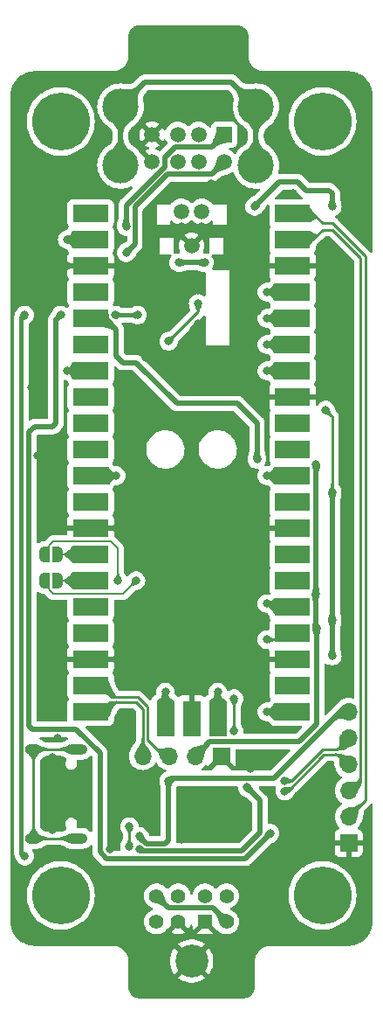
<source format=gbr>
%TF.GenerationSoftware,KiCad,Pcbnew,7.0.7*%
%TF.CreationDate,2023-09-26T18:23:26+08:00*%
%TF.ProjectId,usb3sun,75736233-7375-46e2-9e6b-696361645f70,A3*%
%TF.SameCoordinates,Original*%
%TF.FileFunction,Copper,L2,Bot*%
%TF.FilePolarity,Positive*%
%FSLAX46Y46*%
G04 Gerber Fmt 4.6, Leading zero omitted, Abs format (unit mm)*
G04 Created by KiCad (PCBNEW 7.0.7) date 2023-09-26 18:23:26*
%MOMM*%
%LPD*%
G01*
G04 APERTURE LIST*
G04 Aperture macros list*
%AMFreePoly0*
4,1,19,0.500000,-0.750000,0.000000,-0.750000,0.000000,-0.744911,-0.071157,-0.744911,-0.207708,-0.704816,-0.327430,-0.627875,-0.420627,-0.520320,-0.479746,-0.390866,-0.500000,-0.250000,-0.500000,0.250000,-0.479746,0.390866,-0.420627,0.520320,-0.327430,0.627875,-0.207708,0.704816,-0.071157,0.744911,0.000000,0.744911,0.000000,0.750000,0.500000,0.750000,0.500000,-0.750000,0.500000,-0.750000,
$1*%
%AMFreePoly1*
4,1,19,0.000000,0.744911,0.071157,0.744911,0.207708,0.704816,0.327430,0.627875,0.420627,0.520320,0.479746,0.390866,0.500000,0.250000,0.500000,-0.250000,0.479746,-0.390866,0.420627,-0.520320,0.327430,-0.627875,0.207708,-0.704816,0.071157,-0.744911,0.000000,-0.744911,0.000000,-0.750000,-0.500000,-0.750000,-0.500000,0.750000,0.000000,0.750000,0.000000,0.744911,0.000000,0.744911,
$1*%
G04 Aperture macros list end*
%TA.AperFunction,ComponentPad*%
%ADD10R,1.408000X1.408000*%
%TD*%
%TA.AperFunction,ComponentPad*%
%ADD11C,1.408000*%
%TD*%
%TA.AperFunction,ComponentPad*%
%ADD12C,3.200000*%
%TD*%
%TA.AperFunction,ComponentPad*%
%ADD13R,1.500000X1.500000*%
%TD*%
%TA.AperFunction,ComponentPad*%
%ADD14C,1.500000*%
%TD*%
%TA.AperFunction,ComponentPad*%
%ADD15C,3.500000*%
%TD*%
%TA.AperFunction,ComponentPad*%
%ADD16R,1.700000X1.700000*%
%TD*%
%TA.AperFunction,ComponentPad*%
%ADD17O,1.700000X1.700000*%
%TD*%
%TA.AperFunction,ComponentPad*%
%ADD18O,2.100000X1.000000*%
%TD*%
%TA.AperFunction,ComponentPad*%
%ADD19O,1.600000X1.000000*%
%TD*%
%TA.AperFunction,ComponentPad*%
%ADD20C,3.600000*%
%TD*%
%TA.AperFunction,ConnectorPad*%
%ADD21C,5.600000*%
%TD*%
%TA.AperFunction,SMDPad,CuDef*%
%ADD22R,3.500000X1.700000*%
%TD*%
%TA.AperFunction,SMDPad,CuDef*%
%ADD23R,1.700000X3.500000*%
%TD*%
%TA.AperFunction,SMDPad,CuDef*%
%ADD24FreePoly0,0.000000*%
%TD*%
%TA.AperFunction,SMDPad,CuDef*%
%ADD25FreePoly1,0.000000*%
%TD*%
%TA.AperFunction,ViaPad*%
%ADD26C,0.800000*%
%TD*%
%TA.AperFunction,Conductor*%
%ADD27C,0.250000*%
%TD*%
%TA.AperFunction,Conductor*%
%ADD28C,0.500000*%
%TD*%
%TA.AperFunction,Conductor*%
%ADD29C,0.400000*%
%TD*%
%TA.AperFunction,Conductor*%
%ADD30C,0.200000*%
%TD*%
G04 APERTURE END LIST*
D10*
%TO.P,J2,1*%
%TO.N,GND*%
X80040000Y-116850000D03*
D11*
%TO.P,J2,2*%
X77440000Y-116850000D03*
%TO.P,J2,3*%
%TO.N,VSUN*%
X82140000Y-116850000D03*
%TO.P,J2,4*%
%TO.N,/MTX*%
X80040000Y-114350000D03*
%TO.P,J2,5*%
%TO.N,/KRX*%
X75340000Y-116850000D03*
%TO.P,J2,6*%
%TO.N,/KTX*%
X82140000Y-114350000D03*
%TO.P,J2,7*%
%TO.N,/SPOWER*%
X77440000Y-114350000D03*
%TO.P,J2,8*%
%TO.N,VSUN*%
X75340000Y-114350000D03*
D12*
%TO.P,J2,SHIELD*%
%TO.N,GND*%
X78740000Y-120650000D03*
%TD*%
D13*
%TO.P,J1,1,VBUS1*%
%TO.N,/VBUS1*%
X81915000Y-40640000D03*
D14*
%TO.P,J1,2,D1-*%
%TO.N,/D2-*%
X79415000Y-40640000D03*
%TO.P,J1,3,D1+*%
%TO.N,/D2+*%
X77415000Y-40640000D03*
%TO.P,J1,4,GND1*%
%TO.N,GND*%
X74915000Y-40640000D03*
%TO.P,J1,5,VBUS2*%
%TO.N,/VBUS2*%
X81915000Y-43260000D03*
%TO.P,J1,6,D2-*%
%TO.N,/D1-*%
X79415000Y-43260000D03*
%TO.P,J1,7,D2+*%
%TO.N,/D1+*%
X77415000Y-43260000D03*
%TO.P,J1,8,GND2*%
%TO.N,GND*%
X74915000Y-43260000D03*
D15*
%TO.P,J1,9,Shield*%
%TO.N,GNDPWR*%
X84985000Y-37930000D03*
X71845000Y-37930000D03*
X84985000Y-43610000D03*
X71845000Y-43610000D03*
%TD*%
D16*
%TO.P,J3,1,Pin_1*%
%TO.N,GND*%
X93980000Y-109220000D03*
D17*
%TO.P,J3,2,Pin_2*%
%TO.N,/UART_TX*%
X93980000Y-106680000D03*
%TO.P,J3,3,Pin_3*%
%TO.N,/UART_RX*%
X93980000Y-104140000D03*
%TO.P,J3,4,Pin_4*%
%TO.N,/SWDIO*%
X93980000Y-101600000D03*
%TO.P,J3,5,Pin_5*%
%TO.N,/SWCLK*%
X93980000Y-99060000D03*
%TO.P,J3,6,Pin_6*%
%TO.N,VBUS*%
X93980000Y-96520000D03*
%TD*%
D18*
%TO.P,J4,S1,SHIELD*%
%TO.N,unconnected-(J4-SHIELD-PadS1)*%
X67582500Y-100137500D03*
D19*
X63402500Y-100137500D03*
D18*
X67582500Y-108777500D03*
D19*
X63402500Y-108777500D03*
%TD*%
D16*
%TO.P,U2,1,GND*%
%TO.N,GND*%
X81630000Y-100800000D03*
D17*
%TO.P,U2,2,VCC*%
%TO.N,+3V3*%
X79090000Y-100800000D03*
%TO.P,U2,3,SCL*%
%TO.N,/DISPLAY_SCL*%
X76550000Y-100800000D03*
%TO.P,U2,4,SDA*%
%TO.N,/DISPLAY_SDA*%
X74010000Y-100800000D03*
%TD*%
D20*
%TO.P,H4,1,1*%
%TO.N,unconnected-(H4-Pad1)*%
X91440000Y-39370000D03*
D21*
X91440000Y-39370000D03*
%TD*%
D20*
%TO.P,H3,1,1*%
%TO.N,unconnected-(H3-Pad1)*%
X91440000Y-114300000D03*
D21*
X91440000Y-114300000D03*
%TD*%
D22*
%TO.P,U1,1,GPIO0*%
%TO.N,/UART_TX*%
X88530000Y-48260000D03*
%TO.P,U1,2,GPIO1*%
%TO.N,/UART_RX*%
X88530000Y-50800000D03*
%TO.P,U1,3,GND*%
%TO.N,GND*%
X88530000Y-53340000D03*
%TO.P,U1,4,GPIO2*%
%TO.N,/INT_D2+*%
X88530000Y-55880000D03*
%TO.P,U1,5,GPIO3*%
%TO.N,/INT_D2-*%
X88530000Y-58420000D03*
%TO.P,U1,6,GPIO4*%
%TO.N,/INT_D1+*%
X88530000Y-60960000D03*
%TO.P,U1,7,GPIO5*%
%TO.N,/INT_D1-*%
X88530000Y-63500000D03*
%TO.P,U1,8,GND*%
%TO.N,GND*%
X88530000Y-66040000D03*
%TO.P,U1,9,GPIO6*%
%TO.N,unconnected-(U1-GPIO6-Pad9)*%
X88530000Y-68580000D03*
%TO.P,U1,10,GPIO7*%
%TO.N,unconnected-(U1-GPIO7-Pad10)*%
X88530000Y-71120000D03*
%TO.P,U1,11,GPIO8*%
%TO.N,/INT_MTX*%
X88530000Y-73660000D03*
%TO.P,U1,12,GPIO9*%
%TO.N,unconnected-(U1-GPIO9-Pad12)*%
X88530000Y-76200000D03*
%TO.P,U1,13,GND*%
%TO.N,GND*%
X88530000Y-78740000D03*
%TO.P,U1,14,GPIO10*%
%TO.N,unconnected-(U1-GPIO10-Pad14)*%
X88530000Y-81280000D03*
%TO.P,U1,15,GPIO11*%
%TO.N,unconnected-(U1-GPIO11-Pad15)*%
X88530000Y-83820000D03*
%TO.P,U1,16,GPIO12*%
%TO.N,/INT_KTX*%
X88530000Y-86360000D03*
%TO.P,U1,17,GPIO13*%
%TO.N,/INT_KRX*%
X88530000Y-88900000D03*
%TO.P,U1,18,GND*%
%TO.N,GND*%
X88530000Y-91440000D03*
%TO.P,U1,19,GPIO14*%
%TO.N,unconnected-(U1-GPIO14-Pad19)*%
X88530000Y-93980000D03*
%TO.P,U1,20,GPIO15*%
%TO.N,/INT_SPOWER*%
X88530000Y-96520000D03*
%TO.P,U1,21,GPIO16*%
%TO.N,/DISPLAY_SDA*%
X68950000Y-96520000D03*
%TO.P,U1,22,GPIO17*%
%TO.N,/DISPLAY_SCL*%
X68950000Y-93980000D03*
%TO.P,U1,23,GND*%
%TO.N,GND*%
X68950000Y-91440000D03*
%TO.P,U1,24,GPIO18*%
%TO.N,unconnected-(U1-GPIO18-Pad24)*%
X68950000Y-88900000D03*
%TO.P,U1,25,GPIO19*%
%TO.N,unconnected-(U1-GPIO19-Pad25)*%
X68950000Y-86360000D03*
%TO.P,U1,26,GPIO20*%
%TO.N,/FALLBACK_D+*%
X68950000Y-83820000D03*
%TO.P,U1,27,GPIO21*%
%TO.N,/FALLBACK_D-*%
X68950000Y-81280000D03*
%TO.P,U1,28,GND*%
%TO.N,GND*%
X68950000Y-78740000D03*
%TO.P,U1,29,GPIO22*%
%TO.N,unconnected-(U1-GPIO22-Pad29)*%
X68950000Y-76200000D03*
%TO.P,U1,30,RUN*%
%TO.N,/RESET*%
X68950000Y-73660000D03*
%TO.P,U1,31,GPIO26_ADC0*%
%TO.N,unconnected-(U1-GPIO26_ADC0-Pad31)*%
X68950000Y-71120000D03*
%TO.P,U1,32,GPIO27_ADC1*%
%TO.N,unconnected-(U1-GPIO27_ADC1-Pad32)*%
X68950000Y-68580000D03*
%TO.P,U1,33,AGND*%
%TO.N,unconnected-(U1-AGND-Pad33)*%
X68950000Y-66040000D03*
%TO.P,U1,34,GPIO28_ADC2*%
%TO.N,/BUZZER*%
X68950000Y-63500000D03*
%TO.P,U1,35,ADC_VREF*%
%TO.N,unconnected-(U1-ADC_VREF-Pad35)*%
X68950000Y-60960000D03*
%TO.P,U1,36,3V3*%
%TO.N,+3V3*%
X68950000Y-58420000D03*
%TO.P,U1,37,3V3_EN*%
%TO.N,unconnected-(U1-3V3_EN-Pad37)*%
X68950000Y-55880000D03*
%TO.P,U1,38,GND*%
%TO.N,GND*%
X68950000Y-53340000D03*
%TO.P,U1,39,VSYS*%
%TO.N,+5V*%
X68950000Y-50800000D03*
%TO.P,U1,40,VBUS*%
%TO.N,unconnected-(U1-VBUS-Pad40)*%
X68950000Y-48260000D03*
D23*
%TO.P,U1,41,SWCLK*%
%TO.N,/SWCLK*%
X81280000Y-97190000D03*
%TO.P,U1,42,GND*%
%TO.N,GND*%
X78740000Y-97190000D03*
%TO.P,U1,43,SWDIO*%
%TO.N,/SWDIO*%
X76200000Y-97190000D03*
D14*
%TO.P,U1,48,GND*%
%TO.N,GND*%
X78740000Y-51390000D03*
%TO.P,U1,49,D-*%
%TO.N,/D-*%
X77740000Y-48090000D03*
%TO.P,U1,50,D+*%
%TO.N,/D+*%
X79740000Y-48090000D03*
%TD*%
D24*
%TO.P,JP2,1,A*%
%TO.N,/D-*%
X64437500Y-81280000D03*
D25*
%TO.P,JP2,2,B*%
%TO.N,/FALLBACK_D-*%
X65737500Y-81280000D03*
%TD*%
D20*
%TO.P,H1,1,1*%
%TO.N,GNDPWR*%
X66040000Y-39370000D03*
D21*
X66040000Y-39370000D03*
%TD*%
D24*
%TO.P,JP1,1,A*%
%TO.N,/D+*%
X64437500Y-83820000D03*
D25*
%TO.P,JP1,2,B*%
%TO.N,/FALLBACK_D+*%
X65737500Y-83820000D03*
%TD*%
D20*
%TO.P,H2,1,1*%
%TO.N,unconnected-(H2-Pad1)*%
X66040000Y-114300000D03*
D21*
X66040000Y-114300000D03*
%TD*%
D26*
%TO.N,/BUZZER*%
X66675000Y-63500000D03*
%TO.N,GND*%
X65246250Y-107950000D03*
X76200000Y-91440000D03*
X78740000Y-94615000D03*
X79375000Y-58896250D03*
X84296250Y-60166250D03*
X79375000Y-105410000D03*
X65722500Y-109855000D03*
X77787500Y-49530000D03*
X66675000Y-44450000D03*
X79375000Y-55721250D03*
X63817500Y-71755000D03*
X65246250Y-100965000D03*
X80010000Y-76200000D03*
X63182500Y-65087500D03*
X68580000Y-44450000D03*
X86042500Y-66040000D03*
X92392500Y-60960000D03*
X72053778Y-102253722D03*
X67627500Y-45402500D03*
X92392500Y-58420000D03*
X80010000Y-88900000D03*
X74930000Y-106680000D03*
X62865000Y-53657500D03*
X79692500Y-49530000D03*
X85090000Y-57785000D03*
X71437500Y-78740000D03*
X86042500Y-53340000D03*
X76200000Y-76200000D03*
X65722500Y-99060000D03*
X76200000Y-81280000D03*
X84137500Y-96520000D03*
X80010000Y-83820000D03*
X76200000Y-86360000D03*
X73342500Y-54133750D03*
X86042500Y-78740000D03*
X92392500Y-55880000D03*
X71437500Y-91440000D03*
X73660000Y-56515000D03*
X83820000Y-52070000D03*
X76200000Y-78740000D03*
X80010000Y-91440000D03*
X70802500Y-100012500D03*
X76835000Y-54133750D03*
X70802500Y-109855000D03*
X77787500Y-108902500D03*
X80010000Y-81280000D03*
X63817500Y-44767500D03*
X76200000Y-83820000D03*
X86042500Y-91440000D03*
X80010000Y-86360000D03*
X66675000Y-53340000D03*
X92392500Y-53340000D03*
X80010000Y-78740000D03*
X88582500Y-46355000D03*
X76200000Y-88900000D03*
X80645000Y-45402500D03*
X78740000Y-62230000D03*
X74295000Y-62230000D03*
X67627500Y-43497500D03*
X84455000Y-102020500D03*
%TO.N,VBUS*%
X73660000Y-108585000D03*
X71299502Y-58102500D03*
X76517500Y-103187500D03*
X62547500Y-110490000D03*
X73501250Y-58102500D03*
X62547500Y-58102500D03*
%TO.N,+5V*%
X80010000Y-53022500D03*
X77470000Y-53022500D03*
X84861257Y-47597000D03*
X66040000Y-58102500D03*
X86360000Y-108267500D03*
X92392500Y-47625000D03*
X66675000Y-50800000D03*
%TO.N,VSUN*%
X92392500Y-91122500D03*
X91757500Y-67310000D03*
X92392500Y-75247500D03*
X92392500Y-87630000D03*
%TO.N,/RESET*%
X71437500Y-73660000D03*
%TO.N,+3V3*%
X90759057Y-85048845D03*
X90838323Y-72591650D03*
X90879501Y-88435015D03*
X85090000Y-72072500D03*
%TO.N,/INT_KRX*%
X86042500Y-89535000D03*
%TO.N,/INT_KTX*%
X86042500Y-86042500D03*
%TO.N,/INT_MTX*%
X86042500Y-73660000D03*
%TO.N,/INT_SPOWER*%
X86042500Y-96520000D03*
%TO.N,/INT_D1+*%
X86042500Y-60960000D03*
%TO.N,/INT_D1-*%
X86042500Y-63500000D03*
%TO.N,/INT_D2+*%
X86042500Y-55880000D03*
%TO.N,/INT_D2-*%
X86042500Y-58420000D03*
%TO.N,/VBUS1*%
X72390000Y-49530000D03*
%TO.N,/VBUS2*%
X72390000Y-52070000D03*
%TO.N,/SWCLK*%
X81280000Y-94615000D03*
X87788750Y-103187500D03*
%TO.N,/SWDIO*%
X76200000Y-94615000D03*
X87788750Y-104187003D03*
%TO.N,Net-(D3-K)*%
X82867500Y-95250000D03*
X82867500Y-98425000D03*
%TO.N,/D+*%
X73342500Y-83820000D03*
%TO.N,/D-*%
X71596250Y-83820000D03*
%TO.N,/VRAW*%
X84137500Y-103822500D03*
X73660000Y-109855000D03*
%TO.N,/VBUS_REF*%
X72707500Y-107632500D03*
X72707500Y-109537500D03*
%TO.N,Net-(D6-K)*%
X79375000Y-56981253D03*
X76517500Y-60642500D03*
%TD*%
D27*
%TO.N,/BUZZER*%
X66675000Y-63500000D02*
X69850000Y-63500000D01*
D28*
%TO.N,GND*%
X79692500Y-49530000D02*
X79692500Y-50437500D01*
X77787500Y-49530000D02*
X77787500Y-50437500D01*
X79692500Y-50437500D02*
X78740000Y-51390000D01*
X71437500Y-78740000D02*
X69850000Y-78740000D01*
X69850000Y-91440000D02*
X71437500Y-91440000D01*
X86042500Y-91440000D02*
X87630000Y-91440000D01*
X86042500Y-78740000D02*
X87630000Y-78740000D01*
X66675000Y-53340000D02*
X69850000Y-53340000D01*
X78740000Y-94615000D02*
X78740000Y-96290000D01*
X86042500Y-66040000D02*
X87630000Y-66040000D01*
X79375000Y-58896250D02*
X78740000Y-59531250D01*
X86042500Y-53340000D02*
X87630000Y-53340000D01*
X77787500Y-50437500D02*
X78740000Y-51390000D01*
X78740000Y-59531250D02*
X78740000Y-62230000D01*
%TO.N,VBUS*%
X86733750Y-102972500D02*
X93186250Y-96520000D01*
X75882500Y-109305000D02*
X76182918Y-109305000D01*
D29*
X62547500Y-110490000D02*
X62202500Y-110145000D01*
D28*
X76517500Y-108970418D02*
X76517500Y-103187500D01*
X74380000Y-109305000D02*
X75882500Y-109305000D01*
X76732500Y-102972500D02*
X86733750Y-102972500D01*
D29*
X71299502Y-58102500D02*
X73501250Y-58102500D01*
D28*
X76517500Y-103187500D02*
X76732500Y-102972500D01*
D29*
X62202500Y-58447500D02*
X62547500Y-58102500D01*
D28*
X93186250Y-96520000D02*
X93980000Y-96520000D01*
D29*
X62202500Y-59027500D02*
X62202500Y-58447500D01*
D28*
X73660000Y-108585000D02*
X74380000Y-109305000D01*
D29*
X62202500Y-110145000D02*
X62202500Y-59027500D01*
D28*
X76182918Y-109305000D02*
X76517500Y-108970418D01*
%TO.N,+5V*%
X70450418Y-110705000D02*
X69850000Y-110104582D01*
X63500000Y-68897500D02*
X65246250Y-68897500D01*
X92392500Y-46355000D02*
X92392500Y-47625000D01*
X89852500Y-46037500D02*
X92075000Y-46037500D01*
X92075000Y-46037500D02*
X92392500Y-46355000D01*
X77470000Y-53022500D02*
X80010000Y-53022500D01*
X86360000Y-108267500D02*
X83922500Y-110705000D01*
X69850000Y-100511497D02*
X67548503Y-98210000D01*
X65563750Y-58578750D02*
X66040000Y-58102500D01*
X83922500Y-110705000D02*
X70450418Y-110705000D01*
X63285000Y-98210000D02*
X62967500Y-97892500D01*
X69850000Y-50800000D02*
X66675000Y-50800000D01*
X65246250Y-68897500D02*
X65563750Y-68580000D01*
X87270757Y-45187500D02*
X89002500Y-45187500D01*
X89002500Y-45187500D02*
X89852500Y-46037500D01*
X69850000Y-110104582D02*
X69850000Y-100511497D01*
X65563750Y-68580000D02*
X65563750Y-58578750D01*
X84861257Y-47597000D02*
X87270757Y-45187500D01*
X62967500Y-69430000D02*
X63500000Y-68897500D01*
X67548503Y-98210000D02*
X63285000Y-98210000D01*
X62967500Y-97892500D02*
X62967500Y-69430000D01*
D27*
%TO.N,VSUN*%
X92392500Y-75247500D02*
X92392500Y-67945000D01*
D28*
X80794000Y-115504000D02*
X82140000Y-116850000D01*
D27*
X92392500Y-67945000D02*
X91757500Y-67310000D01*
D28*
X92392500Y-87630000D02*
X92392500Y-75247500D01*
X76494000Y-115504000D02*
X80794000Y-115504000D01*
X92392500Y-91122500D02*
X92392500Y-87630000D01*
X75340000Y-114350000D02*
X76494000Y-115504000D01*
D27*
%TO.N,/UART_RX*%
X95155000Y-52610000D02*
X92392500Y-49847500D01*
X93980000Y-104140000D02*
X95155000Y-102965000D01*
X91440000Y-49847500D02*
X90487500Y-50800000D01*
X90487500Y-50800000D02*
X87630000Y-50800000D01*
X95155000Y-102965000D02*
X95155000Y-52610000D01*
X92392500Y-49847500D02*
X91440000Y-49847500D01*
%TO.N,/UART_TX*%
X95605000Y-105055000D02*
X95605000Y-52423604D01*
X93980000Y-106680000D02*
X95605000Y-105055000D01*
X95605000Y-52423604D02*
X92393896Y-49212500D01*
X90487500Y-48260000D02*
X87630000Y-48260000D01*
X91440000Y-49212500D02*
X90487500Y-48260000D01*
X92393896Y-49212500D02*
X91440000Y-49212500D01*
%TO.N,/DISPLAY_SCL*%
X73528896Y-95117500D02*
X70987500Y-95117500D01*
X70987500Y-95117500D02*
X69850000Y-93980000D01*
X74460000Y-96048604D02*
X73528896Y-95117500D01*
X76550000Y-100800000D02*
X76035000Y-100800000D01*
X74460000Y-99225000D02*
X74460000Y-96048604D01*
X76035000Y-100800000D02*
X74460000Y-99225000D01*
%TO.N,/DISPLAY_SDA*%
X70802500Y-95567500D02*
X69850000Y-96520000D01*
X73342500Y-95567500D02*
X70802500Y-95567500D01*
X74010000Y-100800000D02*
X74010000Y-96235000D01*
X74010000Y-96235000D02*
X73342500Y-95567500D01*
%TO.N,/RESET*%
X69850000Y-73660000D02*
X71437500Y-73660000D01*
D28*
%TO.N,GNDPWR*%
X71845000Y-37930000D02*
X74215000Y-35560000D01*
X74215000Y-35560000D02*
X82615000Y-35560000D01*
X71845000Y-43610000D02*
X71845000Y-37930000D01*
X84985000Y-37930000D02*
X84985000Y-43610000D01*
X82615000Y-35560000D02*
X84985000Y-37930000D01*
%TO.N,+3V3*%
X90759057Y-85048845D02*
X90759057Y-88314571D01*
X83185000Y-66675000D02*
X77311250Y-66675000D01*
X89205000Y-99390000D02*
X90879501Y-97715499D01*
X77311250Y-66675000D02*
X73342500Y-62706250D01*
X79090000Y-100800000D02*
X80500000Y-99390000D01*
X71437500Y-59531250D02*
X70326250Y-58420000D01*
X80500000Y-99390000D02*
X89205000Y-99390000D01*
X90879501Y-97715499D02*
X90879501Y-88435015D01*
X90838323Y-84969579D02*
X90759057Y-85048845D01*
X70326250Y-58420000D02*
X69850000Y-58420000D01*
X90838323Y-72591650D02*
X90838323Y-84969579D01*
X90759057Y-88314571D02*
X90879501Y-88435015D01*
X85090000Y-72072500D02*
X85090000Y-68580000D01*
X72072500Y-62706250D02*
X71437500Y-62071250D01*
X73342500Y-62706250D02*
X72072500Y-62706250D01*
X71437500Y-62071250D02*
X71437500Y-59531250D01*
X85090000Y-68580000D02*
X83185000Y-66675000D01*
D27*
%TO.N,/INT_KRX*%
X86042500Y-89535000D02*
X86995000Y-89535000D01*
X86995000Y-89535000D02*
X87630000Y-88900000D01*
%TO.N,/INT_KTX*%
X86042500Y-86042500D02*
X87312500Y-86042500D01*
X87312500Y-86042500D02*
X87630000Y-86360000D01*
%TO.N,/INT_MTX*%
X86042500Y-73660000D02*
X87630000Y-73660000D01*
%TO.N,/INT_SPOWER*%
X86042500Y-96520000D02*
X87630000Y-96520000D01*
D30*
%TO.N,/INT_D1+*%
X86042500Y-60960000D02*
X87630000Y-60960000D01*
%TO.N,/INT_D1-*%
X86042500Y-63500000D02*
X87630000Y-63500000D01*
%TO.N,/INT_D2+*%
X86042500Y-55880000D02*
X87630000Y-55880000D01*
%TO.N,/INT_D2-*%
X86042500Y-58420000D02*
X87630000Y-58420000D01*
D28*
%TO.N,/VBUS1*%
X80715000Y-41840000D02*
X81915000Y-40640000D01*
X72390000Y-49530000D02*
X72390000Y-47482057D01*
X72390000Y-47482057D02*
X76115000Y-43757057D01*
X76115000Y-42862943D02*
X77137943Y-41840000D01*
X76115000Y-43757057D02*
X76115000Y-42862943D01*
X77137943Y-41840000D02*
X80715000Y-41840000D01*
%TO.N,/VBUS2*%
X73240000Y-51220000D02*
X73240000Y-47622007D01*
X73240000Y-47622007D02*
X76402007Y-44460000D01*
X80715000Y-44460000D02*
X81915000Y-43260000D01*
X76402007Y-44460000D02*
X80715000Y-44460000D01*
X72390000Y-52070000D02*
X73240000Y-51220000D01*
D30*
%TO.N,/FALLBACK_D+*%
X65737500Y-83820000D02*
X69850000Y-83820000D01*
%TO.N,/FALLBACK_D-*%
X65737500Y-81280000D02*
X69850000Y-81280000D01*
D27*
%TO.N,/SWCLK*%
X81280000Y-96290000D02*
X81280000Y-94615000D01*
X88423750Y-103187500D02*
X87788750Y-103187500D01*
X91440000Y-100171250D02*
X88423750Y-103187500D01*
X92868750Y-100171250D02*
X91440000Y-100171250D01*
X93980000Y-99060000D02*
X92868750Y-100171250D01*
%TO.N,/SWDIO*%
X76200000Y-94615000D02*
X76200000Y-96290000D01*
X88060643Y-104187003D02*
X87788750Y-104187003D01*
X91600146Y-100647500D02*
X88060643Y-104187003D01*
X93980000Y-101600000D02*
X93027500Y-100647500D01*
X93027500Y-100647500D02*
X91600146Y-100647500D01*
%TO.N,Net-(D3-K)*%
X82867500Y-98425000D02*
X82867500Y-95250000D01*
D30*
%TO.N,/D+*%
X73342500Y-83820000D02*
X72072500Y-85090000D01*
X72072500Y-85090000D02*
X65333236Y-85090000D01*
X65333236Y-85090000D02*
X64437500Y-84194264D01*
X64437500Y-84194264D02*
X64437500Y-83820000D01*
%TO.N,/D-*%
X70880000Y-80010000D02*
X65333236Y-80010000D01*
X64437500Y-80905736D02*
X64437500Y-81280000D01*
X71596250Y-83820000D02*
X71596250Y-80726250D01*
X65333236Y-80010000D02*
X64437500Y-80905736D01*
X71596250Y-80726250D02*
X70880000Y-80010000D01*
D27*
%TO.N,unconnected-(J4-SHIELD-PadS1)*%
X63402500Y-108777500D02*
X67582500Y-108777500D01*
X63402500Y-100137500D02*
X63402500Y-108777500D01*
X67582500Y-100137500D02*
X63402500Y-100137500D01*
D28*
%TO.N,/VRAW*%
X83632550Y-110005000D02*
X85407500Y-108230050D01*
X73660000Y-109855000D02*
X73810000Y-110005000D01*
X73810000Y-110005000D02*
X83632550Y-110005000D01*
X85407500Y-105092500D02*
X84137500Y-103822500D01*
X85407500Y-108230050D02*
X85407500Y-105092500D01*
D27*
%TO.N,/VBUS_REF*%
X72707500Y-107632500D02*
X72707500Y-109537500D01*
%TO.N,Net-(D6-K)*%
X76517500Y-60642500D02*
X79375000Y-57785000D01*
X79375000Y-57785000D02*
X79375000Y-56981253D01*
%TD*%
%TA.AperFunction,Conductor*%
%TO.N,GND*%
G36*
X83187695Y-30045735D02*
G01*
X83359907Y-30060802D01*
X83381192Y-30064555D01*
X83411008Y-30072544D01*
X83540317Y-30107192D01*
X83560618Y-30114581D01*
X83709925Y-30184204D01*
X83728626Y-30195001D01*
X83863582Y-30289497D01*
X83880132Y-30303386D01*
X83996613Y-30419867D01*
X84010502Y-30436419D01*
X84104996Y-30571370D01*
X84115797Y-30590078D01*
X84185415Y-30739374D01*
X84192808Y-30759686D01*
X84235444Y-30918807D01*
X84239197Y-30940092D01*
X84254264Y-31112299D01*
X84254500Y-31117705D01*
X84254500Y-32980118D01*
X84254500Y-33020000D01*
X84254500Y-33125172D01*
X84284435Y-33333376D01*
X84343696Y-33535200D01*
X84383600Y-33622579D01*
X84431075Y-33726535D01*
X84431078Y-33726540D01*
X84544796Y-33903488D01*
X84682543Y-34062456D01*
X84753526Y-34123963D01*
X84841511Y-34200203D01*
X85018464Y-34313924D01*
X85209800Y-34401304D01*
X85411624Y-34460565D01*
X85619828Y-34490500D01*
X85702410Y-34490500D01*
X93940118Y-34490500D01*
X93978122Y-34490500D01*
X93981866Y-34490613D01*
X94055771Y-34495083D01*
X94258254Y-34507331D01*
X94265688Y-34508235D01*
X94536192Y-34557807D01*
X94543462Y-34559598D01*
X94806027Y-34641417D01*
X94813014Y-34644068D01*
X95063798Y-34756936D01*
X95070433Y-34760419D01*
X95171316Y-34821404D01*
X95305781Y-34902691D01*
X95311940Y-34906943D01*
X95436123Y-35004234D01*
X95528423Y-35076546D01*
X95534023Y-35081507D01*
X95728491Y-35275975D01*
X95733453Y-35281576D01*
X95903055Y-35498057D01*
X95907313Y-35504225D01*
X96049580Y-35739566D01*
X96053063Y-35746201D01*
X96165931Y-35996985D01*
X96168585Y-36003981D01*
X96223216Y-36179299D01*
X96250399Y-36266531D01*
X96252192Y-36273807D01*
X96301764Y-36544311D01*
X96302667Y-36551750D01*
X96319387Y-36828131D01*
X96319500Y-36831876D01*
X96319500Y-51954151D01*
X96299815Y-52021190D01*
X96247011Y-52066945D01*
X96177853Y-52076889D01*
X96114297Y-52047864D01*
X96107819Y-52041832D01*
X96089006Y-52023019D01*
X96076368Y-52008223D01*
X96075876Y-52007546D01*
X96064594Y-51992017D01*
X96062668Y-51990424D01*
X96028688Y-51962313D01*
X96024376Y-51958390D01*
X92894699Y-48828712D01*
X92884876Y-48816450D01*
X92884655Y-48816634D01*
X92879682Y-48810623D01*
X92829260Y-48763273D01*
X92815190Y-48749203D01*
X92808371Y-48742383D01*
X92802882Y-48738125D01*
X92798457Y-48734347D01*
X92764478Y-48702438D01*
X92764476Y-48702436D01*
X92764473Y-48702435D01*
X92746925Y-48692788D01*
X92730658Y-48682103D01*
X92712584Y-48668083D01*
X92671678Y-48611440D01*
X92667890Y-48541673D01*
X92702421Y-48480933D01*
X92738145Y-48456828D01*
X92845230Y-48409151D01*
X92998371Y-48297888D01*
X93125033Y-48157216D01*
X93219679Y-47993284D01*
X93278174Y-47813256D01*
X93297960Y-47625000D01*
X93295456Y-47601187D01*
X93295041Y-47580163D01*
X93295496Y-47573193D01*
X93282716Y-47409002D01*
X93280067Y-47374970D01*
X93280062Y-47374927D01*
X93277235Y-47352099D01*
X93273004Y-47327271D01*
X93268092Y-47304718D01*
X93247868Y-47228716D01*
X93226725Y-47149262D01*
X93223492Y-47138182D01*
X93223361Y-47137732D01*
X93220397Y-47128402D01*
X93219541Y-47125706D01*
X93215599Y-47114258D01*
X93204877Y-47085380D01*
X93178622Y-47014661D01*
X93176834Y-47009033D01*
X93162944Y-46956834D01*
X93161403Y-46951045D01*
X93157608Y-46928783D01*
X93147316Y-46796561D01*
X93145272Y-46778370D01*
X93143462Y-46762252D01*
X93143460Y-46762245D01*
X93143387Y-46761595D01*
X93143000Y-46754684D01*
X93143000Y-46418705D01*
X93144309Y-46400735D01*
X93144629Y-46398547D01*
X93147789Y-46376977D01*
X93143235Y-46324931D01*
X93143000Y-46319528D01*
X93143000Y-46311297D01*
X93143000Y-46311291D01*
X93139193Y-46278724D01*
X93132499Y-46202203D01*
X93132499Y-46202201D01*
X93131039Y-46195129D01*
X93131097Y-46195116D01*
X93129465Y-46187757D01*
X93129406Y-46187772D01*
X93127742Y-46180753D01*
X93127741Y-46180745D01*
X93101474Y-46108576D01*
X93077314Y-46035666D01*
X93077309Y-46035659D01*
X93074260Y-46029118D01*
X93074315Y-46029091D01*
X93071033Y-46022313D01*
X93070980Y-46022340D01*
X93067735Y-46015880D01*
X93025528Y-45951708D01*
X92985210Y-45886342D01*
X92980734Y-45880682D01*
X92980781Y-45880644D01*
X92976019Y-45874799D01*
X92975974Y-45874838D01*
X92971334Y-45869309D01*
X92971332Y-45869307D01*
X92971330Y-45869304D01*
X92940562Y-45840276D01*
X92915467Y-45816599D01*
X92650729Y-45551861D01*
X92638949Y-45538230D01*
X92631482Y-45528201D01*
X92624612Y-45518972D01*
X92624610Y-45518970D01*
X92584587Y-45485386D01*
X92580612Y-45481744D01*
X92577690Y-45478822D01*
X92574780Y-45475911D01*
X92549040Y-45455559D01*
X92490209Y-45406194D01*
X92484180Y-45402229D01*
X92484212Y-45402180D01*
X92477853Y-45398128D01*
X92477822Y-45398179D01*
X92471680Y-45394391D01*
X92471678Y-45394390D01*
X92471677Y-45394389D01*
X92432474Y-45376108D01*
X92402058Y-45361924D01*
X92367894Y-45344767D01*
X92333433Y-45327460D01*
X92333431Y-45327459D01*
X92333430Y-45327459D01*
X92326645Y-45324989D01*
X92326665Y-45324933D01*
X92319549Y-45322459D01*
X92319531Y-45322515D01*
X92312671Y-45320242D01*
X92284841Y-45314496D01*
X92237434Y-45304707D01*
X92188472Y-45293103D01*
X92162719Y-45286999D01*
X92155547Y-45286161D01*
X92155553Y-45286101D01*
X92148055Y-45285335D01*
X92148050Y-45285395D01*
X92140860Y-45284765D01*
X92064083Y-45287000D01*
X90214729Y-45287000D01*
X90147690Y-45267315D01*
X90127048Y-45250681D01*
X89859349Y-44982982D01*
X89578229Y-44701861D01*
X89566449Y-44688230D01*
X89552891Y-44670019D01*
X89552112Y-44668972D01*
X89552110Y-44668970D01*
X89512087Y-44635386D01*
X89508112Y-44631744D01*
X89505190Y-44628822D01*
X89502280Y-44625911D01*
X89476540Y-44605559D01*
X89417709Y-44556194D01*
X89411680Y-44552229D01*
X89411712Y-44552180D01*
X89405353Y-44548128D01*
X89405322Y-44548179D01*
X89399180Y-44544391D01*
X89399178Y-44544390D01*
X89399177Y-44544389D01*
X89359974Y-44526108D01*
X89329558Y-44511924D01*
X89295394Y-44494767D01*
X89260933Y-44477460D01*
X89260931Y-44477459D01*
X89260930Y-44477459D01*
X89254145Y-44474989D01*
X89254165Y-44474933D01*
X89247049Y-44472459D01*
X89247031Y-44472515D01*
X89240171Y-44470242D01*
X89212341Y-44464496D01*
X89164934Y-44454707D01*
X89113242Y-44442456D01*
X89090219Y-44436999D01*
X89083047Y-44436161D01*
X89083053Y-44436101D01*
X89075555Y-44435335D01*
X89075550Y-44435395D01*
X89068360Y-44434765D01*
X88991583Y-44437000D01*
X87334462Y-44437000D01*
X87316492Y-44435691D01*
X87292728Y-44432210D01*
X87265398Y-44434601D01*
X87196899Y-44420833D01*
X87146717Y-44372217D01*
X87130785Y-44304188D01*
X87137173Y-44271220D01*
X87163481Y-44193722D01*
X87221034Y-43904380D01*
X87240329Y-43610000D01*
X87240329Y-43609992D01*
X87221035Y-43315636D01*
X87221034Y-43315620D01*
X87163481Y-43026278D01*
X87068652Y-42746923D01*
X86938172Y-42482336D01*
X86934641Y-42477052D01*
X86815272Y-42298403D01*
X86774273Y-42237043D01*
X86659176Y-42105800D01*
X86579758Y-42015241D01*
X86357958Y-41820727D01*
X86123660Y-41664174D01*
X86106998Y-41650831D01*
X85980711Y-41530461D01*
X85965326Y-41512727D01*
X85924153Y-41455025D01*
X85866816Y-41374671D01*
X85852465Y-41348301D01*
X85783660Y-41174545D01*
X85775825Y-41143593D01*
X85769675Y-41092086D01*
X85738166Y-40828193D01*
X85736758Y-40818397D01*
X85735499Y-40800785D01*
X85735499Y-40737480D01*
X85737739Y-40714020D01*
X85738165Y-40711808D01*
X85738166Y-40711806D01*
X85775825Y-40396396D01*
X85783658Y-40365454D01*
X85852467Y-40191689D01*
X85866819Y-40165321D01*
X85900428Y-40118220D01*
X85965327Y-40027268D01*
X85980702Y-40009544D01*
X86106988Y-39889173D01*
X86123648Y-39875833D01*
X86263307Y-39782516D01*
X86357957Y-39719273D01*
X86579758Y-39524758D01*
X86715476Y-39370002D01*
X88134652Y-39370002D01*
X88139555Y-39460425D01*
X88149706Y-39647664D01*
X88154028Y-39727368D01*
X88154029Y-39727385D01*
X88211926Y-40080539D01*
X88211932Y-40080565D01*
X88307672Y-40425392D01*
X88307674Y-40425399D01*
X88440142Y-40757870D01*
X88440151Y-40757888D01*
X88607784Y-41074077D01*
X88607787Y-41074082D01*
X88607789Y-41074085D01*
X88781013Y-41329572D01*
X88808634Y-41370309D01*
X88808641Y-41370319D01*
X89031200Y-41632335D01*
X89040332Y-41643086D01*
X89300163Y-41889211D01*
X89585081Y-42105800D01*
X89891747Y-42290315D01*
X89891749Y-42290316D01*
X89891751Y-42290317D01*
X89891755Y-42290319D01*
X90104840Y-42388902D01*
X90216565Y-42440591D01*
X90555726Y-42554868D01*
X90905254Y-42631805D01*
X91261052Y-42670500D01*
X91261058Y-42670500D01*
X91618942Y-42670500D01*
X91618948Y-42670500D01*
X91974746Y-42631805D01*
X92324274Y-42554868D01*
X92663435Y-42440591D01*
X92988253Y-42290315D01*
X93294919Y-42105800D01*
X93579837Y-41889211D01*
X93839668Y-41643086D01*
X94071365Y-41370311D01*
X94272211Y-41074085D01*
X94439853Y-40757880D01*
X94572324Y-40425403D01*
X94668071Y-40080552D01*
X94701633Y-39875833D01*
X94725970Y-39727385D01*
X94725970Y-39727382D01*
X94725972Y-39727371D01*
X94745348Y-39370000D01*
X94725972Y-39012629D01*
X94689978Y-38793077D01*
X94668073Y-38659460D01*
X94668072Y-38659459D01*
X94668071Y-38659448D01*
X94572324Y-38314597D01*
X94439853Y-37982120D01*
X94272211Y-37665915D01*
X94071365Y-37369689D01*
X94071361Y-37369684D01*
X94071358Y-37369680D01*
X93839668Y-37096914D01*
X93808003Y-37066919D01*
X93579837Y-36850789D01*
X93579830Y-36850783D01*
X93579827Y-36850781D01*
X93474730Y-36770889D01*
X93294919Y-36634200D01*
X92988253Y-36449685D01*
X92988252Y-36449684D01*
X92988248Y-36449682D01*
X92988244Y-36449680D01*
X92663447Y-36299414D01*
X92663441Y-36299411D01*
X92663435Y-36299409D01*
X92493854Y-36242270D01*
X92324273Y-36185131D01*
X91974744Y-36108194D01*
X91618949Y-36069500D01*
X91618948Y-36069500D01*
X91261052Y-36069500D01*
X91261050Y-36069500D01*
X90905255Y-36108194D01*
X90555726Y-36185131D01*
X90314143Y-36266531D01*
X90216565Y-36299409D01*
X90216562Y-36299410D01*
X90216563Y-36299410D01*
X90216552Y-36299414D01*
X89891755Y-36449680D01*
X89891751Y-36449682D01*
X89722114Y-36551750D01*
X89585081Y-36634200D01*
X89496768Y-36701333D01*
X89300172Y-36850781D01*
X89300163Y-36850789D01*
X89040331Y-37096914D01*
X88808641Y-37369680D01*
X88808634Y-37369690D01*
X88607790Y-37665913D01*
X88607784Y-37665922D01*
X88440151Y-37982111D01*
X88440142Y-37982129D01*
X88307674Y-38314600D01*
X88307672Y-38314607D01*
X88211932Y-38659434D01*
X88211926Y-38659460D01*
X88154029Y-39012614D01*
X88154028Y-39012631D01*
X88134652Y-39369997D01*
X88134652Y-39370002D01*
X86715476Y-39370002D01*
X86774273Y-39302957D01*
X86938172Y-39057665D01*
X87068652Y-38793077D01*
X87163481Y-38513722D01*
X87221034Y-38224380D01*
X87224881Y-38165675D01*
X87240329Y-37930007D01*
X87240329Y-37929992D01*
X87221035Y-37635636D01*
X87221034Y-37635620D01*
X87163481Y-37346278D01*
X87068652Y-37066923D01*
X86938172Y-36802336D01*
X86907350Y-36756208D01*
X86825827Y-36634200D01*
X86774273Y-36557043D01*
X86731655Y-36508447D01*
X86579758Y-36335241D01*
X86357955Y-36140725D01*
X86112667Y-35976829D01*
X86112660Y-35976825D01*
X85848080Y-35846349D01*
X85568730Y-35751521D01*
X85568724Y-35751519D01*
X85568722Y-35751519D01*
X85279380Y-35693966D01*
X85279373Y-35693965D01*
X85279363Y-35693964D01*
X84985007Y-35674671D01*
X84984993Y-35674671D01*
X84690637Y-35693964D01*
X84690618Y-35693966D01*
X84552233Y-35721491D01*
X84549031Y-35722041D01*
X84400713Y-35743537D01*
X84393496Y-35744156D01*
X84210357Y-35749127D01*
X84186829Y-35747523D01*
X84021396Y-35720260D01*
X83992448Y-35711770D01*
X83822950Y-35638660D01*
X83795416Y-35622276D01*
X83547317Y-35427195D01*
X83539488Y-35421335D01*
X83526115Y-35409747D01*
X83190729Y-35074361D01*
X83178949Y-35060730D01*
X83171482Y-35050701D01*
X83164612Y-35041472D01*
X83159303Y-35037017D01*
X83124587Y-35007886D01*
X83120612Y-35004244D01*
X83117368Y-35001000D01*
X83114780Y-34998411D01*
X83089040Y-34978059D01*
X83030209Y-34928694D01*
X83024180Y-34924729D01*
X83024212Y-34924680D01*
X83017853Y-34920628D01*
X83017822Y-34920679D01*
X83011680Y-34916891D01*
X83011678Y-34916890D01*
X83011677Y-34916889D01*
X82972474Y-34898608D01*
X82942058Y-34884424D01*
X82907894Y-34867267D01*
X82873433Y-34849960D01*
X82873431Y-34849959D01*
X82873430Y-34849959D01*
X82866645Y-34847489D01*
X82866665Y-34847433D01*
X82859549Y-34844959D01*
X82859531Y-34845015D01*
X82852671Y-34842742D01*
X82824841Y-34836996D01*
X82777434Y-34827207D01*
X82728472Y-34815603D01*
X82702719Y-34809499D01*
X82695547Y-34808661D01*
X82695553Y-34808601D01*
X82688055Y-34807835D01*
X82688050Y-34807895D01*
X82680860Y-34807265D01*
X82604083Y-34809500D01*
X74278705Y-34809500D01*
X74260735Y-34808191D01*
X74236972Y-34804710D01*
X74191890Y-34808655D01*
X74184933Y-34809264D01*
X74179532Y-34809500D01*
X74171287Y-34809500D01*
X74145222Y-34812546D01*
X74138705Y-34813308D01*
X74133403Y-34813771D01*
X74062201Y-34820001D01*
X74055134Y-34821461D01*
X74055122Y-34821404D01*
X74047753Y-34823038D01*
X74047767Y-34823095D01*
X74040739Y-34824760D01*
X73991335Y-34842742D01*
X73968563Y-34851030D01*
X73895666Y-34875186D01*
X73895664Y-34875186D01*
X73895661Y-34875188D01*
X73889122Y-34878237D01*
X73889097Y-34878185D01*
X73882308Y-34881471D01*
X73882334Y-34881522D01*
X73875884Y-34884761D01*
X73811716Y-34926964D01*
X73746347Y-34967285D01*
X73740677Y-34971769D01*
X73740641Y-34971723D01*
X73734798Y-34976484D01*
X73734835Y-34976528D01*
X73729310Y-34981164D01*
X73676614Y-35037017D01*
X73302668Y-35410962D01*
X73284496Y-35425967D01*
X73282693Y-35427187D01*
X73034588Y-35622273D01*
X73007054Y-35638657D01*
X72837547Y-35711770D01*
X72808599Y-35720260D01*
X72643166Y-35747523D01*
X72619638Y-35749127D01*
X72436500Y-35744156D01*
X72429283Y-35743537D01*
X72280971Y-35722042D01*
X72277769Y-35721492D01*
X72139381Y-35693966D01*
X72139362Y-35693964D01*
X71845007Y-35674671D01*
X71844993Y-35674671D01*
X71550636Y-35693964D01*
X71550624Y-35693965D01*
X71550620Y-35693966D01*
X71550612Y-35693967D01*
X71550609Y-35693968D01*
X71261283Y-35751518D01*
X71261269Y-35751521D01*
X70981919Y-35846349D01*
X70717334Y-35976828D01*
X70472041Y-36140728D01*
X70250241Y-36335241D01*
X70055728Y-36557041D01*
X69891828Y-36802334D01*
X69761349Y-37066919D01*
X69666521Y-37346269D01*
X69666518Y-37346283D01*
X69608968Y-37635609D01*
X69608964Y-37635636D01*
X69589671Y-37929992D01*
X69589671Y-37930007D01*
X69608964Y-38224363D01*
X69608965Y-38224373D01*
X69608966Y-38224380D01*
X69608968Y-38224390D01*
X69666518Y-38513716D01*
X69666521Y-38513730D01*
X69761349Y-38793080D01*
X69891825Y-39057660D01*
X69891829Y-39057667D01*
X70055725Y-39302955D01*
X70250241Y-39524758D01*
X70390397Y-39647671D01*
X70472043Y-39719273D01*
X70611334Y-39812344D01*
X70706338Y-39875824D01*
X70723001Y-39889168D01*
X70849284Y-40009535D01*
X70864667Y-40027268D01*
X70963180Y-40165326D01*
X70977533Y-40191698D01*
X71046338Y-40365454D01*
X71054173Y-40396405D01*
X71070900Y-40536484D01*
X71091835Y-40711808D01*
X71092153Y-40714020D01*
X71093241Y-40721600D01*
X71094500Y-40739223D01*
X71094500Y-40802511D01*
X71092265Y-40825947D01*
X71091833Y-40828189D01*
X71054172Y-41143593D01*
X71046337Y-41174544D01*
X70977532Y-41348299D01*
X70963180Y-41374671D01*
X70864669Y-41512728D01*
X70849284Y-41530462D01*
X70722989Y-41650839D01*
X70706327Y-41664182D01*
X70472041Y-41820727D01*
X70250241Y-42015241D01*
X70055728Y-42237041D01*
X69891828Y-42482334D01*
X69761349Y-42746919D01*
X69666521Y-43026269D01*
X69666518Y-43026283D01*
X69608968Y-43315609D01*
X69608964Y-43315636D01*
X69589671Y-43609992D01*
X69589671Y-43610007D01*
X69608964Y-43904363D01*
X69608965Y-43904373D01*
X69608966Y-43904380D01*
X69608968Y-43904390D01*
X69666518Y-44193716D01*
X69666521Y-44193730D01*
X69761349Y-44473080D01*
X69891825Y-44737660D01*
X69891829Y-44737667D01*
X70055725Y-44982955D01*
X70250241Y-45204758D01*
X70472044Y-45399274D01*
X70651182Y-45518970D01*
X70717335Y-45563172D01*
X70981923Y-45693652D01*
X71261278Y-45788481D01*
X71550620Y-45846034D01*
X71578888Y-45847886D01*
X71844993Y-45865329D01*
X71845000Y-45865329D01*
X71845007Y-45865329D01*
X72101146Y-45848540D01*
X72139380Y-45846034D01*
X72428722Y-45788481D01*
X72708077Y-45693652D01*
X72841330Y-45627938D01*
X72910162Y-45615943D01*
X72974553Y-45643064D01*
X73014059Y-45700692D01*
X73016138Y-45770531D01*
X72983855Y-45826832D01*
X71904358Y-46906329D01*
X71890729Y-46918108D01*
X71871468Y-46932447D01*
X71837898Y-46972454D01*
X71834253Y-46976433D01*
X71828409Y-46982279D01*
X71808059Y-47008016D01*
X71758695Y-47066846D01*
X71754729Y-47072876D01*
X71754682Y-47072845D01*
X71750630Y-47079204D01*
X71750679Y-47079234D01*
X71746889Y-47085378D01*
X71714424Y-47154998D01*
X71679960Y-47223623D01*
X71677488Y-47230414D01*
X71677432Y-47230393D01*
X71674960Y-47237507D01*
X71675015Y-47237526D01*
X71672742Y-47244384D01*
X71669034Y-47262344D01*
X71657207Y-47319622D01*
X71647133Y-47362128D01*
X71639498Y-47394343D01*
X71638661Y-47401511D01*
X71638601Y-47401504D01*
X71637835Y-47409002D01*
X71637895Y-47409008D01*
X71637265Y-47416197D01*
X71639500Y-47492973D01*
X71639500Y-48668577D01*
X71636498Y-48695698D01*
X71635183Y-48701561D01*
X71635183Y-48701564D01*
X71624891Y-48833786D01*
X71621095Y-48856050D01*
X71605668Y-48914023D01*
X71603876Y-48919659D01*
X71566837Y-49019428D01*
X71562801Y-49031176D01*
X71559003Y-49043182D01*
X71555735Y-49054412D01*
X71528204Y-49157873D01*
X71514409Y-49209712D01*
X71514408Y-49209715D01*
X71509501Y-49232239D01*
X71509500Y-49232244D01*
X71509500Y-49232243D01*
X71505270Y-49257053D01*
X71505270Y-49257055D01*
X71502437Y-49279916D01*
X71502436Y-49279927D01*
X71497349Y-49345277D01*
X71486235Y-49488051D01*
X71485821Y-49498764D01*
X71485821Y-49498770D01*
X71486157Y-49508992D01*
X71485851Y-49517517D01*
X71484540Y-49530001D01*
X71484540Y-49530003D01*
X71487675Y-49559840D01*
X71487981Y-49564268D01*
X71488206Y-49571085D01*
X71489136Y-49577675D01*
X71489069Y-49577684D01*
X71490247Y-49584307D01*
X71492350Y-49604310D01*
X71504326Y-49718256D01*
X71504327Y-49718258D01*
X71504327Y-49718260D01*
X71562818Y-49898277D01*
X71562821Y-49898284D01*
X71657467Y-50062216D01*
X71740370Y-50154289D01*
X71784129Y-50202888D01*
X71937265Y-50314148D01*
X71937270Y-50314151D01*
X72110192Y-50391142D01*
X72110197Y-50391144D01*
X72295354Y-50430500D01*
X72295355Y-50430500D01*
X72365500Y-50430500D01*
X72432539Y-50450185D01*
X72478294Y-50502989D01*
X72489500Y-50554500D01*
X72489500Y-50852860D01*
X72469815Y-50919899D01*
X72444686Y-50946724D01*
X72445426Y-50947589D01*
X72341287Y-51036685D01*
X72322860Y-51049743D01*
X72270954Y-51079831D01*
X72265700Y-51082550D01*
X72169167Y-51126812D01*
X72169167Y-51126813D01*
X72158415Y-51132054D01*
X72152825Y-51134944D01*
X72147236Y-51137834D01*
X72138440Y-51142654D01*
X72136573Y-51143677D01*
X71997355Y-51224376D01*
X71977992Y-51236811D01*
X71977983Y-51236817D01*
X71977982Y-51236818D01*
X71957441Y-51251370D01*
X71957440Y-51251370D01*
X71939232Y-51265561D01*
X71794932Y-51389020D01*
X71791070Y-51392067D01*
X71784131Y-51397108D01*
X71784129Y-51397110D01*
X71781085Y-51400491D01*
X71777087Y-51404539D01*
X71773164Y-51408164D01*
X71773153Y-51408175D01*
X71723294Y-51461372D01*
X71719283Y-51466699D01*
X71719280Y-51466697D01*
X71709338Y-51480173D01*
X71657468Y-51537782D01*
X71657464Y-51537787D01*
X71562821Y-51701715D01*
X71562818Y-51701722D01*
X71506621Y-51874680D01*
X71504326Y-51881744D01*
X71491104Y-52007546D01*
X71487501Y-52041832D01*
X71484540Y-52070000D01*
X71504326Y-52258256D01*
X71504327Y-52258259D01*
X71562818Y-52438277D01*
X71562821Y-52438284D01*
X71657467Y-52602216D01*
X71784128Y-52742887D01*
X71784129Y-52742888D01*
X71937265Y-52854148D01*
X71937270Y-52854151D01*
X72110192Y-52931142D01*
X72110197Y-52931144D01*
X72295354Y-52970500D01*
X72295355Y-52970500D01*
X72484644Y-52970500D01*
X72484646Y-52970500D01*
X72669803Y-52931144D01*
X72842730Y-52854151D01*
X72995871Y-52742888D01*
X73037252Y-52696927D01*
X73042418Y-52691827D01*
X73065150Y-52671880D01*
X73194437Y-52520763D01*
X73194444Y-52520755D01*
X73194443Y-52520756D01*
X73208636Y-52502545D01*
X73208638Y-52502542D01*
X73223181Y-52482013D01*
X73223182Y-52482013D01*
X73235628Y-52462633D01*
X73316263Y-52323522D01*
X73322009Y-52313046D01*
X73327812Y-52301847D01*
X73333149Y-52290910D01*
X73377439Y-52194311D01*
X73380159Y-52189056D01*
X73410255Y-52137133D01*
X73423301Y-52118724D01*
X73509530Y-52017938D01*
X73531037Y-51990991D01*
X73531040Y-51990985D01*
X73531488Y-51990424D01*
X73536102Y-51985263D01*
X73725641Y-51795725D01*
X73739269Y-51783949D01*
X73758530Y-51769610D01*
X73792123Y-51729574D01*
X73795757Y-51725608D01*
X73801591Y-51719776D01*
X73821930Y-51694052D01*
X73871302Y-51635214D01*
X73871306Y-51635205D01*
X73875274Y-51629175D01*
X73875325Y-51629208D01*
X73879369Y-51622860D01*
X73879317Y-51622828D01*
X73883104Y-51616685D01*
X73883111Y-51616677D01*
X73915572Y-51547063D01*
X73950040Y-51478433D01*
X73950041Y-51478427D01*
X73952508Y-51471650D01*
X73952566Y-51471671D01*
X73955043Y-51464544D01*
X73954986Y-51464526D01*
X73957255Y-51457679D01*
X73957256Y-51457674D01*
X73957257Y-51457672D01*
X73972790Y-51382441D01*
X73990500Y-51307721D01*
X73990500Y-51307719D01*
X73991339Y-51300548D01*
X73991398Y-51300554D01*
X73992164Y-51293054D01*
X73992105Y-51293049D01*
X73992734Y-51285859D01*
X73992241Y-51268931D01*
X73990500Y-51209082D01*
X73990500Y-49390000D01*
X75355000Y-49390000D01*
X76675000Y-49390000D01*
X76675000Y-49092837D01*
X76694685Y-49025798D01*
X76747489Y-48980043D01*
X76816647Y-48970099D01*
X76880203Y-48999124D01*
X76886681Y-49005156D01*
X76933123Y-49051598D01*
X77112361Y-49177102D01*
X77310670Y-49269575D01*
X77522023Y-49326207D01*
X77704926Y-49342208D01*
X77739998Y-49345277D01*
X77740000Y-49345277D01*
X77740002Y-49345277D01*
X77768254Y-49342805D01*
X77957977Y-49326207D01*
X78169330Y-49269575D01*
X78367639Y-49177102D01*
X78546877Y-49051598D01*
X78652319Y-48946155D01*
X78713642Y-48912671D01*
X78783334Y-48917655D01*
X78827681Y-48946156D01*
X78933123Y-49051598D01*
X79112361Y-49177102D01*
X79310670Y-49269575D01*
X79522023Y-49326207D01*
X79704926Y-49342208D01*
X79739998Y-49345277D01*
X79740000Y-49345277D01*
X79740002Y-49345277D01*
X79768254Y-49342805D01*
X79957977Y-49326207D01*
X80169330Y-49269575D01*
X80367639Y-49177102D01*
X80546877Y-49051598D01*
X80593318Y-49005155D01*
X80654642Y-48971671D01*
X80724334Y-48976655D01*
X80780267Y-49018527D01*
X80804684Y-49083991D01*
X80805000Y-49092837D01*
X80805000Y-49390000D01*
X82125000Y-49390000D01*
X82125000Y-47390000D01*
X80840984Y-47390000D01*
X80773945Y-47370315D01*
X80739412Y-47337126D01*
X80701598Y-47283123D01*
X80546877Y-47128402D01*
X80403486Y-47027998D01*
X80367638Y-47002897D01*
X80265633Y-46955332D01*
X80169330Y-46910425D01*
X80169326Y-46910424D01*
X80169322Y-46910422D01*
X79957977Y-46853793D01*
X79740002Y-46834723D01*
X79739998Y-46834723D01*
X79594682Y-46847436D01*
X79522023Y-46853793D01*
X79522020Y-46853793D01*
X79310677Y-46910422D01*
X79310668Y-46910426D01*
X79112361Y-47002898D01*
X79112357Y-47002900D01*
X78933124Y-47128400D01*
X78827680Y-47233844D01*
X78766357Y-47267328D01*
X78696665Y-47262344D01*
X78652318Y-47233843D01*
X78546881Y-47128406D01*
X78546877Y-47128402D01*
X78403486Y-47027998D01*
X78367638Y-47002897D01*
X78265633Y-46955332D01*
X78169330Y-46910425D01*
X78169326Y-46910424D01*
X78169322Y-46910422D01*
X77957977Y-46853793D01*
X77740002Y-46834723D01*
X77739998Y-46834723D01*
X77594682Y-46847436D01*
X77522023Y-46853793D01*
X77522020Y-46853793D01*
X77310677Y-46910422D01*
X77310668Y-46910426D01*
X77112361Y-47002898D01*
X77112357Y-47002900D01*
X76933124Y-47128400D01*
X76837902Y-47223623D01*
X76778402Y-47283123D01*
X76740588Y-47337125D01*
X76686013Y-47380749D01*
X76639016Y-47390000D01*
X75355000Y-47390000D01*
X75355000Y-49390000D01*
X73990500Y-49390000D01*
X73990500Y-47984235D01*
X74010185Y-47917197D01*
X74026819Y-47896555D01*
X76676555Y-45246819D01*
X76737878Y-45213334D01*
X76764236Y-45210500D01*
X80651295Y-45210500D01*
X80669265Y-45211809D01*
X80693023Y-45215289D01*
X80745068Y-45210735D01*
X80750470Y-45210500D01*
X80758704Y-45210500D01*
X80758709Y-45210500D01*
X80770327Y-45209141D01*
X80791276Y-45206693D01*
X80804028Y-45205577D01*
X80867797Y-45199999D01*
X80867805Y-45199996D01*
X80874866Y-45198539D01*
X80874878Y-45198598D01*
X80882243Y-45196965D01*
X80882229Y-45196906D01*
X80889246Y-45195241D01*
X80889255Y-45195241D01*
X80961423Y-45168974D01*
X81034334Y-45144814D01*
X81034343Y-45144807D01*
X81040882Y-45141760D01*
X81040908Y-45141816D01*
X81047690Y-45138532D01*
X81047663Y-45138478D01*
X81054106Y-45135240D01*
X81054117Y-45135237D01*
X81118283Y-45093034D01*
X81183656Y-45052712D01*
X81183662Y-45052705D01*
X81189325Y-45048229D01*
X81189362Y-45048277D01*
X81195204Y-45043518D01*
X81195164Y-45043471D01*
X81200686Y-45038836D01*
X81200696Y-45038830D01*
X81222398Y-45015825D01*
X81253386Y-44982982D01*
X81298414Y-44937952D01*
X81343448Y-44892918D01*
X81363985Y-44876353D01*
X81370763Y-44871988D01*
X81552442Y-44714243D01*
X81573662Y-44699400D01*
X81656159Y-44653716D01*
X81679822Y-44643661D01*
X81799256Y-44606989D01*
X81802004Y-44606216D01*
X82030833Y-44547620D01*
X82052280Y-44541119D01*
X82331400Y-44443219D01*
X82335815Y-44441856D01*
X82344330Y-44439575D01*
X82349253Y-44437278D01*
X82354932Y-44434965D01*
X82357952Y-44433906D01*
X82364186Y-44431721D01*
X82368544Y-44430056D01*
X82371236Y-44429029D01*
X82432649Y-44400744D01*
X82432656Y-44400738D01*
X82438242Y-44397418D01*
X82438354Y-44397606D01*
X82452597Y-44389088D01*
X82542639Y-44347102D01*
X82662502Y-44263172D01*
X82728707Y-44240845D01*
X82796474Y-44257855D01*
X82844288Y-44308802D01*
X82851044Y-44324888D01*
X82901349Y-44473080D01*
X83031825Y-44737660D01*
X83031829Y-44737667D01*
X83195725Y-44982955D01*
X83390241Y-45204758D01*
X83612044Y-45399274D01*
X83791182Y-45518970D01*
X83857335Y-45563172D01*
X84121923Y-45693652D01*
X84401278Y-45788481D01*
X84690620Y-45846034D01*
X84718888Y-45847886D01*
X84984993Y-45865329D01*
X84985000Y-45865329D01*
X84985006Y-45865329D01*
X85108409Y-45857240D01*
X85241141Y-45848540D01*
X85309324Y-45863797D01*
X85358435Y-45913495D01*
X85372880Y-45981855D01*
X85348075Y-46047173D01*
X85336932Y-46059955D01*
X84939688Y-46457199D01*
X84918400Y-46474246D01*
X84913321Y-46477465D01*
X84913309Y-46477474D01*
X84812543Y-46563685D01*
X84794117Y-46576743D01*
X84765613Y-46593266D01*
X84755564Y-46599091D01*
X84742211Y-46606831D01*
X84736957Y-46609550D01*
X84715410Y-46619430D01*
X84640424Y-46653813D01*
X84629672Y-46659054D01*
X84624082Y-46661944D01*
X84618493Y-46664834D01*
X84611252Y-46668802D01*
X84607830Y-46670677D01*
X84468612Y-46751376D01*
X84449249Y-46763811D01*
X84449240Y-46763817D01*
X84449239Y-46763818D01*
X84428698Y-46778370D01*
X84428697Y-46778370D01*
X84410489Y-46792561D01*
X84266189Y-46916020D01*
X84262327Y-46919067D01*
X84255388Y-46924108D01*
X84255386Y-46924110D01*
X84252342Y-46927491D01*
X84248344Y-46931539D01*
X84244421Y-46935164D01*
X84244410Y-46935175D01*
X84194551Y-46988372D01*
X84190540Y-46993699D01*
X84190537Y-46993697D01*
X84180595Y-47007173D01*
X84128725Y-47064782D01*
X84128721Y-47064787D01*
X84034078Y-47228715D01*
X84034075Y-47228722D01*
X83975584Y-47408740D01*
X83975583Y-47408744D01*
X83955797Y-47597000D01*
X83975583Y-47785256D01*
X83975584Y-47785259D01*
X84034075Y-47965277D01*
X84034078Y-47965284D01*
X84128724Y-48129216D01*
X84255385Y-48269887D01*
X84255386Y-48269888D01*
X84408522Y-48381148D01*
X84408527Y-48381151D01*
X84581449Y-48458142D01*
X84581454Y-48458144D01*
X84766611Y-48497500D01*
X84766612Y-48497500D01*
X84955901Y-48497500D01*
X84955903Y-48497500D01*
X85141060Y-48458144D01*
X85313987Y-48381151D01*
X85467128Y-48269888D01*
X85508509Y-48223927D01*
X85513675Y-48218827D01*
X85536407Y-48198880D01*
X85665694Y-48047763D01*
X85665701Y-48047755D01*
X85665700Y-48047756D01*
X85679893Y-48029545D01*
X85679895Y-48029542D01*
X85694438Y-48009013D01*
X85694439Y-48009013D01*
X85706885Y-47989633D01*
X85787520Y-47850522D01*
X85793266Y-47840046D01*
X85799069Y-47828847D01*
X85804406Y-47817910D01*
X85848696Y-47721311D01*
X85851416Y-47716056D01*
X85881512Y-47664133D01*
X85894558Y-47645724D01*
X85956623Y-47573182D01*
X85980787Y-47544939D01*
X85992201Y-47530636D01*
X86002294Y-47517991D01*
X86002295Y-47517988D01*
X86002745Y-47517425D01*
X86007358Y-47512265D01*
X86067821Y-47451802D01*
X86129142Y-47418319D01*
X86198834Y-47423303D01*
X86254767Y-47465175D01*
X86279184Y-47530639D01*
X86279500Y-47539485D01*
X86279500Y-49157870D01*
X86279501Y-49157876D01*
X86285908Y-49217483D01*
X86336202Y-49352328D01*
X86336203Y-49352330D01*
X86336204Y-49352331D01*
X86413576Y-49455687D01*
X86413578Y-49455689D01*
X86437995Y-49521153D01*
X86423144Y-49589426D01*
X86413578Y-49604311D01*
X86336203Y-49707669D01*
X86336202Y-49707671D01*
X86285908Y-49842517D01*
X86279914Y-49898277D01*
X86279501Y-49902123D01*
X86279500Y-49902135D01*
X86279500Y-51697870D01*
X86279501Y-51697876D01*
X86285908Y-51757483D01*
X86336202Y-51892328D01*
X86336206Y-51892335D01*
X86413889Y-51996105D01*
X86438307Y-52061569D01*
X86423456Y-52129842D01*
X86413890Y-52144727D01*
X86336647Y-52247910D01*
X86336645Y-52247913D01*
X86286403Y-52382620D01*
X86286401Y-52382627D01*
X86280000Y-52442155D01*
X86280000Y-53090000D01*
X90780000Y-53090000D01*
X90780000Y-52442172D01*
X90779999Y-52442155D01*
X90773598Y-52382627D01*
X90773596Y-52382620D01*
X90723354Y-52247913D01*
X90723352Y-52247910D01*
X90646110Y-52144729D01*
X90621692Y-52079265D01*
X90636543Y-52010992D01*
X90646105Y-51996111D01*
X90723796Y-51892331D01*
X90774091Y-51757483D01*
X90780500Y-51697873D01*
X90780499Y-51482789D01*
X90799281Y-51417174D01*
X90848285Y-51338595D01*
X90850734Y-51334962D01*
X90878828Y-51296324D01*
X90906231Y-51268933D01*
X90919087Y-51259594D01*
X90948799Y-51223676D01*
X90952712Y-51219376D01*
X91336921Y-50835167D01*
X91341044Y-50831402D01*
X91344009Y-50828931D01*
X91394348Y-50777742D01*
X91662771Y-50509319D01*
X91724095Y-50475834D01*
X91750453Y-50473000D01*
X92082048Y-50473000D01*
X92149087Y-50492685D01*
X92169729Y-50509318D01*
X94493182Y-52832772D01*
X94526666Y-52894093D01*
X94529500Y-52920451D01*
X94529500Y-95107496D01*
X94509815Y-95174535D01*
X94457011Y-95220290D01*
X94387853Y-95230234D01*
X94373408Y-95227271D01*
X94215416Y-95184939D01*
X94215412Y-95184938D01*
X94215408Y-95184937D01*
X94215406Y-95184936D01*
X94215403Y-95184936D01*
X93980001Y-95164341D01*
X93979999Y-95164341D01*
X93744596Y-95184936D01*
X93744586Y-95184938D01*
X93516344Y-95246094D01*
X93516335Y-95246098D01*
X93302171Y-95345964D01*
X93302169Y-95345965D01*
X93108604Y-95481500D01*
X93108596Y-95481507D01*
X93041481Y-95548621D01*
X93035334Y-95554006D01*
X93009351Y-95573906D01*
X93009348Y-95573908D01*
X92756702Y-95832170D01*
X92572744Y-96030243D01*
X92422089Y-96197112D01*
X92251902Y-96380356D01*
X92008263Y-96629411D01*
X92008262Y-96629412D01*
X91974247Y-96667916D01*
X91972885Y-96669797D01*
X91960142Y-96684738D01*
X91841682Y-96803198D01*
X91780359Y-96836683D01*
X91710667Y-96831699D01*
X91654734Y-96789827D01*
X91630317Y-96724363D01*
X91630001Y-96715517D01*
X91630001Y-94349500D01*
X91630001Y-91924950D01*
X91649685Y-91857915D01*
X91702489Y-91812160D01*
X91771647Y-91802216D01*
X91826885Y-91824636D01*
X91939765Y-91906648D01*
X91939770Y-91906651D01*
X92112692Y-91983642D01*
X92112697Y-91983644D01*
X92297854Y-92023000D01*
X92297855Y-92023000D01*
X92487144Y-92023000D01*
X92487146Y-92023000D01*
X92672303Y-91983644D01*
X92845230Y-91906651D01*
X92998371Y-91795388D01*
X93125033Y-91654716D01*
X93219679Y-91490784D01*
X93278174Y-91310756D01*
X93297960Y-91122500D01*
X93295456Y-91098687D01*
X93295041Y-91077663D01*
X93295496Y-91070693D01*
X93292158Y-91027818D01*
X93280067Y-90872470D01*
X93280065Y-90872451D01*
X93277235Y-90849599D01*
X93273004Y-90824771D01*
X93268092Y-90802218D01*
X93226724Y-90646759D01*
X93223361Y-90635232D01*
X93219541Y-90623207D01*
X93215599Y-90611757D01*
X93178625Y-90512169D01*
X93176834Y-90506533D01*
X93161404Y-90448546D01*
X93157608Y-90426283D01*
X93147316Y-90294061D01*
X93144458Y-90268624D01*
X93143462Y-90259752D01*
X93143460Y-90259745D01*
X93143387Y-90259095D01*
X93142999Y-90252184D01*
X93142999Y-88491418D01*
X93146002Y-88464293D01*
X93147315Y-88458438D01*
X93157607Y-88326206D01*
X93161399Y-88303963D01*
X93176839Y-88245941D01*
X93178622Y-88240333D01*
X93215600Y-88140739D01*
X93219541Y-88129290D01*
X93223361Y-88117265D01*
X93226724Y-88105738D01*
X93268092Y-87950282D01*
X93273006Y-87927717D01*
X93273006Y-87927716D01*
X93273538Y-87924590D01*
X93277234Y-87902899D01*
X93277235Y-87902887D01*
X93277236Y-87902887D01*
X93280064Y-87880055D01*
X93294904Y-87689426D01*
X93296240Y-87672258D01*
X93296656Y-87661809D01*
X93296312Y-87651228D01*
X93296619Y-87642751D01*
X93297960Y-87630000D01*
X93295456Y-87606184D01*
X93295041Y-87585162D01*
X93295496Y-87578193D01*
X93285699Y-87452328D01*
X93280067Y-87379970D01*
X93280065Y-87379951D01*
X93277235Y-87357099D01*
X93273004Y-87332271D01*
X93268092Y-87309718D01*
X93226724Y-87154259D01*
X93223361Y-87142732D01*
X93219541Y-87130707D01*
X93215599Y-87119257D01*
X93178625Y-87019669D01*
X93176834Y-87014033D01*
X93161404Y-86956046D01*
X93157608Y-86933783D01*
X93147315Y-86801560D01*
X93143388Y-86766592D01*
X93143000Y-86759666D01*
X93143000Y-76108916D01*
X93146003Y-76081793D01*
X93147314Y-76075944D01*
X93147314Y-76075941D01*
X93147315Y-76075938D01*
X93157607Y-75943706D01*
X93161399Y-75921463D01*
X93176839Y-75863441D01*
X93178622Y-75857833D01*
X93215600Y-75758239D01*
X93219541Y-75746790D01*
X93223361Y-75734765D01*
X93226724Y-75723238D01*
X93268092Y-75567782D01*
X93273006Y-75545217D01*
X93273006Y-75545216D01*
X93273538Y-75542090D01*
X93277234Y-75520399D01*
X93277235Y-75520387D01*
X93277236Y-75520387D01*
X93280064Y-75497555D01*
X93295277Y-75302135D01*
X93296240Y-75289758D01*
X93296656Y-75279309D01*
X93296312Y-75268728D01*
X93296619Y-75260251D01*
X93297960Y-75247500D01*
X93294816Y-75217587D01*
X93294509Y-75213137D01*
X93294292Y-75206412D01*
X93294291Y-75206408D01*
X93294291Y-75206406D01*
X93293362Y-75199805D01*
X93293427Y-75199795D01*
X93292252Y-75193198D01*
X93278174Y-75059244D01*
X93219679Y-74879216D01*
X93219679Y-74879215D01*
X93218741Y-74877591D01*
X93213176Y-74866142D01*
X93213147Y-74866157D01*
X93208055Y-74855689D01*
X93177096Y-74792039D01*
X93137851Y-74711353D01*
X93132279Y-74700564D01*
X93126127Y-74689324D01*
X93119936Y-74678640D01*
X93055291Y-74573107D01*
X93051392Y-74566111D01*
X93043816Y-74552518D01*
X93028477Y-74501444D01*
X93022392Y-74420445D01*
X93018535Y-74385468D01*
X93018374Y-74384007D01*
X93018000Y-74377206D01*
X93018000Y-68027742D01*
X93019724Y-68012122D01*
X93019439Y-68012095D01*
X93020173Y-68004333D01*
X93018000Y-67935172D01*
X93018000Y-67905656D01*
X93018000Y-67905650D01*
X93017131Y-67898779D01*
X93016673Y-67892952D01*
X93016315Y-67881559D01*
X93015210Y-67846373D01*
X93009619Y-67827130D01*
X93005673Y-67808078D01*
X93003164Y-67788208D01*
X92986004Y-67744867D01*
X92984124Y-67739379D01*
X92971118Y-67694610D01*
X92960922Y-67677370D01*
X92952361Y-67659894D01*
X92944987Y-67641270D01*
X92944986Y-67641268D01*
X92917579Y-67603545D01*
X92914388Y-67598686D01*
X92890672Y-67558583D01*
X92890665Y-67558574D01*
X92876506Y-67544415D01*
X92863868Y-67529619D01*
X92852094Y-67513413D01*
X92833772Y-67498256D01*
X92816188Y-67483709D01*
X92811876Y-67479786D01*
X92808235Y-67476145D01*
X92791360Y-67455128D01*
X92787721Y-67449421D01*
X92787718Y-67449416D01*
X92734742Y-67387832D01*
X92709474Y-67340871D01*
X92703031Y-67318202D01*
X92686055Y-67247546D01*
X92674118Y-67197864D01*
X92670941Y-67185932D01*
X92667344Y-67173639D01*
X92663655Y-67162069D01*
X92606626Y-66997025D01*
X92603959Y-66989939D01*
X92603958Y-66989936D01*
X92592954Y-66965865D01*
X92590372Y-66959239D01*
X92584679Y-66941716D01*
X92582455Y-66937864D01*
X92490033Y-66777784D01*
X92363371Y-66637112D01*
X92363370Y-66637111D01*
X92210234Y-66525851D01*
X92210229Y-66525848D01*
X92037307Y-66448857D01*
X92037302Y-66448855D01*
X91891500Y-66417865D01*
X91852146Y-66409500D01*
X91662854Y-66409500D01*
X91630397Y-66416398D01*
X91477697Y-66448855D01*
X91477692Y-66448857D01*
X91304770Y-66525848D01*
X91304765Y-66525851D01*
X91151629Y-66637111D01*
X91024967Y-66777783D01*
X91011387Y-66801305D01*
X90960819Y-66849520D01*
X90892212Y-66862742D01*
X90827347Y-66836774D01*
X90786819Y-66779859D01*
X90780000Y-66739304D01*
X90780000Y-66290000D01*
X86280000Y-66290000D01*
X86280000Y-66937844D01*
X86286401Y-66997372D01*
X86286403Y-66997379D01*
X86336645Y-67132086D01*
X86336646Y-67132088D01*
X86413890Y-67235272D01*
X86438307Y-67300736D01*
X86423456Y-67369009D01*
X86413890Y-67383894D01*
X86336204Y-67487669D01*
X86336202Y-67487671D01*
X86285908Y-67622517D01*
X86281890Y-67659894D01*
X86279501Y-67682123D01*
X86279500Y-67682135D01*
X86279500Y-69477870D01*
X86279501Y-69477876D01*
X86285908Y-69537483D01*
X86336202Y-69672328D01*
X86336203Y-69672330D01*
X86413578Y-69775689D01*
X86437995Y-69841153D01*
X86423144Y-69909426D01*
X86413578Y-69924311D01*
X86336203Y-70027669D01*
X86336202Y-70027671D01*
X86285908Y-70162517D01*
X86279501Y-70222116D01*
X86279501Y-70222123D01*
X86279500Y-70222135D01*
X86279500Y-72017870D01*
X86279501Y-72017876D01*
X86285908Y-72077483D01*
X86336202Y-72212328D01*
X86336204Y-72212331D01*
X86413577Y-72315688D01*
X86437995Y-72381152D01*
X86423144Y-72449425D01*
X86413576Y-72464312D01*
X86388799Y-72497408D01*
X86384027Y-72503049D01*
X86360273Y-72527953D01*
X86360266Y-72527961D01*
X86233718Y-72705599D01*
X86230750Y-72709438D01*
X86225989Y-72715122D01*
X86167852Y-72753876D01*
X86130930Y-72759500D01*
X85947943Y-72759500D01*
X85880904Y-72739815D01*
X85835149Y-72687011D01*
X85825205Y-72617853D01*
X85840556Y-72573501D01*
X85917176Y-72440789D01*
X85917175Y-72440789D01*
X85917179Y-72440784D01*
X85975674Y-72260756D01*
X85995460Y-72072500D01*
X85992956Y-72048687D01*
X85992541Y-72027663D01*
X85992996Y-72020693D01*
X85979495Y-71847244D01*
X85977567Y-71822470D01*
X85977562Y-71822427D01*
X85974735Y-71799599D01*
X85970504Y-71774771D01*
X85965592Y-71752218D01*
X85949342Y-71691150D01*
X85924225Y-71596762D01*
X85920992Y-71585682D01*
X85920861Y-71585232D01*
X85917041Y-71573207D01*
X85913099Y-71561757D01*
X85876122Y-71462161D01*
X85874334Y-71456533D01*
X85858904Y-71398546D01*
X85855108Y-71376283D01*
X85844815Y-71244060D01*
X85840888Y-71209092D01*
X85840500Y-71202166D01*
X85840500Y-68643705D01*
X85841809Y-68625735D01*
X85842129Y-68623547D01*
X85845289Y-68601977D01*
X85840735Y-68549931D01*
X85840500Y-68544528D01*
X85840500Y-68536297D01*
X85840500Y-68536291D01*
X85836693Y-68503724D01*
X85829999Y-68427203D01*
X85829999Y-68427201D01*
X85828539Y-68420129D01*
X85828597Y-68420116D01*
X85826965Y-68412757D01*
X85826906Y-68412772D01*
X85825242Y-68405753D01*
X85825241Y-68405745D01*
X85798974Y-68333576D01*
X85774814Y-68260666D01*
X85774809Y-68260659D01*
X85771760Y-68254118D01*
X85771815Y-68254091D01*
X85768533Y-68247313D01*
X85768480Y-68247340D01*
X85765235Y-68240880D01*
X85723028Y-68176708D01*
X85682710Y-68111342D01*
X85678234Y-68105682D01*
X85678281Y-68105644D01*
X85673519Y-68099799D01*
X85673474Y-68099838D01*
X85668834Y-68094308D01*
X85668664Y-68094148D01*
X85658528Y-68084584D01*
X85612964Y-68041596D01*
X83760729Y-66189361D01*
X83748949Y-66175730D01*
X83741482Y-66165701D01*
X83734612Y-66156472D01*
X83734610Y-66156470D01*
X83694587Y-66122886D01*
X83690612Y-66119244D01*
X83687690Y-66116322D01*
X83684780Y-66113411D01*
X83659040Y-66093059D01*
X83600209Y-66043694D01*
X83594180Y-66039729D01*
X83594212Y-66039680D01*
X83587853Y-66035628D01*
X83587822Y-66035679D01*
X83581680Y-66031891D01*
X83581678Y-66031890D01*
X83581677Y-66031889D01*
X83542474Y-66013608D01*
X83512058Y-65999424D01*
X83477894Y-65982267D01*
X83443433Y-65964960D01*
X83443431Y-65964959D01*
X83443430Y-65964959D01*
X83436645Y-65962489D01*
X83436665Y-65962433D01*
X83429549Y-65959959D01*
X83429531Y-65960015D01*
X83422671Y-65957742D01*
X83394841Y-65951996D01*
X83347434Y-65942207D01*
X83298472Y-65930603D01*
X83272719Y-65924499D01*
X83265547Y-65923661D01*
X83265553Y-65923601D01*
X83258055Y-65922835D01*
X83258050Y-65922895D01*
X83250860Y-65922265D01*
X83174083Y-65924500D01*
X77673480Y-65924500D01*
X77606441Y-65904815D01*
X77585799Y-65888181D01*
X75197618Y-63500000D01*
X85137040Y-63500000D01*
X85156826Y-63688256D01*
X85156827Y-63688259D01*
X85215318Y-63868277D01*
X85215321Y-63868284D01*
X85309967Y-64032216D01*
X85436629Y-64172887D01*
X85436629Y-64172888D01*
X85589765Y-64284148D01*
X85589770Y-64284151D01*
X85762692Y-64361142D01*
X85762697Y-64361144D01*
X85947854Y-64400500D01*
X85947855Y-64400500D01*
X86135205Y-64400500D01*
X86202244Y-64420185D01*
X86237166Y-64453931D01*
X86362812Y-64635469D01*
X86362812Y-64635470D01*
X86376559Y-64653543D01*
X86376562Y-64653546D01*
X86385170Y-64663866D01*
X86395893Y-64674416D01*
X86408191Y-64688494D01*
X86413890Y-64696107D01*
X86438307Y-64761571D01*
X86423455Y-64829844D01*
X86413890Y-64844728D01*
X86336646Y-64947911D01*
X86336645Y-64947913D01*
X86286403Y-65082620D01*
X86286401Y-65082627D01*
X86280000Y-65142155D01*
X86280000Y-65790000D01*
X90780000Y-65790000D01*
X90780000Y-65142172D01*
X90779999Y-65142155D01*
X90773598Y-65082627D01*
X90773596Y-65082620D01*
X90723354Y-64947913D01*
X90723352Y-64947910D01*
X90646110Y-64844729D01*
X90621692Y-64779265D01*
X90636543Y-64710992D01*
X90646109Y-64696107D01*
X90723796Y-64592331D01*
X90774091Y-64457483D01*
X90780500Y-64397873D01*
X90780499Y-62602128D01*
X90774091Y-62542517D01*
X90726696Y-62415445D01*
X90723797Y-62407671D01*
X90723795Y-62407668D01*
X90646421Y-62304309D01*
X90622004Y-62238848D01*
X90636855Y-62170575D01*
X90646421Y-62155690D01*
X90723796Y-62052331D01*
X90774091Y-61917483D01*
X90780500Y-61857873D01*
X90780499Y-60062128D01*
X90774091Y-60002517D01*
X90761818Y-59969612D01*
X90723797Y-59867671D01*
X90723795Y-59867668D01*
X90716818Y-59858348D01*
X90646421Y-59764309D01*
X90622004Y-59698848D01*
X90636855Y-59630575D01*
X90646421Y-59615690D01*
X90723796Y-59512331D01*
X90774091Y-59377483D01*
X90780500Y-59317873D01*
X90780499Y-57522128D01*
X90774091Y-57462517D01*
X90761818Y-57429612D01*
X90723797Y-57327671D01*
X90723795Y-57327668D01*
X90646421Y-57224309D01*
X90622004Y-57158848D01*
X90636855Y-57090575D01*
X90646421Y-57075690D01*
X90723796Y-56972331D01*
X90774091Y-56837483D01*
X90780500Y-56777873D01*
X90780499Y-54982128D01*
X90774091Y-54922517D01*
X90723796Y-54787669D01*
X90646109Y-54683893D01*
X90621692Y-54618430D01*
X90636543Y-54550157D01*
X90646110Y-54535271D01*
X90723352Y-54432089D01*
X90723354Y-54432086D01*
X90773596Y-54297379D01*
X90773598Y-54297372D01*
X90779999Y-54237844D01*
X90780000Y-54237827D01*
X90780000Y-53590000D01*
X86280000Y-53590000D01*
X86280000Y-54237844D01*
X86286401Y-54297372D01*
X86286403Y-54297379D01*
X86336645Y-54432086D01*
X86336647Y-54432088D01*
X86413889Y-54535271D01*
X86438306Y-54600735D01*
X86423455Y-54669008D01*
X86413889Y-54683892D01*
X86384995Y-54722490D01*
X86380800Y-54727518D01*
X86356370Y-54753836D01*
X86237165Y-54926069D01*
X86182826Y-54969991D01*
X86135204Y-54979500D01*
X85947854Y-54979500D01*
X85915397Y-54986398D01*
X85762697Y-55018855D01*
X85762692Y-55018857D01*
X85589770Y-55095848D01*
X85589765Y-55095851D01*
X85436629Y-55207111D01*
X85309966Y-55347785D01*
X85215321Y-55511715D01*
X85215318Y-55511722D01*
X85156827Y-55691740D01*
X85156826Y-55691744D01*
X85137040Y-55880000D01*
X85156826Y-56068256D01*
X85156827Y-56068259D01*
X85215318Y-56248277D01*
X85215321Y-56248284D01*
X85309967Y-56412216D01*
X85343121Y-56449037D01*
X85436629Y-56552888D01*
X85589765Y-56664148D01*
X85589770Y-56664151D01*
X85762692Y-56741142D01*
X85762697Y-56741144D01*
X85947854Y-56780500D01*
X85947855Y-56780500D01*
X86135205Y-56780500D01*
X86202244Y-56800185D01*
X86237166Y-56833931D01*
X86362812Y-57015469D01*
X86362812Y-57015470D01*
X86376559Y-57033543D01*
X86376562Y-57033546D01*
X86385170Y-57043866D01*
X86395893Y-57054416D01*
X86408192Y-57068495D01*
X86413578Y-57075690D01*
X86437994Y-57141154D01*
X86423142Y-57209427D01*
X86413577Y-57224310D01*
X86384995Y-57262490D01*
X86380800Y-57267518D01*
X86356370Y-57293836D01*
X86237165Y-57466069D01*
X86182826Y-57509991D01*
X86135204Y-57519500D01*
X85947854Y-57519500D01*
X85915397Y-57526398D01*
X85762697Y-57558855D01*
X85762692Y-57558857D01*
X85589770Y-57635848D01*
X85589765Y-57635851D01*
X85436629Y-57747111D01*
X85309966Y-57887785D01*
X85215321Y-58051715D01*
X85215318Y-58051722D01*
X85156827Y-58231740D01*
X85156826Y-58231744D01*
X85137040Y-58420000D01*
X85156826Y-58608256D01*
X85156827Y-58608259D01*
X85215318Y-58788277D01*
X85215321Y-58788284D01*
X85309967Y-58952216D01*
X85368452Y-59017170D01*
X85436629Y-59092888D01*
X85589765Y-59204148D01*
X85589770Y-59204151D01*
X85762692Y-59281142D01*
X85762697Y-59281144D01*
X85947854Y-59320500D01*
X85947855Y-59320500D01*
X86135205Y-59320500D01*
X86202244Y-59340185D01*
X86237166Y-59373931D01*
X86362812Y-59555469D01*
X86362812Y-59555470D01*
X86376559Y-59573543D01*
X86376562Y-59573546D01*
X86385170Y-59583866D01*
X86395893Y-59594416D01*
X86408192Y-59608495D01*
X86413578Y-59615690D01*
X86437994Y-59681154D01*
X86423142Y-59749427D01*
X86413577Y-59764310D01*
X86384995Y-59802490D01*
X86380800Y-59807518D01*
X86356370Y-59833836D01*
X86237165Y-60006069D01*
X86182826Y-60049991D01*
X86135204Y-60059500D01*
X85947854Y-60059500D01*
X85915397Y-60066398D01*
X85762697Y-60098855D01*
X85762692Y-60098857D01*
X85589770Y-60175848D01*
X85589765Y-60175851D01*
X85436629Y-60287111D01*
X85309966Y-60427785D01*
X85215321Y-60591715D01*
X85215318Y-60591722D01*
X85156827Y-60771740D01*
X85156826Y-60771744D01*
X85137040Y-60960000D01*
X85156826Y-61148256D01*
X85156827Y-61148259D01*
X85215318Y-61328277D01*
X85215321Y-61328284D01*
X85309967Y-61492216D01*
X85436629Y-61632887D01*
X85436629Y-61632888D01*
X85589765Y-61744148D01*
X85589770Y-61744151D01*
X85762692Y-61821142D01*
X85762697Y-61821144D01*
X85947854Y-61860500D01*
X85947855Y-61860500D01*
X86135205Y-61860500D01*
X86202244Y-61880185D01*
X86237166Y-61913931D01*
X86362812Y-62095469D01*
X86362812Y-62095470D01*
X86376559Y-62113543D01*
X86376562Y-62113546D01*
X86385170Y-62123866D01*
X86395893Y-62134416D01*
X86408192Y-62148495D01*
X86413578Y-62155690D01*
X86437994Y-62221154D01*
X86423142Y-62289427D01*
X86413577Y-62304310D01*
X86384995Y-62342490D01*
X86380800Y-62347518D01*
X86356370Y-62373836D01*
X86270989Y-62497197D01*
X86245911Y-62533433D01*
X86237165Y-62546069D01*
X86182826Y-62589991D01*
X86135204Y-62599500D01*
X85947854Y-62599500D01*
X85915397Y-62606398D01*
X85762697Y-62638855D01*
X85762692Y-62638857D01*
X85589770Y-62715848D01*
X85589765Y-62715851D01*
X85436629Y-62827111D01*
X85309966Y-62967785D01*
X85215321Y-63131715D01*
X85215318Y-63131722D01*
X85172982Y-63262020D01*
X85156826Y-63311744D01*
X85137040Y-63500000D01*
X75197618Y-63500000D01*
X73918229Y-62220611D01*
X73906449Y-62206980D01*
X73893661Y-62189803D01*
X73892112Y-62187722D01*
X73871677Y-62170575D01*
X73852087Y-62154136D01*
X73848112Y-62150494D01*
X73845190Y-62147572D01*
X73842280Y-62144661D01*
X73816540Y-62124309D01*
X73757709Y-62074944D01*
X73751680Y-62070979D01*
X73751712Y-62070930D01*
X73745353Y-62066878D01*
X73745322Y-62066929D01*
X73739180Y-62063141D01*
X73739178Y-62063140D01*
X73739177Y-62063139D01*
X73699974Y-62044858D01*
X73669558Y-62030674D01*
X73635394Y-62013517D01*
X73600933Y-61996210D01*
X73600931Y-61996209D01*
X73600930Y-61996209D01*
X73594145Y-61993739D01*
X73594165Y-61993683D01*
X73587049Y-61991209D01*
X73587031Y-61991265D01*
X73580171Y-61988992D01*
X73552341Y-61983246D01*
X73504934Y-61973457D01*
X73455972Y-61961853D01*
X73430219Y-61955749D01*
X73423047Y-61954911D01*
X73423053Y-61954851D01*
X73415555Y-61954085D01*
X73415550Y-61954145D01*
X73408360Y-61953515D01*
X73331583Y-61955750D01*
X72434729Y-61955750D01*
X72367690Y-61936065D01*
X72347053Y-61919435D01*
X72224317Y-61796699D01*
X72190834Y-61735378D01*
X72188000Y-61709020D01*
X72188000Y-60642500D01*
X75612040Y-60642500D01*
X75631826Y-60830756D01*
X75631827Y-60830759D01*
X75690318Y-61010777D01*
X75690321Y-61010784D01*
X75784967Y-61174716D01*
X75911628Y-61315387D01*
X75911629Y-61315388D01*
X76064765Y-61426648D01*
X76064770Y-61426651D01*
X76237692Y-61503642D01*
X76237697Y-61503644D01*
X76422854Y-61543000D01*
X76422855Y-61543000D01*
X76612144Y-61543000D01*
X76612146Y-61543000D01*
X76797303Y-61503644D01*
X76970230Y-61426651D01*
X77123371Y-61315388D01*
X77250033Y-61174716D01*
X77344679Y-61010784D01*
X77354644Y-60980111D01*
X77362329Y-60961671D01*
X77368883Y-60948944D01*
X77423668Y-60790390D01*
X77427377Y-60778752D01*
X77430971Y-60766455D01*
X77434127Y-60754594D01*
X77441353Y-60724519D01*
X77463032Y-60634297D01*
X77469473Y-60611631D01*
X77494745Y-60564663D01*
X77547715Y-60503088D01*
X77569721Y-60475627D01*
X77569722Y-60475623D01*
X77570648Y-60474469D01*
X77575185Y-60469403D01*
X79758788Y-58285801D01*
X79771042Y-58275986D01*
X79770859Y-58275764D01*
X79776866Y-58270792D01*
X79776877Y-58270786D01*
X79813540Y-58231744D01*
X79824227Y-58220364D01*
X79834671Y-58209918D01*
X79845120Y-58199471D01*
X79849379Y-58193978D01*
X79853152Y-58189561D01*
X79875611Y-58165645D01*
X79935853Y-58130253D01*
X80005667Y-58133049D01*
X80062887Y-58173145D01*
X80089346Y-58237811D01*
X80090000Y-58250532D01*
X80090000Y-61040000D01*
X82390000Y-61040000D01*
X82390000Y-53740000D01*
X80850334Y-53740000D01*
X80783295Y-53720315D01*
X80737540Y-53667511D01*
X80727596Y-53598353D01*
X80742947Y-53554001D01*
X80837176Y-53390789D01*
X80837175Y-53390789D01*
X80837179Y-53390784D01*
X80895674Y-53210756D01*
X80915460Y-53022500D01*
X80895674Y-52834244D01*
X80837179Y-52654216D01*
X80742533Y-52490284D01*
X80708037Y-52451972D01*
X80677807Y-52388980D01*
X80686433Y-52319645D01*
X80731174Y-52265980D01*
X80797827Y-52245022D01*
X80800187Y-52245000D01*
X81824999Y-52245000D01*
X81825000Y-52245000D01*
X81825000Y-50595000D01*
X80505000Y-50595000D01*
X80505000Y-52066224D01*
X80485315Y-52133263D01*
X80432511Y-52179018D01*
X80363353Y-52188962D01*
X80330565Y-52179504D01*
X80289802Y-52161355D01*
X80129736Y-52127333D01*
X80104646Y-52122000D01*
X80104645Y-52122000D01*
X79998503Y-52122000D01*
X79994490Y-52121869D01*
X79970755Y-52120322D01*
X79965282Y-52119965D01*
X79899666Y-52095959D01*
X79857444Y-52040290D01*
X79852023Y-51970631D01*
X79860970Y-51943823D01*
X79919102Y-51819159D01*
X79919105Y-51819150D01*
X79975710Y-51607894D01*
X79975712Y-51607884D01*
X79994775Y-51390000D01*
X79994775Y-51389999D01*
X79975712Y-51172115D01*
X79975710Y-51172105D01*
X79919105Y-50960849D01*
X79919101Y-50960840D01*
X79826668Y-50762615D01*
X79783123Y-50700427D01*
X79769826Y-50699264D01*
X79740358Y-50715356D01*
X79670666Y-50710372D01*
X79614733Y-50668500D01*
X79590316Y-50603036D01*
X79590000Y-50594190D01*
X79590000Y-50540000D01*
X79535808Y-50540000D01*
X79468769Y-50520315D01*
X79423014Y-50467511D01*
X79413070Y-50398353D01*
X79430698Y-50359751D01*
X79429571Y-50346873D01*
X79367391Y-50303335D01*
X79169159Y-50210898D01*
X79169150Y-50210894D01*
X78957894Y-50154289D01*
X78957884Y-50154287D01*
X78740001Y-50135225D01*
X78739999Y-50135225D01*
X78522115Y-50154287D01*
X78522105Y-50154289D01*
X78310849Y-50210894D01*
X78310840Y-50210898D01*
X78112614Y-50303332D01*
X78112612Y-50303333D01*
X78050428Y-50346875D01*
X78049264Y-50360172D01*
X78065356Y-50389642D01*
X78060372Y-50459334D01*
X78018500Y-50515267D01*
X77953036Y-50539684D01*
X77944190Y-50540000D01*
X77890000Y-50540000D01*
X77890000Y-50594190D01*
X77870315Y-50661229D01*
X77817511Y-50706984D01*
X77748353Y-50716928D01*
X77709755Y-50699301D01*
X77696875Y-50700428D01*
X77653333Y-50762612D01*
X77653332Y-50762614D01*
X77560898Y-50960840D01*
X77560894Y-50960849D01*
X77504289Y-51172105D01*
X77504287Y-51172115D01*
X77485225Y-51389999D01*
X77485225Y-51390000D01*
X77504287Y-51607884D01*
X77504289Y-51607894D01*
X77560894Y-51819150D01*
X77560899Y-51819164D01*
X77618178Y-51941999D01*
X77628670Y-52011076D01*
X77600150Y-52074860D01*
X77541673Y-52113099D01*
X77500916Y-52118307D01*
X77501839Y-52118343D01*
X77501812Y-52118343D01*
X77501808Y-52118343D01*
X77501806Y-52118343D01*
X77490831Y-52118698D01*
X77428909Y-52120706D01*
X77424037Y-52121393D01*
X77415380Y-52122000D01*
X77375354Y-52122000D01*
X77350264Y-52127333D01*
X77190197Y-52161355D01*
X77190196Y-52161355D01*
X77149435Y-52179504D01*
X77080185Y-52188788D01*
X77016908Y-52159159D01*
X76979696Y-52100024D01*
X76975000Y-52066224D01*
X76975000Y-50595000D01*
X75655000Y-50595000D01*
X75655000Y-52245000D01*
X76679813Y-52245000D01*
X76746852Y-52264685D01*
X76792607Y-52317489D01*
X76802551Y-52386647D01*
X76773526Y-52450203D01*
X76771963Y-52451972D01*
X76737466Y-52490284D01*
X76642821Y-52654215D01*
X76642818Y-52654222D01*
X76584805Y-52832770D01*
X76584326Y-52834244D01*
X76564540Y-53022500D01*
X76584326Y-53210756D01*
X76584327Y-53210759D01*
X76642818Y-53390777D01*
X76642821Y-53390784D01*
X76737467Y-53554716D01*
X76864128Y-53695387D01*
X76864129Y-53695388D01*
X77017265Y-53806648D01*
X77017270Y-53806651D01*
X77190192Y-53883642D01*
X77190197Y-53883644D01*
X77375354Y-53923000D01*
X77481513Y-53923000D01*
X77485526Y-53923130D01*
X77521807Y-53925496D01*
X77551472Y-53923186D01*
X77556283Y-53923000D01*
X77564641Y-53923000D01*
X77564646Y-53923000D01*
X77566866Y-53922527D01*
X77574949Y-53921358D01*
X77720047Y-53910065D01*
X77720051Y-53910064D01*
X77720057Y-53910064D01*
X77720058Y-53910064D01*
X77742887Y-53907236D01*
X77742887Y-53907235D01*
X77742899Y-53907234D01*
X77764590Y-53903538D01*
X77767716Y-53903006D01*
X77767717Y-53903006D01*
X77767723Y-53903004D01*
X77767727Y-53903004D01*
X77777861Y-53900796D01*
X77790282Y-53898092D01*
X77790281Y-53898092D01*
X77945738Y-53856724D01*
X77957265Y-53853361D01*
X77963692Y-53851319D01*
X77969291Y-53849541D01*
X77973106Y-53848227D01*
X77980740Y-53845599D01*
X78080337Y-53808621D01*
X78085934Y-53806840D01*
X78143958Y-53791400D01*
X78166215Y-53787607D01*
X78298438Y-53777315D01*
X78333411Y-53773388D01*
X78340336Y-53773000D01*
X79148582Y-53773000D01*
X79175702Y-53776001D01*
X79181561Y-53777315D01*
X79313786Y-53787607D01*
X79336035Y-53791401D01*
X79394047Y-53806838D01*
X79399647Y-53808617D01*
X79499259Y-53845600D01*
X79499262Y-53845601D01*
X79510708Y-53849542D01*
X79522732Y-53853361D01*
X79534261Y-53856725D01*
X79689718Y-53898092D01*
X79712271Y-53903004D01*
X79737099Y-53907235D01*
X79759951Y-53910065D01*
X79759958Y-53910065D01*
X79759970Y-53910067D01*
X79811194Y-53914053D01*
X79905061Y-53921360D01*
X79913141Y-53922529D01*
X79915354Y-53923000D01*
X79923709Y-53923000D01*
X79928519Y-53923186D01*
X79967741Y-53926240D01*
X79970921Y-53926366D01*
X80037126Y-53948695D01*
X80080750Y-54003273D01*
X80090000Y-54050268D01*
X80090000Y-56144287D01*
X80070315Y-56211326D01*
X80017511Y-56257081D01*
X79948353Y-56267025D01*
X79893116Y-56244606D01*
X79827733Y-56197104D01*
X79827729Y-56197101D01*
X79654807Y-56120110D01*
X79654802Y-56120108D01*
X79509001Y-56089118D01*
X79469646Y-56080753D01*
X79280354Y-56080753D01*
X79247897Y-56087651D01*
X79095197Y-56120108D01*
X79095192Y-56120110D01*
X78922270Y-56197101D01*
X78922265Y-56197104D01*
X78769129Y-56308364D01*
X78642466Y-56449038D01*
X78547821Y-56612968D01*
X78547818Y-56612975D01*
X78489327Y-56792993D01*
X78489326Y-56792997D01*
X78469540Y-56981253D01*
X78489326Y-57169509D01*
X78489327Y-57169512D01*
X78547820Y-57349534D01*
X78547824Y-57349543D01*
X78548767Y-57351177D01*
X78554325Y-57362610D01*
X78554353Y-57362597D01*
X78629652Y-57517408D01*
X78631790Y-57521549D01*
X78645055Y-57590148D01*
X78619126Y-57655028D01*
X78609290Y-57666117D01*
X76683640Y-59591767D01*
X76662631Y-59608637D01*
X76656923Y-59612276D01*
X76652954Y-59615690D01*
X76605062Y-59656887D01*
X76595336Y-59665253D01*
X76548379Y-59690521D01*
X76525706Y-59696965D01*
X76444476Y-59716482D01*
X76405442Y-59725861D01*
X76393697Y-59728983D01*
X76385901Y-59731257D01*
X76381439Y-59732559D01*
X76369680Y-59736303D01*
X76245484Y-59779219D01*
X76238137Y-59781262D01*
X76237706Y-59781353D01*
X76237684Y-59781360D01*
X76234558Y-59782752D01*
X76229604Y-59784706D01*
X76204091Y-59793523D01*
X76196649Y-59796338D01*
X76196643Y-59796340D01*
X76196637Y-59796343D01*
X76183220Y-59802490D01*
X76134267Y-59824916D01*
X76128648Y-59828246D01*
X76128438Y-59827892D01*
X76113380Y-59836704D01*
X76064769Y-59858348D01*
X76064767Y-59858349D01*
X75911629Y-59969611D01*
X75784966Y-60110285D01*
X75690321Y-60274215D01*
X75690318Y-60274222D01*
X75640423Y-60427784D01*
X75631826Y-60454244D01*
X75612040Y-60642500D01*
X72188000Y-60642500D01*
X72188000Y-59594955D01*
X72189309Y-59576985D01*
X72189813Y-59573543D01*
X72192789Y-59553227D01*
X72188235Y-59501181D01*
X72188000Y-59495778D01*
X72188000Y-59487547D01*
X72188000Y-59487541D01*
X72184193Y-59454974D01*
X72177499Y-59378453D01*
X72177499Y-59378451D01*
X72176039Y-59371379D01*
X72176097Y-59371366D01*
X72174465Y-59364007D01*
X72174406Y-59364022D01*
X72172742Y-59357003D01*
X72172741Y-59356995D01*
X72146474Y-59284826D01*
X72122314Y-59211916D01*
X72122309Y-59211909D01*
X72119260Y-59205368D01*
X72119315Y-59205341D01*
X72116033Y-59198563D01*
X72115980Y-59198590D01*
X72112735Y-59192130D01*
X72070528Y-59127958D01*
X72030210Y-59062592D01*
X72025734Y-59056932D01*
X72025781Y-59056894D01*
X72021019Y-59051049D01*
X72020974Y-59051088D01*
X72016330Y-59045554D01*
X71992657Y-59023219D01*
X71957403Y-58962896D01*
X71960360Y-58893088D01*
X72000587Y-58835961D01*
X72065314Y-58809651D01*
X72073734Y-58809091D01*
X72102407Y-58808168D01*
X72104460Y-58808102D01*
X72104459Y-58808102D01*
X72112664Y-58807462D01*
X72150322Y-58804530D01*
X72150323Y-58804529D01*
X72156146Y-58804076D01*
X72156153Y-58804177D01*
X72169818Y-58803000D01*
X72656565Y-58803000D01*
X72678154Y-58804894D01*
X72696298Y-58808102D01*
X72818090Y-58812024D01*
X72825244Y-58812670D01*
X72859078Y-58817718D01*
X72878713Y-58822305D01*
X72902037Y-58829799D01*
X72907748Y-58831949D01*
X72993113Y-58868990D01*
X73136152Y-58931085D01*
X73193891Y-58952079D01*
X73193894Y-58952079D01*
X73200466Y-58954469D01*
X73204490Y-58956094D01*
X73208611Y-58957929D01*
X73221444Y-58963643D01*
X73221445Y-58963643D01*
X73221447Y-58963644D01*
X73406604Y-59003000D01*
X73406605Y-59003000D01*
X73595894Y-59003000D01*
X73595896Y-59003000D01*
X73781053Y-58963644D01*
X73953980Y-58886651D01*
X74107121Y-58775388D01*
X74233783Y-58634716D01*
X74328429Y-58470784D01*
X74386924Y-58290756D01*
X74406710Y-58102500D01*
X74386924Y-57914244D01*
X74328429Y-57734216D01*
X74233783Y-57570284D01*
X74107121Y-57429612D01*
X74107120Y-57429611D01*
X73953984Y-57318351D01*
X73953979Y-57318348D01*
X73781057Y-57241357D01*
X73781052Y-57241355D01*
X73635250Y-57210365D01*
X73595896Y-57202000D01*
X73406604Y-57202000D01*
X73374147Y-57208898D01*
X73221447Y-57241355D01*
X73221445Y-57241356D01*
X73176153Y-57261522D01*
X73158409Y-57267855D01*
X73135990Y-57273982D01*
X72993111Y-57336009D01*
X72907746Y-57373048D01*
X72902037Y-57375197D01*
X72886411Y-57380217D01*
X72878701Y-57382695D01*
X72859071Y-57387280D01*
X72833614Y-57391078D01*
X72825258Y-57392325D01*
X72818104Y-57392972D01*
X72696291Y-57396897D01*
X72644578Y-57400926D01*
X72644570Y-57400823D01*
X72630918Y-57402000D01*
X72144195Y-57402000D01*
X72122605Y-57400106D01*
X72104458Y-57396897D01*
X71982646Y-57392972D01*
X71975489Y-57392325D01*
X71941675Y-57387280D01*
X71922051Y-57382696D01*
X71898712Y-57375197D01*
X71893002Y-57373048D01*
X71807636Y-57336008D01*
X71664600Y-57273915D01*
X71664595Y-57273913D01*
X71600280Y-57250527D01*
X71596250Y-57248900D01*
X71591247Y-57246673D01*
X71579305Y-57241356D01*
X71579303Y-57241355D01*
X71443331Y-57212454D01*
X71394148Y-57202000D01*
X71219588Y-57202000D01*
X71152549Y-57182315D01*
X71106794Y-57129511D01*
X71096850Y-57060353D01*
X71120322Y-57003688D01*
X71143796Y-56972331D01*
X71194091Y-56837483D01*
X71200500Y-56777873D01*
X71200499Y-54982128D01*
X71194091Y-54922517D01*
X71143796Y-54787669D01*
X71066109Y-54683893D01*
X71041692Y-54618430D01*
X71056543Y-54550157D01*
X71066110Y-54535271D01*
X71143352Y-54432089D01*
X71143354Y-54432086D01*
X71193596Y-54297379D01*
X71193598Y-54297372D01*
X71199999Y-54237844D01*
X71200000Y-54237827D01*
X71200000Y-53590000D01*
X66700000Y-53590000D01*
X66700000Y-54237844D01*
X66706401Y-54297372D01*
X66706403Y-54297379D01*
X66756645Y-54432086D01*
X66756646Y-54432088D01*
X66833890Y-54535272D01*
X66858307Y-54600736D01*
X66843456Y-54669009D01*
X66833890Y-54683894D01*
X66756204Y-54787669D01*
X66756202Y-54787671D01*
X66705908Y-54922517D01*
X66699782Y-54979500D01*
X66699501Y-54982123D01*
X66699500Y-54982135D01*
X66699500Y-56777870D01*
X66699501Y-56777876D01*
X66705908Y-56837483D01*
X66756202Y-56972328D01*
X66756203Y-56972330D01*
X66756204Y-56972331D01*
X66828192Y-57068495D01*
X66833578Y-57075689D01*
X66857995Y-57141153D01*
X66843144Y-57209426D01*
X66833578Y-57224311D01*
X66756201Y-57327672D01*
X66752609Y-57334251D01*
X66703201Y-57383655D01*
X66634928Y-57398504D01*
X66570894Y-57375138D01*
X66492734Y-57318351D01*
X66492729Y-57318348D01*
X66319807Y-57241357D01*
X66319802Y-57241355D01*
X66174000Y-57210365D01*
X66134646Y-57202000D01*
X65945354Y-57202000D01*
X65912897Y-57208898D01*
X65760197Y-57241355D01*
X65760192Y-57241357D01*
X65587270Y-57318348D01*
X65587265Y-57318351D01*
X65434129Y-57429611D01*
X65307465Y-57570285D01*
X65224526Y-57713941D01*
X65220999Y-57719373D01*
X65218384Y-57722972D01*
X65218380Y-57722979D01*
X65149469Y-57853614D01*
X65138301Y-57871072D01*
X65107019Y-57911988D01*
X65074251Y-57954847D01*
X65026649Y-58017092D01*
X64983201Y-58073904D01*
X64983202Y-58073903D01*
X64966910Y-58098138D01*
X64965990Y-58099508D01*
X64949183Y-58128141D01*
X64948922Y-58128586D01*
X64934945Y-58156119D01*
X64934941Y-58156128D01*
X64933861Y-58158621D01*
X64923765Y-58175509D01*
X64924433Y-58175921D01*
X64920639Y-58182072D01*
X64888174Y-58251692D01*
X64853709Y-58320316D01*
X64851238Y-58327107D01*
X64851182Y-58327086D01*
X64848710Y-58334200D01*
X64848765Y-58334219D01*
X64846492Y-58341077D01*
X64838725Y-58378696D01*
X64830957Y-58416315D01*
X64818104Y-58470547D01*
X64813248Y-58491036D01*
X64812411Y-58498204D01*
X64812351Y-58498197D01*
X64811585Y-58505695D01*
X64811645Y-58505701D01*
X64811015Y-58512890D01*
X64813250Y-58589666D01*
X64813250Y-58628320D01*
X64812894Y-58634959D01*
X64811820Y-58644937D01*
X64810729Y-58658482D01*
X64810299Y-58666515D01*
X64810299Y-58666516D01*
X64812474Y-58747571D01*
X64812657Y-58748884D01*
X64813250Y-58757447D01*
X64813250Y-68023000D01*
X64793565Y-68090039D01*
X64740761Y-68135794D01*
X64689250Y-68147000D01*
X63563705Y-68147000D01*
X63545735Y-68145691D01*
X63521972Y-68142210D01*
X63476533Y-68146186D01*
X63469931Y-68146764D01*
X63464530Y-68147000D01*
X63456289Y-68147000D01*
X63434579Y-68149537D01*
X63423724Y-68150806D01*
X63408419Y-68152144D01*
X63347199Y-68157501D01*
X63340132Y-68158960D01*
X63340120Y-68158904D01*
X63332763Y-68160535D01*
X63332777Y-68160592D01*
X63325743Y-68162259D01*
X63253575Y-68188525D01*
X63180675Y-68212681D01*
X63174126Y-68215736D01*
X63174101Y-68215683D01*
X63167308Y-68218971D01*
X63167334Y-68219023D01*
X63160880Y-68222264D01*
X63096704Y-68264473D01*
X63092090Y-68267319D01*
X63024696Y-68285755D01*
X62958034Y-68264828D01*
X62913268Y-68211183D01*
X62903000Y-68161776D01*
X62903000Y-59017170D01*
X62922685Y-58950131D01*
X62966318Y-58909033D01*
X62970339Y-58906777D01*
X62995674Y-58890503D01*
X63000953Y-58886650D01*
X63125128Y-58796011D01*
X63126743Y-58794733D01*
X63126742Y-58794733D01*
X63153371Y-58775388D01*
X63184758Y-58740529D01*
X63192855Y-58731537D01*
X63203028Y-58721088D01*
X63213739Y-58710088D01*
X63213744Y-58710079D01*
X63218177Y-58704305D01*
X63218546Y-58704588D01*
X63224956Y-58695883D01*
X63280033Y-58634716D01*
X63374679Y-58470784D01*
X63433174Y-58290756D01*
X63452960Y-58102500D01*
X63433174Y-57914244D01*
X63374679Y-57734216D01*
X63280033Y-57570284D01*
X63153371Y-57429612D01*
X63153370Y-57429611D01*
X63000234Y-57318351D01*
X63000229Y-57318348D01*
X62827307Y-57241357D01*
X62827302Y-57241355D01*
X62681500Y-57210365D01*
X62642146Y-57202000D01*
X62452854Y-57202000D01*
X62420397Y-57208898D01*
X62267697Y-57241355D01*
X62267692Y-57241357D01*
X62094770Y-57318348D01*
X62094765Y-57318351D01*
X61941629Y-57429611D01*
X61814965Y-57570285D01*
X61720319Y-57734217D01*
X61720318Y-57734220D01*
X61717886Y-57741706D01*
X61708201Y-57763138D01*
X61708290Y-57763183D01*
X61707159Y-57765445D01*
X61706655Y-57766562D01*
X61706314Y-57767137D01*
X61627650Y-57957466D01*
X61570465Y-58113749D01*
X61565684Y-58128141D01*
X61561057Y-58143601D01*
X61557027Y-58158769D01*
X61552005Y-58180338D01*
X61544312Y-58203110D01*
X61528805Y-58237566D01*
X61528805Y-58237567D01*
X61526977Y-58247542D01*
X61520953Y-58269153D01*
X61517360Y-58278627D01*
X61517359Y-58278628D01*
X61509884Y-58340185D01*
X61509321Y-58343886D01*
X61498142Y-58404890D01*
X61498142Y-58404895D01*
X61501887Y-58466802D01*
X61502000Y-58470547D01*
X61502000Y-58505477D01*
X61501758Y-58510955D01*
X61501586Y-58512894D01*
X61501196Y-58517296D01*
X61500208Y-58536316D01*
X61497671Y-58710088D01*
X61497226Y-58740529D01*
X61500069Y-58801940D01*
X61500642Y-58805776D01*
X61502000Y-58824076D01*
X61502000Y-109811140D01*
X61501491Y-109819074D01*
X61497227Y-109852151D01*
X61497227Y-109852152D01*
X61500207Y-110056115D01*
X61501190Y-110075138D01*
X61501758Y-110081544D01*
X61502000Y-110087020D01*
X61502000Y-110121951D01*
X61501887Y-110125696D01*
X61498142Y-110187603D01*
X61498142Y-110187605D01*
X61509321Y-110248612D01*
X61509884Y-110252313D01*
X61517359Y-110313869D01*
X61517359Y-110313871D01*
X61517360Y-110313872D01*
X61520951Y-110323343D01*
X61526976Y-110344953D01*
X61528804Y-110354930D01*
X61528805Y-110354932D01*
X61544312Y-110389388D01*
X61552006Y-110412162D01*
X61554742Y-110423913D01*
X61556988Y-110433561D01*
X61560922Y-110448405D01*
X61565530Y-110463877D01*
X61570407Y-110478590D01*
X61627650Y-110635031D01*
X61645516Y-110678259D01*
X61706320Y-110825372D01*
X61706320Y-110825373D01*
X61714938Y-110843440D01*
X61717945Y-110850974D01*
X61720320Y-110858283D01*
X61814965Y-111022214D01*
X61941629Y-111162888D01*
X62094765Y-111274148D01*
X62094770Y-111274151D01*
X62267692Y-111351142D01*
X62267697Y-111351144D01*
X62452854Y-111390500D01*
X62452855Y-111390500D01*
X62642144Y-111390500D01*
X62642146Y-111390500D01*
X62827303Y-111351144D01*
X63000230Y-111274151D01*
X63153371Y-111162888D01*
X63280033Y-111022216D01*
X63374679Y-110858284D01*
X63433174Y-110678256D01*
X63452960Y-110490000D01*
X63433174Y-110301744D01*
X63374679Y-110121716D01*
X63283622Y-109964000D01*
X63267149Y-109896099D01*
X63290002Y-109830073D01*
X63344923Y-109786882D01*
X63391009Y-109778000D01*
X63753243Y-109778000D01*
X63904939Y-109762574D01*
X64057985Y-109714555D01*
X64059255Y-109714205D01*
X64061447Y-109713604D01*
X64061458Y-109713598D01*
X64061544Y-109713566D01*
X64065203Y-109712289D01*
X64099088Y-109701659D01*
X64277002Y-109602909D01*
X64335508Y-109552681D01*
X64356026Y-109538391D01*
X64434957Y-109494523D01*
X64441201Y-109491498D01*
X64540910Y-109449950D01*
X64548179Y-109447439D01*
X64612981Y-109429453D01*
X64639495Y-109422094D01*
X64647565Y-109420423D01*
X64761714Y-109404623D01*
X64762369Y-109404520D01*
X64781722Y-109403000D01*
X65957283Y-109403000D01*
X65965793Y-109403586D01*
X65983581Y-109406048D01*
X66087431Y-109420421D01*
X66095505Y-109422093D01*
X66186825Y-109447439D01*
X66194058Y-109449939D01*
X66293775Y-109491489D01*
X66300041Y-109494524D01*
X66356500Y-109525902D01*
X66377034Y-109540204D01*
X66377437Y-109540550D01*
X66377440Y-109540552D01*
X66377441Y-109540553D01*
X66544451Y-109656795D01*
X66599145Y-109680266D01*
X66605069Y-109683194D01*
X66629670Y-109697039D01*
X66633694Y-109698826D01*
X66638615Y-109700980D01*
X66658244Y-109706296D01*
X66666475Y-109709160D01*
X66719433Y-109731886D01*
X66731439Y-109737039D01*
X66731440Y-109737039D01*
X66731442Y-109737040D01*
X66930759Y-109778000D01*
X68183243Y-109778000D01*
X68334939Y-109762574D01*
X68529079Y-109701662D01*
X68529080Y-109701661D01*
X68529088Y-109701659D01*
X68707002Y-109602909D01*
X68861395Y-109470366D01*
X68877443Y-109449633D01*
X68934045Y-109408669D01*
X69003808Y-109404809D01*
X69064584Y-109439278D01*
X69097075Y-109501133D01*
X69099500Y-109525534D01*
X69099500Y-110040876D01*
X69098191Y-110058845D01*
X69094710Y-110082607D01*
X69099264Y-110134646D01*
X69099500Y-110140052D01*
X69099500Y-110148291D01*
X69103306Y-110180857D01*
X69104347Y-110192756D01*
X69110000Y-110257373D01*
X69111461Y-110264449D01*
X69111403Y-110264460D01*
X69113034Y-110271819D01*
X69113092Y-110271806D01*
X69114757Y-110278832D01*
X69141025Y-110351006D01*
X69165185Y-110423913D01*
X69168236Y-110430456D01*
X69168182Y-110430480D01*
X69171470Y-110437270D01*
X69171521Y-110437245D01*
X69174761Y-110443695D01*
X69174762Y-110443696D01*
X69174763Y-110443699D01*
X69197711Y-110478590D01*
X69216965Y-110507865D01*
X69257287Y-110573237D01*
X69261766Y-110578901D01*
X69261719Y-110578938D01*
X69266482Y-110584784D01*
X69266528Y-110584746D01*
X69271173Y-110590282D01*
X69327019Y-110642969D01*
X69874686Y-111190635D01*
X69886467Y-111204267D01*
X69900808Y-111223530D01*
X69940838Y-111257119D01*
X69944810Y-111260759D01*
X69950641Y-111266590D01*
X69950640Y-111266590D01*
X69972445Y-111283830D01*
X69976362Y-111286927D01*
X70035204Y-111336302D01*
X70035212Y-111336306D01*
X70041242Y-111340273D01*
X70041208Y-111340323D01*
X70047555Y-111344366D01*
X70047587Y-111344316D01*
X70053736Y-111348108D01*
X70053738Y-111348109D01*
X70053741Y-111348111D01*
X70123348Y-111380569D01*
X70191985Y-111415040D01*
X70191994Y-111415042D01*
X70198773Y-111417510D01*
X70198752Y-111417567D01*
X70205869Y-111420040D01*
X70205888Y-111419984D01*
X70212748Y-111422257D01*
X70287950Y-111437783D01*
X70287950Y-111437784D01*
X70362697Y-111455500D01*
X70362706Y-111455500D01*
X70369870Y-111456338D01*
X70369863Y-111456397D01*
X70377364Y-111457163D01*
X70377370Y-111457104D01*
X70384558Y-111457733D01*
X70384561Y-111457732D01*
X70384562Y-111457733D01*
X70461316Y-111455500D01*
X83858795Y-111455500D01*
X83876765Y-111456809D01*
X83900523Y-111460289D01*
X83952568Y-111455735D01*
X83957970Y-111455500D01*
X83966204Y-111455500D01*
X83966209Y-111455500D01*
X83977827Y-111454141D01*
X83998776Y-111451693D01*
X84011528Y-111450577D01*
X84075297Y-111444999D01*
X84075305Y-111444996D01*
X84082366Y-111443539D01*
X84082378Y-111443598D01*
X84089743Y-111441965D01*
X84089729Y-111441906D01*
X84096746Y-111440241D01*
X84096755Y-111440241D01*
X84168923Y-111413974D01*
X84241834Y-111389814D01*
X84241843Y-111389807D01*
X84248382Y-111386760D01*
X84248408Y-111386816D01*
X84255190Y-111383532D01*
X84255163Y-111383478D01*
X84261606Y-111380240D01*
X84261617Y-111380237D01*
X84325783Y-111338034D01*
X84391156Y-111297712D01*
X84391162Y-111297705D01*
X84396825Y-111293229D01*
X84396862Y-111293277D01*
X84402704Y-111288518D01*
X84402664Y-111288471D01*
X84408186Y-111283836D01*
X84408196Y-111283830D01*
X84433404Y-111257111D01*
X84460886Y-111227982D01*
X85368820Y-110320046D01*
X86281575Y-109407290D01*
X86302870Y-109390240D01*
X86307940Y-109387028D01*
X86408719Y-109300803D01*
X86427132Y-109287755D01*
X86479044Y-109257664D01*
X86484290Y-109254949D01*
X86580912Y-109210648D01*
X86591848Y-109205311D01*
X86603047Y-109199509D01*
X86613522Y-109193763D01*
X86752633Y-109113128D01*
X86752632Y-109113128D01*
X86752634Y-109113127D01*
X86760433Y-109108117D01*
X86772013Y-109100682D01*
X86772013Y-109100681D01*
X86792542Y-109086138D01*
X86792543Y-109086137D01*
X86792541Y-109086137D01*
X86792553Y-109086130D01*
X86810763Y-109071937D01*
X86955075Y-108948469D01*
X86958913Y-108945441D01*
X86965871Y-108940388D01*
X86968938Y-108936980D01*
X86972966Y-108932902D01*
X86976679Y-108929478D01*
X87026704Y-108876127D01*
X87026706Y-108876122D01*
X87030722Y-108870793D01*
X87030725Y-108870795D01*
X87040655Y-108857330D01*
X87092533Y-108799716D01*
X87187179Y-108635784D01*
X87245674Y-108455756D01*
X87265460Y-108267500D01*
X87245674Y-108079244D01*
X87187179Y-107899216D01*
X87092533Y-107735284D01*
X86965871Y-107594612D01*
X86965870Y-107594611D01*
X86812734Y-107483351D01*
X86812729Y-107483348D01*
X86639807Y-107406357D01*
X86639802Y-107406355D01*
X86494000Y-107375365D01*
X86454646Y-107367000D01*
X86282000Y-107367000D01*
X86214961Y-107347315D01*
X86169206Y-107294511D01*
X86158000Y-107243000D01*
X86158000Y-105156205D01*
X86159309Y-105138235D01*
X86162789Y-105114474D01*
X86158236Y-105062439D01*
X86158000Y-105057032D01*
X86158000Y-105048796D01*
X86158000Y-105048791D01*
X86154191Y-105016205D01*
X86147498Y-104939703D01*
X86147495Y-104939694D01*
X86146038Y-104932635D01*
X86146098Y-104932622D01*
X86144465Y-104925257D01*
X86144406Y-104925272D01*
X86142741Y-104918249D01*
X86142741Y-104918245D01*
X86116471Y-104846068D01*
X86108043Y-104820632D01*
X86092316Y-104773170D01*
X86089261Y-104766618D01*
X86089315Y-104766592D01*
X86086033Y-104759812D01*
X86085980Y-104759840D01*
X86082738Y-104753386D01*
X86082737Y-104753383D01*
X86040538Y-104689223D01*
X86000212Y-104623844D01*
X86000211Y-104623843D01*
X86000210Y-104623841D01*
X85995734Y-104618181D01*
X85995780Y-104618143D01*
X85991019Y-104612299D01*
X85990974Y-104612338D01*
X85986334Y-104606808D01*
X85930482Y-104554113D01*
X85311049Y-103934681D01*
X85277564Y-103873358D01*
X85282548Y-103803667D01*
X85324419Y-103747733D01*
X85389884Y-103723316D01*
X85398730Y-103723000D01*
X86670045Y-103723000D01*
X86688015Y-103724309D01*
X86711773Y-103727789D01*
X86763818Y-103723235D01*
X86769220Y-103723000D01*
X86777454Y-103723000D01*
X86777459Y-103723000D01*
X86809958Y-103719200D01*
X86811757Y-103719041D01*
X86812521Y-103718974D01*
X86881034Y-103732664D01*
X86931272Y-103781223D01*
X86947282Y-103849233D01*
X86941396Y-103880807D01*
X86903077Y-103998742D01*
X86903076Y-103998744D01*
X86903076Y-103998747D01*
X86883290Y-104187003D01*
X86903076Y-104375259D01*
X86903077Y-104375262D01*
X86961568Y-104555280D01*
X86961571Y-104555287D01*
X87056217Y-104719219D01*
X87167444Y-104842749D01*
X87182879Y-104859891D01*
X87336015Y-104971151D01*
X87336020Y-104971154D01*
X87508942Y-105048145D01*
X87508947Y-105048147D01*
X87694104Y-105087503D01*
X87694105Y-105087503D01*
X87883394Y-105087503D01*
X87883396Y-105087503D01*
X88068553Y-105048147D01*
X88241480Y-104971154D01*
X88394621Y-104859891D01*
X88423793Y-104827490D01*
X88437093Y-104814762D01*
X88453494Y-104801253D01*
X88574395Y-104668555D01*
X88583339Y-104658187D01*
X88592494Y-104646975D01*
X88592496Y-104646973D01*
X88601033Y-104635907D01*
X88687113Y-104517707D01*
X88695676Y-104505170D01*
X88697792Y-104501874D01*
X88752623Y-104416466D01*
X88754629Y-104413535D01*
X88804304Y-104345323D01*
X88808575Y-104340086D01*
X88869408Y-104273319D01*
X88904868Y-104234402D01*
X88921360Y-104214699D01*
X88932088Y-104201884D01*
X88932089Y-104201882D01*
X88935768Y-104197487D01*
X88936067Y-104197737D01*
X88943914Y-104188320D01*
X91822917Y-101309319D01*
X91884241Y-101275834D01*
X91910599Y-101273000D01*
X92466449Y-101273000D01*
X92533488Y-101292685D01*
X92579243Y-101345489D01*
X92590218Y-101389428D01*
X92604472Y-101622425D01*
X92604472Y-101622426D01*
X92606955Y-101645534D01*
X92606955Y-101645533D01*
X92610840Y-101670727D01*
X92612046Y-101676698D01*
X92615479Y-101693683D01*
X92615481Y-101693694D01*
X92615482Y-101693695D01*
X92639284Y-101788620D01*
X92642536Y-101807970D01*
X92644936Y-101835404D01*
X92644938Y-101835413D01*
X92706094Y-102063655D01*
X92706099Y-102063669D01*
X92736107Y-102128021D01*
X92748181Y-102155848D01*
X92751380Y-102161362D01*
X92753945Y-102166275D01*
X92805966Y-102277832D01*
X92941501Y-102471395D01*
X92941506Y-102471402D01*
X93108597Y-102638493D01*
X93108603Y-102638498D01*
X93294158Y-102768425D01*
X93337783Y-102823002D01*
X93344977Y-102892500D01*
X93313454Y-102954855D01*
X93294158Y-102971575D01*
X93108597Y-103101505D01*
X92941505Y-103268597D01*
X92805965Y-103462169D01*
X92805964Y-103462171D01*
X92706098Y-103676335D01*
X92706094Y-103676344D01*
X92644938Y-103904586D01*
X92644936Y-103904596D01*
X92624341Y-104139999D01*
X92624341Y-104140000D01*
X92644936Y-104375403D01*
X92644938Y-104375413D01*
X92706094Y-104603655D01*
X92706096Y-104603659D01*
X92706097Y-104603663D01*
X92785137Y-104773165D01*
X92805965Y-104817830D01*
X92805967Y-104817834D01*
X92941501Y-105011395D01*
X92941506Y-105011402D01*
X93108597Y-105178493D01*
X93108603Y-105178498D01*
X93294158Y-105308425D01*
X93337783Y-105363002D01*
X93344977Y-105432500D01*
X93313454Y-105494855D01*
X93294158Y-105511575D01*
X93108597Y-105641505D01*
X92941505Y-105808597D01*
X92805965Y-106002169D01*
X92805964Y-106002171D01*
X92706098Y-106216335D01*
X92706094Y-106216344D01*
X92644938Y-106444586D01*
X92644936Y-106444596D01*
X92624341Y-106679999D01*
X92624341Y-106680000D01*
X92644936Y-106915403D01*
X92644938Y-106915413D01*
X92706094Y-107143655D01*
X92706096Y-107143659D01*
X92706097Y-107143663D01*
X92805965Y-107357830D01*
X92805967Y-107357834D01*
X92893854Y-107483348D01*
X92941501Y-107551396D01*
X92941506Y-107551402D01*
X93063818Y-107673714D01*
X93097303Y-107735037D01*
X93092319Y-107804729D01*
X93050447Y-107860662D01*
X93019471Y-107877577D01*
X92887912Y-107926646D01*
X92887906Y-107926649D01*
X92772812Y-108012809D01*
X92772809Y-108012812D01*
X92686649Y-108127906D01*
X92686645Y-108127913D01*
X92636403Y-108262620D01*
X92636401Y-108262627D01*
X92630000Y-108322155D01*
X92630000Y-108322172D01*
X92629999Y-108969999D01*
X92630000Y-108970000D01*
X93366653Y-108970000D01*
X93433692Y-108989685D01*
X93479447Y-109042489D01*
X93489391Y-109111647D01*
X93485631Y-109128933D01*
X93480000Y-109148111D01*
X93480000Y-109291888D01*
X93485631Y-109311067D01*
X93485630Y-109380936D01*
X93447855Y-109439714D01*
X93384299Y-109468738D01*
X93366653Y-109470000D01*
X92630000Y-109470000D01*
X92630000Y-110117844D01*
X92636401Y-110177372D01*
X92636403Y-110177379D01*
X92686645Y-110312086D01*
X92686649Y-110312093D01*
X92772809Y-110427187D01*
X92772812Y-110427190D01*
X92887906Y-110513350D01*
X92887913Y-110513354D01*
X93022620Y-110563596D01*
X93022627Y-110563598D01*
X93082155Y-110569999D01*
X93082172Y-110570000D01*
X93730000Y-110570000D01*
X93730000Y-109832301D01*
X93749685Y-109765262D01*
X93802489Y-109719507D01*
X93871647Y-109709563D01*
X93944237Y-109720000D01*
X93944238Y-109720000D01*
X94015762Y-109720000D01*
X94015763Y-109720000D01*
X94088353Y-109709563D01*
X94157512Y-109719507D01*
X94210315Y-109765262D01*
X94230000Y-109832301D01*
X94230000Y-110570000D01*
X94877828Y-110570000D01*
X94877844Y-110569999D01*
X94937372Y-110563598D01*
X94937379Y-110563596D01*
X95072086Y-110513354D01*
X95072093Y-110513350D01*
X95187187Y-110427190D01*
X95187190Y-110427187D01*
X95273350Y-110312093D01*
X95273354Y-110312086D01*
X95323596Y-110177379D01*
X95323598Y-110177372D01*
X95329999Y-110117844D01*
X95330000Y-110117827D01*
X95330000Y-109470000D01*
X94593347Y-109470000D01*
X94526308Y-109450315D01*
X94480553Y-109397511D01*
X94470609Y-109328353D01*
X94474369Y-109311067D01*
X94480000Y-109291888D01*
X94480000Y-109148111D01*
X94474369Y-109128933D01*
X94474370Y-109059064D01*
X94512145Y-109000286D01*
X94575701Y-108971262D01*
X94593347Y-108970000D01*
X95330000Y-108970000D01*
X95330000Y-108322172D01*
X95329999Y-108322155D01*
X95323598Y-108262627D01*
X95323596Y-108262620D01*
X95273354Y-108127913D01*
X95273350Y-108127906D01*
X95187190Y-108012812D01*
X95187187Y-108012809D01*
X95072093Y-107926649D01*
X95072088Y-107926646D01*
X94940528Y-107877577D01*
X94884595Y-107835705D01*
X94860178Y-107770241D01*
X94875030Y-107701968D01*
X94896175Y-107673720D01*
X95018495Y-107551401D01*
X95154035Y-107357830D01*
X95253903Y-107143663D01*
X95270071Y-107083319D01*
X95364380Y-106775381D01*
X95369884Y-106754163D01*
X95374883Y-106730765D01*
X95378524Y-106709189D01*
X95415625Y-106411306D01*
X95436225Y-106241027D01*
X95443582Y-106211437D01*
X95475621Y-106128092D01*
X95494585Y-106095062D01*
X95658435Y-105890534D01*
X95669688Y-105875710D01*
X95675222Y-105869367D01*
X95988788Y-105555801D01*
X96001042Y-105545986D01*
X96000859Y-105545764D01*
X96006866Y-105540792D01*
X96006877Y-105540786D01*
X96050009Y-105494855D01*
X96054227Y-105490364D01*
X96064671Y-105479918D01*
X96075120Y-105469471D01*
X96079379Y-105463978D01*
X96083151Y-105459562D01*
X96105111Y-105436178D01*
X96165352Y-105400786D01*
X96235166Y-105403580D01*
X96292386Y-105443676D01*
X96318846Y-105508342D01*
X96319500Y-105521065D01*
X96319500Y-116838122D01*
X96319387Y-116841867D01*
X96302667Y-117118249D01*
X96301764Y-117125688D01*
X96252192Y-117396192D01*
X96250399Y-117403468D01*
X96202624Y-117556784D01*
X96168921Y-117664944D01*
X96168589Y-117666008D01*
X96165931Y-117673014D01*
X96053063Y-117923798D01*
X96049580Y-117930433D01*
X95907313Y-118165774D01*
X95903055Y-118171942D01*
X95733453Y-118388423D01*
X95728484Y-118394032D01*
X95534032Y-118588484D01*
X95528423Y-118593453D01*
X95311942Y-118763055D01*
X95305774Y-118767313D01*
X95070433Y-118909580D01*
X95063798Y-118913063D01*
X94813014Y-119025931D01*
X94806012Y-119028587D01*
X94718776Y-119055771D01*
X94543468Y-119110399D01*
X94536192Y-119112192D01*
X94265688Y-119161764D01*
X94258249Y-119162667D01*
X93981867Y-119179387D01*
X93978122Y-119179500D01*
X86399882Y-119179500D01*
X86360000Y-119179500D01*
X86254828Y-119179500D01*
X86202189Y-119187068D01*
X86046628Y-119209434D01*
X86046618Y-119209436D01*
X85844800Y-119268696D01*
X85653464Y-119356075D01*
X85653459Y-119356078D01*
X85476511Y-119469796D01*
X85317543Y-119607543D01*
X85179796Y-119766511D01*
X85066078Y-119943459D01*
X85066075Y-119943464D01*
X84978696Y-120134800D01*
X84919436Y-120336618D01*
X84919434Y-120336628D01*
X84889500Y-120544829D01*
X84889500Y-123187294D01*
X84889264Y-123192700D01*
X84874197Y-123364907D01*
X84870444Y-123386192D01*
X84827808Y-123545313D01*
X84820415Y-123565625D01*
X84750798Y-123714919D01*
X84739991Y-123733638D01*
X84645507Y-123868575D01*
X84631613Y-123885132D01*
X84515132Y-124001613D01*
X84498574Y-124015507D01*
X84363634Y-124109992D01*
X84344919Y-124120798D01*
X84195625Y-124190415D01*
X84175313Y-124197808D01*
X84016192Y-124240444D01*
X83994907Y-124244197D01*
X83861619Y-124255858D01*
X83822695Y-124259264D01*
X83817294Y-124259500D01*
X73662706Y-124259500D01*
X73657304Y-124259264D01*
X73614487Y-124255518D01*
X73485092Y-124244197D01*
X73463807Y-124240444D01*
X73304686Y-124197808D01*
X73284374Y-124190415D01*
X73135080Y-124120798D01*
X73116370Y-124109996D01*
X72981419Y-124015502D01*
X72964867Y-124001613D01*
X72848386Y-123885132D01*
X72834497Y-123868582D01*
X72740001Y-123733626D01*
X72729204Y-123714925D01*
X72659581Y-123565618D01*
X72652191Y-123545313D01*
X72609555Y-123386192D01*
X72605802Y-123364906D01*
X72590736Y-123192700D01*
X72590500Y-123187294D01*
X72590500Y-120649999D01*
X76635093Y-120649999D01*
X76654697Y-120936618D01*
X76654698Y-120936619D01*
X76713145Y-121217885D01*
X76713150Y-121217902D01*
X76809355Y-121488595D01*
X76941527Y-121743677D01*
X76941531Y-121743683D01*
X77086868Y-121949578D01*
X77700554Y-121335891D01*
X77761877Y-121302406D01*
X77831568Y-121307390D01*
X77887502Y-121349261D01*
X77889242Y-121351644D01*
X77904893Y-121373623D01*
X77904895Y-121373625D01*
X78051041Y-121512975D01*
X78085976Y-121573484D01*
X78082651Y-121643274D01*
X78053152Y-121690399D01*
X77442198Y-122301352D01*
X77526145Y-122369648D01*
X77771607Y-122518917D01*
X78035108Y-122633371D01*
X78311737Y-122710879D01*
X78311744Y-122710880D01*
X78596355Y-122750000D01*
X78883645Y-122750000D01*
X79168255Y-122710880D01*
X79168262Y-122710879D01*
X79444891Y-122633371D01*
X79708392Y-122518917D01*
X79953851Y-122369650D01*
X79953866Y-122369640D01*
X80037799Y-122301352D01*
X79424234Y-121687787D01*
X79390749Y-121626464D01*
X79395733Y-121556772D01*
X79435263Y-121502636D01*
X79502540Y-121449729D01*
X79596723Y-121341035D01*
X79655496Y-121303264D01*
X79725365Y-121303263D01*
X79778113Y-121334560D01*
X80393130Y-121949577D01*
X80538472Y-121743676D01*
X80670644Y-121488595D01*
X80766849Y-121217902D01*
X80766854Y-121217885D01*
X80825301Y-120936619D01*
X80825302Y-120936618D01*
X80844906Y-120650000D01*
X80825302Y-120363381D01*
X80825301Y-120363380D01*
X80766854Y-120082114D01*
X80766849Y-120082097D01*
X80670644Y-119811404D01*
X80538472Y-119556322D01*
X80538468Y-119556316D01*
X80393131Y-119350421D01*
X80393130Y-119350420D01*
X79779444Y-119964107D01*
X79718121Y-119997592D01*
X79648429Y-119992608D01*
X79592496Y-119950736D01*
X79590755Y-119948352D01*
X79575108Y-119926378D01*
X79575104Y-119926374D01*
X79428957Y-119787023D01*
X79394022Y-119726514D01*
X79397347Y-119656724D01*
X79426846Y-119609599D01*
X80037800Y-118998646D01*
X79953854Y-118930351D01*
X79708392Y-118781082D01*
X79444891Y-118666628D01*
X79168262Y-118589120D01*
X79168255Y-118589119D01*
X78883645Y-118550000D01*
X78596355Y-118550000D01*
X78311744Y-118589119D01*
X78311737Y-118589120D01*
X78035108Y-118666628D01*
X77771607Y-118781082D01*
X77526146Y-118930351D01*
X77526144Y-118930352D01*
X77442198Y-118998646D01*
X78055765Y-119612212D01*
X78089250Y-119673535D01*
X78084266Y-119743226D01*
X78044737Y-119797363D01*
X77977458Y-119850272D01*
X77977453Y-119850277D01*
X77883278Y-119958960D01*
X77824500Y-119996734D01*
X77754630Y-119996734D01*
X77701885Y-119965438D01*
X77086868Y-119350421D01*
X76941524Y-119556328D01*
X76809355Y-119811404D01*
X76713150Y-120082097D01*
X76713145Y-120082114D01*
X76654698Y-120363380D01*
X76654697Y-120363381D01*
X76635093Y-120649999D01*
X72590500Y-120649999D01*
X72590500Y-120544831D01*
X72590500Y-120544828D01*
X72560565Y-120336624D01*
X72501304Y-120134800D01*
X72413924Y-119943464D01*
X72402943Y-119926378D01*
X72300203Y-119766511D01*
X72162456Y-119607543D01*
X72003488Y-119469796D01*
X71826540Y-119356078D01*
X71826535Y-119356075D01*
X71722578Y-119308600D01*
X71635200Y-119268696D01*
X71557406Y-119245853D01*
X71433381Y-119209436D01*
X71433371Y-119209434D01*
X71330449Y-119194636D01*
X71225172Y-119179500D01*
X71225170Y-119179500D01*
X63501878Y-119179500D01*
X63498133Y-119179387D01*
X63221750Y-119162667D01*
X63214311Y-119161764D01*
X62943807Y-119112192D01*
X62936531Y-119110399D01*
X62849299Y-119083216D01*
X62673981Y-119028585D01*
X62666985Y-119025931D01*
X62416201Y-118913063D01*
X62409566Y-118909580D01*
X62174225Y-118767313D01*
X62168057Y-118763055D01*
X61951576Y-118593453D01*
X61945975Y-118588491D01*
X61751507Y-118394023D01*
X61746546Y-118388423D01*
X61576944Y-118171942D01*
X61572691Y-118165781D01*
X61480330Y-118012997D01*
X61430419Y-117930433D01*
X61426936Y-117923798D01*
X61314068Y-117673014D01*
X61311417Y-117666027D01*
X61229598Y-117403462D01*
X61227807Y-117396192D01*
X61178235Y-117125688D01*
X61177331Y-117118249D01*
X61175138Y-117082000D01*
X61160613Y-116841866D01*
X61160500Y-116838122D01*
X61160500Y-116800117D01*
X61160500Y-114300002D01*
X62734652Y-114300002D01*
X62754028Y-114657368D01*
X62754029Y-114657385D01*
X62811926Y-115010539D01*
X62811932Y-115010565D01*
X62907672Y-115355392D01*
X62907674Y-115355399D01*
X63040142Y-115687870D01*
X63040151Y-115687888D01*
X63207784Y-116004077D01*
X63207787Y-116004082D01*
X63207789Y-116004085D01*
X63379088Y-116256733D01*
X63408634Y-116300309D01*
X63408641Y-116300319D01*
X63592183Y-116516401D01*
X63640332Y-116573086D01*
X63900163Y-116819211D01*
X64185081Y-117035800D01*
X64491747Y-117220315D01*
X64491749Y-117220316D01*
X64491751Y-117220317D01*
X64491755Y-117220319D01*
X64663984Y-117300000D01*
X64816565Y-117370591D01*
X65155726Y-117484868D01*
X65505254Y-117561805D01*
X65861052Y-117600500D01*
X65861058Y-117600500D01*
X66218942Y-117600500D01*
X66218948Y-117600500D01*
X66574746Y-117561805D01*
X66924274Y-117484868D01*
X67263435Y-117370591D01*
X67588253Y-117220315D01*
X67894919Y-117035800D01*
X68139335Y-116850000D01*
X74130340Y-116850000D01*
X74150936Y-117072273D01*
X74150937Y-117072276D01*
X74212023Y-117286975D01*
X74212026Y-117286981D01*
X74250520Y-117364287D01*
X74311526Y-117486804D01*
X74446050Y-117664943D01*
X74611017Y-117815330D01*
X74611022Y-117815333D01*
X74611025Y-117815335D01*
X74800804Y-117932841D01*
X74800805Y-117932841D01*
X74800808Y-117932843D01*
X75008961Y-118013482D01*
X75228387Y-118054500D01*
X75228389Y-118054500D01*
X75451611Y-118054500D01*
X75451613Y-118054500D01*
X75671039Y-118013482D01*
X75879192Y-117932843D01*
X76068983Y-117815330D01*
X76233950Y-117664943D01*
X76315629Y-117556781D01*
X76371735Y-117515148D01*
X76423169Y-117507808D01*
X76428282Y-117508163D01*
X76864814Y-117071631D01*
X76926137Y-117038146D01*
X76995828Y-117043130D01*
X77049443Y-117082000D01*
X77114956Y-117164152D01*
X77130465Y-117183599D01*
X77202725Y-117232865D01*
X77247026Y-117286893D01*
X77255085Y-117356296D01*
X77224342Y-117419039D01*
X77220553Y-117422999D01*
X76783766Y-117859785D01*
X76901031Y-117932393D01*
X76901032Y-117932394D01*
X77109095Y-118012997D01*
X77328435Y-118054000D01*
X77551565Y-118054000D01*
X77770904Y-118012997D01*
X77978967Y-117932394D01*
X77978971Y-117932392D01*
X78096231Y-117859786D01*
X78096231Y-117859785D01*
X77662056Y-117425610D01*
X77628571Y-117364287D01*
X77633555Y-117294595D01*
X77675427Y-117238662D01*
X77695933Y-117226210D01*
X77696357Y-117226007D01*
X77795798Y-117133740D01*
X77818032Y-117095228D01*
X77868599Y-117047013D01*
X77937206Y-117033789D01*
X78002071Y-117059757D01*
X78013101Y-117069547D01*
X78451716Y-117508163D01*
X78468049Y-117486536D01*
X78468053Y-117486529D01*
X78567499Y-117286813D01*
X78567507Y-117286793D01*
X78592734Y-117198131D01*
X78630013Y-117139037D01*
X78693323Y-117109480D01*
X78762562Y-117118842D01*
X78815749Y-117164152D01*
X78835996Y-117231024D01*
X78836000Y-117232065D01*
X78836000Y-117601844D01*
X78842401Y-117661373D01*
X78851276Y-117685170D01*
X79464814Y-117071631D01*
X79526137Y-117038146D01*
X79595828Y-117043130D01*
X79649443Y-117082000D01*
X79730464Y-117183599D01*
X79730466Y-117183600D01*
X79802723Y-117232865D01*
X79847025Y-117286894D01*
X79855083Y-117356297D01*
X79824340Y-117419040D01*
X79820552Y-117422999D01*
X79204829Y-118038721D01*
X79204829Y-118038722D01*
X79228623Y-118047597D01*
X79228627Y-118047598D01*
X79288155Y-118053999D01*
X79288172Y-118054000D01*
X80791828Y-118054000D01*
X80791844Y-118053999D01*
X80851375Y-118047598D01*
X80875170Y-118038723D01*
X80875170Y-118038722D01*
X80262057Y-117425610D01*
X80228572Y-117364287D01*
X80233556Y-117294596D01*
X80275427Y-117238662D01*
X80295930Y-117226212D01*
X80296357Y-117226007D01*
X80395798Y-117133740D01*
X80418033Y-117095226D01*
X80468596Y-117047014D01*
X80537203Y-117033789D01*
X80602068Y-117059756D01*
X80613100Y-117069547D01*
X81238270Y-117694718D01*
X81267742Y-117696826D01*
X81307946Y-117721369D01*
X81411017Y-117815330D01*
X81411022Y-117815333D01*
X81411025Y-117815335D01*
X81600804Y-117932841D01*
X81600805Y-117932841D01*
X81600808Y-117932843D01*
X81808961Y-118013482D01*
X82028387Y-118054500D01*
X82028389Y-118054500D01*
X82251611Y-118054500D01*
X82251613Y-118054500D01*
X82471039Y-118013482D01*
X82679192Y-117932843D01*
X82868983Y-117815330D01*
X83033950Y-117664943D01*
X83168474Y-117486804D01*
X83267974Y-117286980D01*
X83267974Y-117286977D01*
X83267976Y-117286975D01*
X83322531Y-117095230D01*
X83329063Y-117072274D01*
X83349660Y-116850000D01*
X83329063Y-116627726D01*
X83313516Y-116573085D01*
X83267976Y-116413024D01*
X83267973Y-116413018D01*
X83211851Y-116300309D01*
X83168474Y-116213196D01*
X83033950Y-116035057D01*
X82999966Y-116004077D01*
X82868984Y-115884671D01*
X82868974Y-115884664D01*
X82679195Y-115767159D01*
X82679195Y-115767158D01*
X82603754Y-115737931D01*
X82597241Y-115734965D01*
X82567479Y-115719281D01*
X82567480Y-115719281D01*
X82554708Y-115714731D01*
X82498164Y-115673688D01*
X82472786Y-115608591D01*
X82486630Y-115540106D01*
X82535303Y-115489979D01*
X82551516Y-115482304D01*
X82679192Y-115432843D01*
X82868983Y-115315330D01*
X83033950Y-115164943D01*
X83168474Y-114986804D01*
X83267974Y-114786980D01*
X83267974Y-114786977D01*
X83267976Y-114786975D01*
X83329062Y-114572276D01*
X83329063Y-114572273D01*
X83349660Y-114350000D01*
X83349660Y-114349999D01*
X83345027Y-114300002D01*
X88134652Y-114300002D01*
X88154028Y-114657368D01*
X88154029Y-114657385D01*
X88211926Y-115010539D01*
X88211932Y-115010565D01*
X88307672Y-115355392D01*
X88307674Y-115355399D01*
X88440142Y-115687870D01*
X88440151Y-115687888D01*
X88607784Y-116004077D01*
X88607787Y-116004082D01*
X88607789Y-116004085D01*
X88779088Y-116256733D01*
X88808634Y-116300309D01*
X88808641Y-116300319D01*
X88992183Y-116516401D01*
X89040332Y-116573086D01*
X89300163Y-116819211D01*
X89585081Y-117035800D01*
X89891747Y-117220315D01*
X89891749Y-117220316D01*
X89891751Y-117220317D01*
X89891755Y-117220319D01*
X90063984Y-117300000D01*
X90216565Y-117370591D01*
X90555726Y-117484868D01*
X90905254Y-117561805D01*
X91261052Y-117600500D01*
X91261058Y-117600500D01*
X91618942Y-117600500D01*
X91618948Y-117600500D01*
X91974746Y-117561805D01*
X92324274Y-117484868D01*
X92663435Y-117370591D01*
X92988253Y-117220315D01*
X93294919Y-117035800D01*
X93579837Y-116819211D01*
X93839668Y-116573086D01*
X94071365Y-116300311D01*
X94272211Y-116004085D01*
X94439853Y-115687880D01*
X94572324Y-115355403D01*
X94668071Y-115010552D01*
X94704725Y-114786975D01*
X94725970Y-114657385D01*
X94725970Y-114657382D01*
X94725972Y-114657371D01*
X94745348Y-114300000D01*
X94725972Y-113942629D01*
X94688358Y-113713196D01*
X94668073Y-113589460D01*
X94668072Y-113589459D01*
X94668071Y-113589448D01*
X94578588Y-113267157D01*
X94572327Y-113244607D01*
X94572325Y-113244600D01*
X94439857Y-112912129D01*
X94439848Y-112912111D01*
X94272215Y-112595922D01*
X94272213Y-112595919D01*
X94272211Y-112595915D01*
X94071365Y-112299689D01*
X94071361Y-112299684D01*
X94071358Y-112299680D01*
X93839668Y-112026914D01*
X93839667Y-112026914D01*
X93579837Y-111780789D01*
X93579830Y-111780783D01*
X93579827Y-111780781D01*
X93512245Y-111729407D01*
X93294919Y-111564200D01*
X92988253Y-111379685D01*
X92988252Y-111379684D01*
X92988248Y-111379682D01*
X92988244Y-111379680D01*
X92663447Y-111229414D01*
X92663441Y-111229411D01*
X92663435Y-111229409D01*
X92493854Y-111172270D01*
X92324273Y-111115131D01*
X91974744Y-111038194D01*
X91618949Y-110999500D01*
X91618948Y-110999500D01*
X91261052Y-110999500D01*
X91261050Y-110999500D01*
X90905255Y-111038194D01*
X90555726Y-111115131D01*
X90312680Y-111197024D01*
X90216565Y-111229409D01*
X90216562Y-111229410D01*
X90216563Y-111229410D01*
X90216552Y-111229414D01*
X89891755Y-111379680D01*
X89891751Y-111379682D01*
X89762030Y-111457733D01*
X89585081Y-111564200D01*
X89496768Y-111631333D01*
X89300172Y-111780781D01*
X89300163Y-111780789D01*
X89040331Y-112026914D01*
X88808641Y-112299680D01*
X88808634Y-112299690D01*
X88607790Y-112595913D01*
X88607784Y-112595922D01*
X88440151Y-112912111D01*
X88440142Y-112912129D01*
X88307674Y-113244600D01*
X88307672Y-113244607D01*
X88211932Y-113589434D01*
X88211926Y-113589460D01*
X88154029Y-113942614D01*
X88154028Y-113942631D01*
X88134652Y-114299997D01*
X88134652Y-114300002D01*
X83345027Y-114300002D01*
X83329063Y-114127726D01*
X83329062Y-114127723D01*
X83267976Y-113913024D01*
X83267973Y-113913018D01*
X83168474Y-113713196D01*
X83033950Y-113535057D01*
X82868983Y-113384670D01*
X82868979Y-113384667D01*
X82868974Y-113384664D01*
X82679195Y-113267158D01*
X82679189Y-113267156D01*
X82471039Y-113186518D01*
X82251613Y-113145500D01*
X82028387Y-113145500D01*
X81808961Y-113186518D01*
X81677328Y-113237512D01*
X81600810Y-113267156D01*
X81600804Y-113267158D01*
X81411025Y-113384664D01*
X81411015Y-113384671D01*
X81246051Y-113535055D01*
X81188954Y-113610664D01*
X81132845Y-113652300D01*
X81063133Y-113656991D01*
X81001951Y-113623249D01*
X80991046Y-113610664D01*
X80933948Y-113535055D01*
X80768984Y-113384671D01*
X80768974Y-113384664D01*
X80579195Y-113267158D01*
X80579189Y-113267156D01*
X80371039Y-113186518D01*
X80151613Y-113145500D01*
X79928387Y-113145500D01*
X79708961Y-113186518D01*
X79577328Y-113237512D01*
X79500810Y-113267156D01*
X79500804Y-113267158D01*
X79311025Y-113384664D01*
X79311015Y-113384671D01*
X79146051Y-113535055D01*
X79011526Y-113713195D01*
X78912026Y-113913018D01*
X78912023Y-113913024D01*
X78859266Y-114098451D01*
X78821987Y-114157544D01*
X78758678Y-114187102D01*
X78689438Y-114177740D01*
X78636252Y-114132431D01*
X78620734Y-114098451D01*
X78567976Y-113913024D01*
X78567973Y-113913018D01*
X78468474Y-113713196D01*
X78333950Y-113535057D01*
X78168983Y-113384670D01*
X78168979Y-113384667D01*
X78168974Y-113384664D01*
X77979195Y-113267158D01*
X77979189Y-113267156D01*
X77771039Y-113186518D01*
X77551613Y-113145500D01*
X77328387Y-113145500D01*
X77108961Y-113186518D01*
X76977328Y-113237512D01*
X76900810Y-113267156D01*
X76900804Y-113267158D01*
X76711025Y-113384664D01*
X76711015Y-113384671D01*
X76546051Y-113535055D01*
X76488954Y-113610664D01*
X76432845Y-113652300D01*
X76363133Y-113656991D01*
X76301951Y-113623249D01*
X76291046Y-113610664D01*
X76233948Y-113535055D01*
X76068984Y-113384671D01*
X76068974Y-113384664D01*
X75879195Y-113267158D01*
X75879189Y-113267156D01*
X75671039Y-113186518D01*
X75451613Y-113145500D01*
X75228387Y-113145500D01*
X75008961Y-113186518D01*
X74877328Y-113237512D01*
X74800810Y-113267156D01*
X74800804Y-113267158D01*
X74611025Y-113384664D01*
X74611015Y-113384671D01*
X74446051Y-113535055D01*
X74311526Y-113713195D01*
X74212026Y-113913018D01*
X74212023Y-113913024D01*
X74150937Y-114127723D01*
X74150936Y-114127726D01*
X74130340Y-114349999D01*
X74130340Y-114350000D01*
X74150936Y-114572273D01*
X74150937Y-114572276D01*
X74212023Y-114786975D01*
X74212026Y-114786980D01*
X74311526Y-114986804D01*
X74446050Y-115164943D01*
X74611017Y-115315330D01*
X74800808Y-115432843D01*
X74828005Y-115443379D01*
X74876253Y-115462071D01*
X74882771Y-115465038D01*
X74912518Y-115480717D01*
X74923273Y-115484548D01*
X74925289Y-115485267D01*
X74981834Y-115526309D01*
X75007213Y-115591406D01*
X74993370Y-115659891D01*
X74944698Y-115710019D01*
X74928471Y-115717699D01*
X74876249Y-115737931D01*
X74800810Y-115767156D01*
X74800804Y-115767158D01*
X74611025Y-115884664D01*
X74611015Y-115884671D01*
X74446051Y-116035055D01*
X74311526Y-116213195D01*
X74212026Y-116413018D01*
X74212023Y-116413024D01*
X74150937Y-116627723D01*
X74150936Y-116627726D01*
X74130340Y-116849999D01*
X74130340Y-116850000D01*
X68139335Y-116850000D01*
X68179837Y-116819211D01*
X68439668Y-116573086D01*
X68671365Y-116300311D01*
X68872211Y-116004085D01*
X69039853Y-115687880D01*
X69172324Y-115355403D01*
X69268071Y-115010552D01*
X69304725Y-114786975D01*
X69325970Y-114657385D01*
X69325970Y-114657382D01*
X69325972Y-114657371D01*
X69345348Y-114300000D01*
X69325972Y-113942629D01*
X69288358Y-113713196D01*
X69268073Y-113589460D01*
X69268072Y-113589459D01*
X69268071Y-113589448D01*
X69178588Y-113267157D01*
X69172327Y-113244607D01*
X69172325Y-113244600D01*
X69039857Y-112912129D01*
X69039848Y-112912111D01*
X68872215Y-112595922D01*
X68872213Y-112595919D01*
X68872211Y-112595915D01*
X68671365Y-112299689D01*
X68671361Y-112299684D01*
X68671358Y-112299680D01*
X68439668Y-112026914D01*
X68439668Y-112026913D01*
X68179837Y-111780789D01*
X68179830Y-111780783D01*
X68179827Y-111780781D01*
X68112245Y-111729407D01*
X67894919Y-111564200D01*
X67588253Y-111379685D01*
X67588252Y-111379684D01*
X67588248Y-111379682D01*
X67588244Y-111379680D01*
X67263447Y-111229414D01*
X67263441Y-111229411D01*
X67263435Y-111229409D01*
X67093854Y-111172270D01*
X66924273Y-111115131D01*
X66574744Y-111038194D01*
X66218949Y-110999500D01*
X66218948Y-110999500D01*
X65861052Y-110999500D01*
X65861050Y-110999500D01*
X65505255Y-111038194D01*
X65155726Y-111115131D01*
X64912680Y-111197024D01*
X64816565Y-111229409D01*
X64816562Y-111229410D01*
X64816563Y-111229410D01*
X64816552Y-111229414D01*
X64491755Y-111379680D01*
X64491751Y-111379682D01*
X64362030Y-111457733D01*
X64185081Y-111564200D01*
X64096768Y-111631333D01*
X63900172Y-111780781D01*
X63900163Y-111780789D01*
X63640331Y-112026914D01*
X63408641Y-112299680D01*
X63408634Y-112299690D01*
X63207790Y-112595913D01*
X63207784Y-112595922D01*
X63040151Y-112912111D01*
X63040142Y-112912129D01*
X62907674Y-113244600D01*
X62907672Y-113244607D01*
X62811932Y-113589434D01*
X62811926Y-113589460D01*
X62754029Y-113942614D01*
X62754028Y-113942631D01*
X62734652Y-114299997D01*
X62734652Y-114300002D01*
X61160500Y-114300002D01*
X61160500Y-77097864D01*
X61160500Y-50800000D01*
X65769540Y-50800000D01*
X65789326Y-50988256D01*
X65789327Y-50988259D01*
X65847818Y-51168277D01*
X65847821Y-51168284D01*
X65942467Y-51332216D01*
X66005856Y-51402616D01*
X66069129Y-51472888D01*
X66222265Y-51584148D01*
X66222270Y-51584151D01*
X66395192Y-51661142D01*
X66395197Y-51661144D01*
X66580354Y-51700500D01*
X66580355Y-51700500D01*
X66586711Y-51701851D01*
X66586311Y-51703731D01*
X66642419Y-51726818D01*
X66665009Y-51750463D01*
X66674707Y-51763756D01*
X66677177Y-51767407D01*
X66766627Y-51910387D01*
X66789623Y-51938069D01*
X66796919Y-51946852D01*
X66798862Y-51949315D01*
X66833890Y-51996106D01*
X66858307Y-52061571D01*
X66843455Y-52129844D01*
X66833890Y-52144728D01*
X66756646Y-52247911D01*
X66756645Y-52247913D01*
X66706403Y-52382620D01*
X66706401Y-52382627D01*
X66700000Y-52442155D01*
X66700000Y-53090000D01*
X71200000Y-53090000D01*
X71200000Y-52442172D01*
X71199999Y-52442155D01*
X71193598Y-52382627D01*
X71193596Y-52382620D01*
X71143354Y-52247913D01*
X71143352Y-52247910D01*
X71066110Y-52144729D01*
X71041692Y-52079265D01*
X71056543Y-52010992D01*
X71066105Y-51996111D01*
X71143796Y-51892331D01*
X71194091Y-51757483D01*
X71200500Y-51697873D01*
X71200499Y-49902128D01*
X71194091Y-49842517D01*
X71191083Y-49834453D01*
X71143797Y-49707671D01*
X71143795Y-49707668D01*
X71066421Y-49604309D01*
X71042004Y-49538848D01*
X71056855Y-49470575D01*
X71066416Y-49455696D01*
X71143796Y-49352331D01*
X71194091Y-49217483D01*
X71200500Y-49157873D01*
X71200499Y-47362128D01*
X71194091Y-47302517D01*
X71180966Y-47267328D01*
X71143797Y-47167671D01*
X71143793Y-47167664D01*
X71057547Y-47052455D01*
X71057544Y-47052452D01*
X70942335Y-46966206D01*
X70942328Y-46966202D01*
X70807482Y-46915908D01*
X70807483Y-46915908D01*
X70747883Y-46909501D01*
X70747881Y-46909500D01*
X70747873Y-46909500D01*
X70747864Y-46909500D01*
X67152129Y-46909500D01*
X67152123Y-46909501D01*
X67092516Y-46915908D01*
X66957671Y-46966202D01*
X66957664Y-46966206D01*
X66842455Y-47052452D01*
X66842452Y-47052455D01*
X66756206Y-47167664D01*
X66756202Y-47167671D01*
X66705908Y-47302517D01*
X66700583Y-47352053D01*
X66699501Y-47362123D01*
X66699500Y-47362135D01*
X66699500Y-49157870D01*
X66699501Y-49157876D01*
X66705908Y-49217483D01*
X66756202Y-49352328D01*
X66756204Y-49352331D01*
X66833577Y-49455688D01*
X66857995Y-49521152D01*
X66843144Y-49589425D01*
X66833578Y-49604310D01*
X66794748Y-49656180D01*
X66792462Y-49659052D01*
X66766632Y-49689605D01*
X66766622Y-49689619D01*
X66677182Y-49832584D01*
X66674706Y-49836243D01*
X66670131Y-49842516D01*
X66665012Y-49849532D01*
X66609597Y-49892088D01*
X66586603Y-49897642D01*
X66586711Y-49898149D01*
X66580355Y-49899500D01*
X66580354Y-49899500D01*
X66553400Y-49905228D01*
X66395197Y-49938855D01*
X66395192Y-49938857D01*
X66222270Y-50015848D01*
X66222265Y-50015851D01*
X66069129Y-50127111D01*
X65942466Y-50267785D01*
X65847821Y-50431715D01*
X65847818Y-50431722D01*
X65794766Y-50595000D01*
X65789326Y-50611744D01*
X65769540Y-50800000D01*
X61160500Y-50800000D01*
X61160500Y-39370002D01*
X62734652Y-39370002D01*
X62739555Y-39460425D01*
X62749706Y-39647664D01*
X62754028Y-39727368D01*
X62754029Y-39727385D01*
X62811926Y-40080539D01*
X62811932Y-40080565D01*
X62907672Y-40425392D01*
X62907674Y-40425399D01*
X63040142Y-40757870D01*
X63040151Y-40757888D01*
X63207784Y-41074077D01*
X63207787Y-41074082D01*
X63207789Y-41074085D01*
X63381013Y-41329572D01*
X63408634Y-41370309D01*
X63408641Y-41370319D01*
X63631200Y-41632335D01*
X63640332Y-41643086D01*
X63900163Y-41889211D01*
X64185081Y-42105800D01*
X64491747Y-42290315D01*
X64491749Y-42290316D01*
X64491751Y-42290317D01*
X64491755Y-42290319D01*
X64704840Y-42388902D01*
X64816565Y-42440591D01*
X65155726Y-42554868D01*
X65505254Y-42631805D01*
X65861052Y-42670500D01*
X65861058Y-42670500D01*
X66218942Y-42670500D01*
X66218948Y-42670500D01*
X66574746Y-42631805D01*
X66924274Y-42554868D01*
X67263435Y-42440591D01*
X67588253Y-42290315D01*
X67894919Y-42105800D01*
X68179837Y-41889211D01*
X68439668Y-41643086D01*
X68671365Y-41370311D01*
X68872211Y-41074085D01*
X69039853Y-40757880D01*
X69172324Y-40425403D01*
X69268071Y-40080552D01*
X69301633Y-39875833D01*
X69325970Y-39727385D01*
X69325970Y-39727382D01*
X69325972Y-39727371D01*
X69345348Y-39370000D01*
X69325972Y-39012629D01*
X69289978Y-38793077D01*
X69268073Y-38659460D01*
X69268072Y-38659459D01*
X69268071Y-38659448D01*
X69172324Y-38314597D01*
X69039853Y-37982120D01*
X68872211Y-37665915D01*
X68671365Y-37369689D01*
X68671361Y-37369684D01*
X68671358Y-37369680D01*
X68439668Y-37096914D01*
X68408003Y-37066919D01*
X68179837Y-36850789D01*
X68179830Y-36850783D01*
X68179827Y-36850781D01*
X68074730Y-36770889D01*
X67894919Y-36634200D01*
X67588253Y-36449685D01*
X67588252Y-36449684D01*
X67588248Y-36449682D01*
X67588244Y-36449680D01*
X67263447Y-36299414D01*
X67263441Y-36299411D01*
X67263435Y-36299409D01*
X67093854Y-36242270D01*
X66924273Y-36185131D01*
X66574744Y-36108194D01*
X66218949Y-36069500D01*
X66218948Y-36069500D01*
X65861052Y-36069500D01*
X65861050Y-36069500D01*
X65505255Y-36108194D01*
X65155726Y-36185131D01*
X64914143Y-36266531D01*
X64816565Y-36299409D01*
X64816562Y-36299410D01*
X64816563Y-36299410D01*
X64816552Y-36299414D01*
X64491755Y-36449680D01*
X64491751Y-36449682D01*
X64322114Y-36551750D01*
X64185081Y-36634200D01*
X64096768Y-36701333D01*
X63900172Y-36850781D01*
X63900163Y-36850789D01*
X63640331Y-37096914D01*
X63408641Y-37369680D01*
X63408634Y-37369690D01*
X63207790Y-37665913D01*
X63207784Y-37665922D01*
X63040151Y-37982111D01*
X63040142Y-37982129D01*
X62907674Y-38314600D01*
X62907672Y-38314607D01*
X62811932Y-38659434D01*
X62811926Y-38659460D01*
X62754029Y-39012614D01*
X62754028Y-39012631D01*
X62734652Y-39369997D01*
X62734652Y-39370002D01*
X61160500Y-39370002D01*
X61160500Y-36831843D01*
X61160611Y-36828164D01*
X61172344Y-36634199D01*
X61177332Y-36551750D01*
X61178235Y-36544311D01*
X61227807Y-36273807D01*
X61229597Y-36266541D01*
X61311419Y-36003967D01*
X61314068Y-35996985D01*
X61424543Y-35751518D01*
X61426938Y-35746196D01*
X61430419Y-35739566D01*
X61469649Y-35674671D01*
X61572696Y-35504210D01*
X61576937Y-35498066D01*
X61746554Y-35281565D01*
X61751499Y-35275984D01*
X61945984Y-35081499D01*
X61951565Y-35076554D01*
X62168066Y-34906937D01*
X62174210Y-34902696D01*
X62409565Y-34760419D01*
X62416196Y-34756938D01*
X62666983Y-34644068D01*
X62673967Y-34641419D01*
X62936541Y-34559597D01*
X62943807Y-34557807D01*
X63214311Y-34508235D01*
X63221743Y-34507331D01*
X63432681Y-34494572D01*
X63498134Y-34490613D01*
X63501878Y-34490500D01*
X71225169Y-34490500D01*
X71225172Y-34490500D01*
X71433376Y-34460565D01*
X71635200Y-34401304D01*
X71826536Y-34313924D01*
X72003489Y-34200203D01*
X72162456Y-34062456D01*
X72300203Y-33903489D01*
X72413924Y-33726536D01*
X72501304Y-33535200D01*
X72560565Y-33333376D01*
X72590500Y-33125172D01*
X72590500Y-33020000D01*
X72590500Y-32980118D01*
X72590500Y-31117705D01*
X72590736Y-31112299D01*
X72605802Y-30940093D01*
X72609555Y-30918807D01*
X72640954Y-30801624D01*
X72652193Y-30759678D01*
X72659579Y-30739385D01*
X72729207Y-30590069D01*
X72739998Y-30571378D01*
X72834502Y-30436411D01*
X72848380Y-30419873D01*
X72964873Y-30303380D01*
X72981411Y-30289502D01*
X73116378Y-30194998D01*
X73135069Y-30184207D01*
X73284385Y-30114579D01*
X73304678Y-30107193D01*
X73463807Y-30064554D01*
X73485090Y-30060802D01*
X73657304Y-30045735D01*
X73662706Y-30045500D01*
X73699882Y-30045500D01*
X83145118Y-30045500D01*
X83182294Y-30045500D01*
X83187695Y-30045735D01*
G37*
%TD.AperFunction*%
%TA.AperFunction,Conductor*%
G36*
X73099087Y-96212685D02*
G01*
X73119729Y-96229319D01*
X73348181Y-96457771D01*
X73381666Y-96519094D01*
X73384500Y-96545452D01*
X73384500Y-99027185D01*
X73381544Y-99050457D01*
X73382202Y-99050578D01*
X73381403Y-99054928D01*
X73352637Y-99315405D01*
X73342690Y-99352174D01*
X73306415Y-99433754D01*
X73290690Y-99459886D01*
X73202263Y-99572660D01*
X73184854Y-99594862D01*
X73000445Y-99831738D01*
X72987757Y-99849578D01*
X72987758Y-99849578D01*
X72974755Y-99869646D01*
X72963648Y-99888538D01*
X72852673Y-100097495D01*
X72848701Y-100103980D01*
X72835966Y-100122167D01*
X72810698Y-100176354D01*
X72809265Y-100179230D01*
X72781495Y-100231521D01*
X72776165Y-100242152D01*
X72773158Y-100248520D01*
X72756630Y-100291917D01*
X72754883Y-100296047D01*
X72753040Y-100300000D01*
X72736096Y-100336337D01*
X72674938Y-100564586D01*
X72674936Y-100564596D01*
X72654341Y-100799999D01*
X72654341Y-100800000D01*
X72674936Y-101035403D01*
X72674938Y-101035413D01*
X72736094Y-101263655D01*
X72736096Y-101263659D01*
X72736097Y-101263663D01*
X72802568Y-101406210D01*
X72835965Y-101477830D01*
X72835967Y-101477834D01*
X72898753Y-101567501D01*
X72971505Y-101671401D01*
X73138599Y-101838495D01*
X73235384Y-101906264D01*
X73332165Y-101974032D01*
X73332167Y-101974033D01*
X73332170Y-101974035D01*
X73546337Y-102073903D01*
X73774592Y-102135063D01*
X73939730Y-102149511D01*
X74009999Y-102155659D01*
X74010000Y-102155659D01*
X74010001Y-102155659D01*
X74080270Y-102149511D01*
X74245408Y-102135063D01*
X74473663Y-102073903D01*
X74687830Y-101974035D01*
X74881401Y-101838495D01*
X75048495Y-101671401D01*
X75178424Y-101485842D01*
X75233002Y-101442217D01*
X75302500Y-101435023D01*
X75364855Y-101466546D01*
X75381575Y-101485842D01*
X75511500Y-101671395D01*
X75511505Y-101671401D01*
X75678599Y-101838495D01*
X75775384Y-101906264D01*
X75872165Y-101974032D01*
X75872167Y-101974033D01*
X75872170Y-101974035D01*
X76086337Y-102073903D01*
X76086342Y-102073904D01*
X76086346Y-102073906D01*
X76154726Y-102092227D01*
X76196578Y-102103441D01*
X76256238Y-102139805D01*
X76286768Y-102202652D01*
X76278474Y-102272027D01*
X76233989Y-102325906D01*
X76214922Y-102336495D01*
X76064767Y-102403350D01*
X76064765Y-102403351D01*
X75911629Y-102514611D01*
X75784966Y-102655285D01*
X75690321Y-102819215D01*
X75690318Y-102819222D01*
X75642639Y-102965965D01*
X75631826Y-102999244D01*
X75612040Y-103187500D01*
X75612040Y-103187501D01*
X75614541Y-103211303D01*
X75614958Y-103232317D01*
X75614503Y-103239299D01*
X75614503Y-103239315D01*
X75629932Y-103437518D01*
X75632755Y-103460332D01*
X75636976Y-103485138D01*
X75636977Y-103485143D01*
X75641898Y-103507747D01*
X75683267Y-103663208D01*
X75686617Y-103674697D01*
X75690433Y-103686715D01*
X75694386Y-103698201D01*
X75731375Y-103797836D01*
X75733163Y-103803460D01*
X75748596Y-103861455D01*
X75752392Y-103883718D01*
X75762685Y-104015937D01*
X75766612Y-104050911D01*
X75767000Y-104057836D01*
X75767000Y-108430500D01*
X75747315Y-108497539D01*
X75694511Y-108543294D01*
X75643000Y-108554500D01*
X74772940Y-108554500D01*
X74705901Y-108534815D01*
X74665660Y-108492684D01*
X74650166Y-108465955D01*
X74647446Y-108460700D01*
X74603149Y-108364087D01*
X74597811Y-108353149D01*
X74592007Y-108341948D01*
X74586262Y-108331475D01*
X74546350Y-108262620D01*
X74505626Y-108192363D01*
X74493188Y-108172994D01*
X74478633Y-108152449D01*
X74478635Y-108152451D01*
X74464440Y-108134239D01*
X74464436Y-108134234D01*
X74440737Y-108106534D01*
X74328996Y-107975925D01*
X74321983Y-107968325D01*
X74321981Y-107968323D01*
X74288589Y-107937012D01*
X74284922Y-107933270D01*
X74278960Y-107926649D01*
X74265871Y-107912112D01*
X74228761Y-107885150D01*
X74112734Y-107800851D01*
X74112729Y-107800848D01*
X73939807Y-107723857D01*
X73939802Y-107723855D01*
X73794000Y-107692865D01*
X73754646Y-107684500D01*
X73754645Y-107684500D01*
X73730076Y-107684500D01*
X73663037Y-107664815D01*
X73617282Y-107612011D01*
X73606755Y-107573462D01*
X73604436Y-107551396D01*
X73593174Y-107444244D01*
X73534679Y-107264216D01*
X73440033Y-107100284D01*
X73313371Y-106959612D01*
X73278389Y-106934196D01*
X73160234Y-106848351D01*
X73160229Y-106848348D01*
X72987307Y-106771357D01*
X72987302Y-106771355D01*
X72841500Y-106740365D01*
X72802146Y-106732000D01*
X72612854Y-106732000D01*
X72580397Y-106738898D01*
X72427697Y-106771355D01*
X72427692Y-106771357D01*
X72254770Y-106848348D01*
X72254765Y-106848351D01*
X72101629Y-106959611D01*
X71974966Y-107100285D01*
X71880321Y-107264215D01*
X71880318Y-107264222D01*
X71834136Y-107406357D01*
X71821826Y-107444244D01*
X71802040Y-107632500D01*
X71821826Y-107820756D01*
X71821827Y-107820759D01*
X71880320Y-108000781D01*
X71880324Y-108000790D01*
X71881267Y-108002424D01*
X71886825Y-108013857D01*
X71886853Y-108013844D01*
X71962149Y-108168649D01*
X71964392Y-108172992D01*
X71967722Y-108179439D01*
X71973873Y-108190678D01*
X71980063Y-108201361D01*
X72044709Y-108306894D01*
X72056183Y-108327482D01*
X72071520Y-108378552D01*
X72077609Y-108459561D01*
X72080328Y-108484223D01*
X72081626Y-108495996D01*
X72082000Y-108502795D01*
X72082000Y-108677037D01*
X72079072Y-108703826D01*
X72077608Y-108710439D01*
X72077606Y-108710454D01*
X72071520Y-108791443D01*
X72056184Y-108842514D01*
X72044709Y-108863104D01*
X71993392Y-108946879D01*
X71980138Y-108968516D01*
X71974087Y-108978944D01*
X71967925Y-108990173D01*
X71962211Y-109001222D01*
X71885586Y-109158760D01*
X71885579Y-109158776D01*
X71884088Y-109162077D01*
X71881281Y-109167552D01*
X71880322Y-109169213D01*
X71874742Y-109186381D01*
X71858404Y-109230336D01*
X71858399Y-109230354D01*
X71858235Y-109231481D01*
X71853475Y-109251835D01*
X71821826Y-109349243D01*
X71811506Y-109447439D01*
X71802040Y-109537500D01*
X71821826Y-109725756D01*
X71821827Y-109725759D01*
X71843409Y-109792182D01*
X71845404Y-109862023D01*
X71809324Y-109921856D01*
X71746623Y-109952684D01*
X71725478Y-109954500D01*
X70812648Y-109954500D01*
X70745609Y-109934815D01*
X70724971Y-109918185D01*
X70636818Y-109830032D01*
X70603334Y-109768708D01*
X70600500Y-109742351D01*
X70600500Y-100575202D01*
X70601809Y-100557232D01*
X70605289Y-100533471D01*
X70600736Y-100481436D01*
X70600500Y-100476029D01*
X70600500Y-100467793D01*
X70600500Y-100467788D01*
X70596691Y-100435202D01*
X70589998Y-100358700D01*
X70589995Y-100358691D01*
X70588538Y-100351632D01*
X70588598Y-100351619D01*
X70586965Y-100344254D01*
X70586906Y-100344269D01*
X70585241Y-100337246D01*
X70585241Y-100337242D01*
X70558971Y-100265065D01*
X70534814Y-100192162D01*
X70534812Y-100192159D01*
X70531761Y-100185615D01*
X70531815Y-100185589D01*
X70528533Y-100178809D01*
X70528480Y-100178837D01*
X70525238Y-100172383D01*
X70525237Y-100172380D01*
X70483038Y-100108220D01*
X70442712Y-100042841D01*
X70442711Y-100042840D01*
X70442710Y-100042838D01*
X70438234Y-100037178D01*
X70438280Y-100037140D01*
X70433519Y-100031296D01*
X70433474Y-100031335D01*
X70428834Y-100025805D01*
X70372982Y-99973110D01*
X68482051Y-98082180D01*
X68448566Y-98020857D01*
X68453550Y-97951165D01*
X68495422Y-97895232D01*
X68560886Y-97870815D01*
X68569732Y-97870499D01*
X70747871Y-97870499D01*
X70747872Y-97870499D01*
X70807483Y-97864091D01*
X70942331Y-97813796D01*
X71057546Y-97727546D01*
X71143796Y-97612331D01*
X71194091Y-97477483D01*
X71200500Y-97417873D01*
X71200499Y-97160280D01*
X71211864Y-97108423D01*
X71254932Y-97014880D01*
X71314465Y-96885574D01*
X71315882Y-96882701D01*
X71342688Y-96831699D01*
X71461839Y-96604995D01*
X71463826Y-96601497D01*
X71603296Y-96373701D01*
X71606165Y-96369423D01*
X71698351Y-96243683D01*
X71753865Y-96201256D01*
X71798355Y-96193000D01*
X73032048Y-96193000D01*
X73099087Y-96212685D01*
G37*
%TD.AperFunction*%
%TA.AperFunction,Conductor*%
G36*
X83176971Y-103742685D02*
G01*
X83222726Y-103795489D01*
X83233252Y-103834035D01*
X83251826Y-104010756D01*
X83251827Y-104010759D01*
X83310318Y-104190777D01*
X83310321Y-104190784D01*
X83404967Y-104354716D01*
X83531629Y-104495388D01*
X83538578Y-104500437D01*
X83542413Y-104503463D01*
X83683120Y-104623844D01*
X83686740Y-104626941D01*
X83686739Y-104626940D01*
X83704951Y-104641135D01*
X83704949Y-104641133D01*
X83725494Y-104655688D01*
X83729386Y-104658187D01*
X83744853Y-104668120D01*
X83744863Y-104668126D01*
X83833008Y-104719219D01*
X83883975Y-104748762D01*
X83894448Y-104754507D01*
X83905650Y-104760311D01*
X83916589Y-104765650D01*
X83932980Y-104773165D01*
X84013194Y-104809943D01*
X84018445Y-104812661D01*
X84070352Y-104842749D01*
X84088778Y-104855807D01*
X84147465Y-104906015D01*
X84189561Y-104942031D01*
X84216491Y-104963525D01*
X84216493Y-104963526D01*
X84217082Y-104963996D01*
X84222249Y-104968616D01*
X84620682Y-105367049D01*
X84654166Y-105428370D01*
X84657000Y-105454728D01*
X84657000Y-107867819D01*
X84637315Y-107934858D01*
X84620681Y-107955500D01*
X83358001Y-109218181D01*
X83296678Y-109251666D01*
X83270320Y-109254500D01*
X77378285Y-109254500D01*
X77311246Y-109234815D01*
X77265491Y-109182011D01*
X77255547Y-109112853D01*
X77257628Y-109101903D01*
X77268000Y-109058138D01*
X77268839Y-109050966D01*
X77268897Y-109050972D01*
X77269664Y-109043473D01*
X77269604Y-109043468D01*
X77270233Y-109036270D01*
X77267999Y-108959520D01*
X77267999Y-106679999D01*
X77267999Y-104048906D01*
X77271002Y-104021793D01*
X77272315Y-104015938D01*
X77282607Y-103883708D01*
X77286403Y-103861451D01*
X77289655Y-103849233D01*
X77293698Y-103834038D01*
X77298735Y-103815111D01*
X77334998Y-103755389D01*
X77397792Y-103724752D01*
X77418564Y-103723000D01*
X83109932Y-103723000D01*
X83176971Y-103742685D01*
G37*
%TD.AperFunction*%
%TA.AperFunction,Conductor*%
G36*
X65965793Y-100763586D02*
G01*
X65973286Y-100764623D01*
X66087431Y-100780421D01*
X66095505Y-100782093D01*
X66186825Y-100807439D01*
X66194058Y-100809939D01*
X66293775Y-100851489D01*
X66300041Y-100854524D01*
X66356500Y-100885902D01*
X66377034Y-100900204D01*
X66377437Y-100900550D01*
X66377440Y-100900552D01*
X66377441Y-100900553D01*
X66544451Y-101016795D01*
X66546869Y-101017832D01*
X66548470Y-101018520D01*
X66602313Y-101063048D01*
X66623535Y-101129616D01*
X66605399Y-101197091D01*
X66597944Y-101207956D01*
X66546308Y-101275249D01*
X66546306Y-101275252D01*
X66487916Y-101416219D01*
X66487915Y-101416221D01*
X66468000Y-101567498D01*
X66468000Y-101567501D01*
X66487915Y-101718778D01*
X66487916Y-101718780D01*
X66546306Y-101859747D01*
X66546307Y-101859749D01*
X66546308Y-101859750D01*
X66639196Y-101980804D01*
X66760250Y-102073692D01*
X66760251Y-102073692D01*
X66760252Y-102073693D01*
X66776331Y-102080353D01*
X66901220Y-102132084D01*
X66937475Y-102136857D01*
X67014519Y-102147000D01*
X67014520Y-102147000D01*
X67090481Y-102147000D01*
X67145132Y-102139805D01*
X67203780Y-102132084D01*
X67344750Y-102073692D01*
X67465804Y-101980804D01*
X67558692Y-101859750D01*
X67617084Y-101718780D01*
X67637000Y-101567500D01*
X67625195Y-101477834D01*
X67623709Y-101466546D01*
X67617084Y-101416220D01*
X67592232Y-101356222D01*
X67572860Y-101309452D01*
X67565391Y-101239983D01*
X67596667Y-101177504D01*
X67656756Y-101141852D01*
X67687421Y-101138000D01*
X68183243Y-101138000D01*
X68334939Y-101122574D01*
X68529079Y-101061662D01*
X68529080Y-101061661D01*
X68529088Y-101061659D01*
X68707002Y-100962909D01*
X68861395Y-100830366D01*
X68877442Y-100809634D01*
X68934043Y-100768668D01*
X69003806Y-100764807D01*
X69064582Y-100799275D01*
X69097075Y-100861130D01*
X69099500Y-100885533D01*
X69099500Y-108032180D01*
X69079815Y-108099219D01*
X69027011Y-108144974D01*
X68957853Y-108154918D01*
X68894297Y-108125893D01*
X68885626Y-108117613D01*
X68787559Y-108014447D01*
X68673210Y-107934858D01*
X68620550Y-107898205D01*
X68433556Y-107817959D01*
X68234241Y-107777000D01*
X67687421Y-107777000D01*
X67620382Y-107757315D01*
X67574627Y-107704511D01*
X67564683Y-107635353D01*
X67572860Y-107605548D01*
X67597931Y-107545017D01*
X67617084Y-107498780D01*
X67637000Y-107347500D01*
X67626036Y-107264222D01*
X67617084Y-107196221D01*
X67617084Y-107196220D01*
X67558692Y-107055250D01*
X67465804Y-106934196D01*
X67344750Y-106841308D01*
X67344749Y-106841307D01*
X67344747Y-106841306D01*
X67203780Y-106782916D01*
X67203778Y-106782915D01*
X67090481Y-106768000D01*
X67090480Y-106768000D01*
X67014520Y-106768000D01*
X67014519Y-106768000D01*
X66901221Y-106782915D01*
X66901219Y-106782916D01*
X66760252Y-106841306D01*
X66639196Y-106934196D01*
X66546306Y-107055252D01*
X66487916Y-107196219D01*
X66487915Y-107196221D01*
X66468000Y-107347498D01*
X66468000Y-107347501D01*
X66487915Y-107498778D01*
X66487916Y-107498780D01*
X66546306Y-107639747D01*
X66546308Y-107639750D01*
X66572369Y-107673714D01*
X66600456Y-107710317D01*
X66625650Y-107775486D01*
X66611612Y-107843931D01*
X66562798Y-107893920D01*
X66562258Y-107894222D01*
X66457996Y-107952092D01*
X66457995Y-107952092D01*
X66399503Y-108002307D01*
X66378972Y-108016605D01*
X66356814Y-108028920D01*
X66300045Y-108060471D01*
X66293769Y-108063511D01*
X66218302Y-108094956D01*
X66194084Y-108105048D01*
X66194074Y-108105052D01*
X66186801Y-108107565D01*
X66150599Y-108117613D01*
X66095521Y-108132899D01*
X66087437Y-108134573D01*
X66025463Y-108143152D01*
X65973282Y-108150376D01*
X65972623Y-108150480D01*
X65972624Y-108150480D01*
X65953271Y-108152000D01*
X64777726Y-108152000D01*
X64769215Y-108151414D01*
X64722690Y-108144974D01*
X64647573Y-108134576D01*
X64639488Y-108132902D01*
X64639477Y-108132899D01*
X64633373Y-108131204D01*
X64548187Y-108107561D01*
X64540915Y-108105048D01*
X64441228Y-108063511D01*
X64434950Y-108060470D01*
X64378497Y-108029095D01*
X64357959Y-108014790D01*
X64357558Y-108014446D01*
X64203176Y-107906993D01*
X64179214Y-107885150D01*
X64164601Y-107867819D01*
X64156683Y-107858427D01*
X64153052Y-107853674D01*
X64116629Y-107800851D01*
X64105850Y-107785218D01*
X64103335Y-107781259D01*
X64076375Y-107735037D01*
X64047737Y-107685936D01*
X64045966Y-107682679D01*
X64041328Y-107673499D01*
X64028000Y-107617574D01*
X64028000Y-101297423D01*
X64041328Y-101241498D01*
X64042287Y-101239598D01*
X64045980Y-101232290D01*
X64047738Y-101229058D01*
X64103346Y-101133718D01*
X64105833Y-101129801D01*
X64153056Y-101061318D01*
X64156681Y-101056570D01*
X64184589Y-101023469D01*
X64219201Y-100994990D01*
X64277002Y-100962909D01*
X64335508Y-100912681D01*
X64356026Y-100898391D01*
X64434957Y-100854523D01*
X64441201Y-100851498D01*
X64540910Y-100809950D01*
X64548179Y-100807439D01*
X64612981Y-100789453D01*
X64639495Y-100782094D01*
X64647565Y-100780423D01*
X64761714Y-100764623D01*
X64762369Y-100764520D01*
X64781722Y-100763000D01*
X65957283Y-100763000D01*
X65965793Y-100763586D01*
G37*
%TD.AperFunction*%
%TA.AperFunction,Conductor*%
G36*
X81152063Y-101026894D02*
G01*
X81207997Y-101068766D01*
X81213045Y-101076036D01*
X81248238Y-101130797D01*
X81248239Y-101130798D01*
X81337285Y-101207956D01*
X81363602Y-101230759D01*
X81361293Y-101233422D01*
X81396006Y-101273499D01*
X81405935Y-101342660D01*
X81376898Y-101406210D01*
X81370882Y-101412669D01*
X80600952Y-102182600D01*
X80599966Y-102181614D01*
X80588244Y-102197272D01*
X80522778Y-102221685D01*
X80513941Y-102222000D01*
X79795395Y-102222000D01*
X79728356Y-102202315D01*
X79682601Y-102149511D01*
X79672657Y-102080353D01*
X79701682Y-102016797D01*
X79742990Y-101985618D01*
X79767830Y-101974035D01*
X79961401Y-101838495D01*
X80083717Y-101716178D01*
X80145036Y-101682696D01*
X80214728Y-101687680D01*
X80270662Y-101729551D01*
X80287577Y-101760529D01*
X80295275Y-101781168D01*
X81021049Y-101055395D01*
X81082372Y-101021910D01*
X81152063Y-101026894D01*
G37*
%TD.AperFunction*%
%TA.AperFunction,Conductor*%
G36*
X88272059Y-100160185D02*
G01*
X88317814Y-100212989D01*
X88327758Y-100282147D01*
X88298733Y-100345703D01*
X88292701Y-100352181D01*
X86459201Y-102185681D01*
X86397878Y-102219166D01*
X86371520Y-102222000D01*
X82746057Y-102222000D01*
X82679018Y-102202315D01*
X82660593Y-102181052D01*
X82659046Y-102182600D01*
X81889116Y-101412669D01*
X81855631Y-101351346D01*
X81860615Y-101281654D01*
X81897641Y-101232193D01*
X81896398Y-101230759D01*
X81903100Y-101224952D01*
X82011761Y-101130798D01*
X82046955Y-101076034D01*
X82099754Y-101030283D01*
X82168913Y-101020338D01*
X82232469Y-101049362D01*
X82238949Y-101055395D01*
X82964722Y-101781168D01*
X82964723Y-101781168D01*
X82973597Y-101757378D01*
X82973598Y-101757372D01*
X82979999Y-101697844D01*
X82980000Y-101697827D01*
X82980000Y-100264500D01*
X82999685Y-100197461D01*
X83052489Y-100151706D01*
X83104000Y-100140500D01*
X88205020Y-100140500D01*
X88272059Y-100160185D01*
G37*
%TD.AperFunction*%
%TA.AperFunction,Conductor*%
G36*
X66697922Y-98980185D02*
G01*
X66743677Y-99032989D01*
X66753621Y-99102147D01*
X66724596Y-99165703D01*
X66679820Y-99197099D01*
X66680168Y-99197798D01*
X66679945Y-99197909D01*
X66676939Y-99199119D01*
X66675292Y-99200275D01*
X66669322Y-99202565D01*
X66669196Y-99202239D01*
X66661815Y-99205213D01*
X66635915Y-99213340D01*
X66635904Y-99213344D01*
X66458000Y-99312089D01*
X66457995Y-99312092D01*
X66399503Y-99362307D01*
X66378972Y-99376605D01*
X66366035Y-99383796D01*
X66300045Y-99420471D01*
X66293769Y-99423511D01*
X66251778Y-99441008D01*
X66194084Y-99465048D01*
X66194074Y-99465052D01*
X66186801Y-99467565D01*
X66143494Y-99479585D01*
X66095521Y-99492899D01*
X66087437Y-99494573D01*
X66025463Y-99503152D01*
X65973282Y-99510376D01*
X65972623Y-99510480D01*
X65972624Y-99510480D01*
X65953271Y-99512000D01*
X64777726Y-99512000D01*
X64769215Y-99511414D01*
X64725405Y-99505349D01*
X64647573Y-99494576D01*
X64639488Y-99492902D01*
X64639477Y-99492899D01*
X64633373Y-99491204D01*
X64548187Y-99467561D01*
X64540915Y-99465048D01*
X64441228Y-99423511D01*
X64434950Y-99420470D01*
X64378497Y-99389095D01*
X64357959Y-99374790D01*
X64357558Y-99374446D01*
X64190546Y-99258203D01*
X64080865Y-99211135D01*
X64077664Y-99209651D01*
X64063443Y-99202565D01*
X64060395Y-99201046D01*
X64060389Y-99201044D01*
X64056298Y-99199358D01*
X64057078Y-99197464D01*
X64006499Y-99162488D01*
X63979640Y-99097987D01*
X63991916Y-99029204D01*
X64039430Y-98977977D01*
X64102904Y-98960500D01*
X66630883Y-98960500D01*
X66697922Y-98980185D01*
G37*
%TD.AperFunction*%
%TA.AperFunction,Conductor*%
G36*
X71405702Y-63101265D02*
G01*
X71412180Y-63107297D01*
X71496768Y-63191885D01*
X71508549Y-63205517D01*
X71522890Y-63224780D01*
X71562920Y-63258369D01*
X71566892Y-63262009D01*
X71572724Y-63267841D01*
X71572727Y-63267844D01*
X71598447Y-63288181D01*
X71657288Y-63337554D01*
X71663318Y-63341520D01*
X71663285Y-63341569D01*
X71669643Y-63345619D01*
X71669675Y-63345569D01*
X71675820Y-63349359D01*
X71675823Y-63349361D01*
X71745436Y-63381822D01*
X71814067Y-63416290D01*
X71814072Y-63416291D01*
X71820861Y-63418763D01*
X71820840Y-63418820D01*
X71827955Y-63421293D01*
X71827975Y-63421236D01*
X71834830Y-63423508D01*
X71910058Y-63439040D01*
X71984779Y-63456750D01*
X71984789Y-63456750D01*
X71991952Y-63457588D01*
X71991944Y-63457647D01*
X71999445Y-63458414D01*
X71999451Y-63458355D01*
X72006640Y-63458984D01*
X72006644Y-63458983D01*
X72006645Y-63458984D01*
X72083418Y-63456750D01*
X72980270Y-63456750D01*
X73047309Y-63476435D01*
X73067951Y-63493069D01*
X76735520Y-67160638D01*
X76747301Y-67174270D01*
X76761638Y-67193528D01*
X76761639Y-67193529D01*
X76761640Y-67193530D01*
X76770722Y-67201150D01*
X76801659Y-67227111D01*
X76805647Y-67230766D01*
X76811466Y-67236585D01*
X76811470Y-67236588D01*
X76811473Y-67236591D01*
X76837209Y-67256940D01*
X76896036Y-67306302D01*
X76896037Y-67306302D01*
X76896039Y-67306304D01*
X76902068Y-67310270D01*
X76902035Y-67310319D01*
X76908397Y-67314372D01*
X76908429Y-67314321D01*
X76914569Y-67318108D01*
X76914573Y-67318111D01*
X76949382Y-67334343D01*
X76984191Y-67350575D01*
X77021727Y-67369426D01*
X77052817Y-67385040D01*
X77052819Y-67385040D01*
X77059607Y-67387511D01*
X77059586Y-67387567D01*
X77066705Y-67390042D01*
X77066724Y-67389986D01*
X77073573Y-67392256D01*
X77073576Y-67392256D01*
X77073577Y-67392257D01*
X77148800Y-67407787D01*
X77148800Y-67407788D01*
X77223529Y-67425500D01*
X77230702Y-67426339D01*
X77230695Y-67426397D01*
X77238196Y-67427163D01*
X77238202Y-67427104D01*
X77245390Y-67427733D01*
X77245393Y-67427732D01*
X77245394Y-67427733D01*
X77322148Y-67425500D01*
X82822770Y-67425500D01*
X82889809Y-67445185D01*
X82910451Y-67461819D01*
X84303181Y-68854549D01*
X84336666Y-68915872D01*
X84339500Y-68942230D01*
X84339500Y-71211077D01*
X84336498Y-71238195D01*
X84335183Y-71244064D01*
X84329010Y-71323368D01*
X84324891Y-71376286D01*
X84321095Y-71398550D01*
X84305668Y-71456523D01*
X84303876Y-71462159D01*
X84266837Y-71561928D01*
X84262801Y-71573676D01*
X84259003Y-71585682D01*
X84255735Y-71596912D01*
X84220186Y-71730505D01*
X84214409Y-71752212D01*
X84214408Y-71752215D01*
X84209501Y-71774739D01*
X84209500Y-71774744D01*
X84209500Y-71774743D01*
X84205270Y-71799553D01*
X84205270Y-71799555D01*
X84202437Y-71822416D01*
X84202436Y-71822427D01*
X84186235Y-72030552D01*
X84185940Y-72038196D01*
X84185821Y-72041264D01*
X84185821Y-72041270D01*
X84186157Y-72051492D01*
X84185851Y-72060017D01*
X84184540Y-72072501D01*
X84184540Y-72072503D01*
X84187675Y-72102340D01*
X84187981Y-72106768D01*
X84188206Y-72113585D01*
X84189136Y-72120175D01*
X84189069Y-72120184D01*
X84190247Y-72126807D01*
X84204326Y-72260756D01*
X84204327Y-72260758D01*
X84204327Y-72260760D01*
X84262818Y-72440777D01*
X84262821Y-72440784D01*
X84357467Y-72604716D01*
X84451781Y-72709462D01*
X84484129Y-72745388D01*
X84637265Y-72856648D01*
X84637270Y-72856651D01*
X84810192Y-72933642D01*
X84810197Y-72933644D01*
X84995354Y-72973000D01*
X84995355Y-72973000D01*
X85184557Y-72973000D01*
X85251596Y-72992685D01*
X85297351Y-73045489D01*
X85307295Y-73114647D01*
X85291944Y-73158999D01*
X85215323Y-73291710D01*
X85215318Y-73291722D01*
X85156827Y-73471740D01*
X85156826Y-73471744D01*
X85137040Y-73660000D01*
X85156826Y-73848256D01*
X85156827Y-73848259D01*
X85215318Y-74028277D01*
X85215321Y-74028284D01*
X85309967Y-74192216D01*
X85436629Y-74332887D01*
X85436629Y-74332888D01*
X85589765Y-74444148D01*
X85589770Y-74444151D01*
X85762692Y-74521142D01*
X85762697Y-74521144D01*
X85947854Y-74560500D01*
X85947855Y-74560500D01*
X86130932Y-74560500D01*
X86197971Y-74580185D01*
X86225981Y-74604865D01*
X86230740Y-74610545D01*
X86233713Y-74614391D01*
X86302788Y-74711353D01*
X86366338Y-74800560D01*
X86379169Y-74817080D01*
X86387172Y-74826548D01*
X86397434Y-74836578D01*
X86410019Y-74850935D01*
X86413579Y-74855691D01*
X86437995Y-74921155D01*
X86423143Y-74989428D01*
X86413578Y-75004311D01*
X86336203Y-75107669D01*
X86336202Y-75107671D01*
X86285908Y-75242517D01*
X86281953Y-75279309D01*
X86279501Y-75302123D01*
X86279500Y-75302135D01*
X86279500Y-77097870D01*
X86279501Y-77097876D01*
X86285908Y-77157483D01*
X86336202Y-77292328D01*
X86336206Y-77292335D01*
X86413889Y-77396105D01*
X86438307Y-77461569D01*
X86423456Y-77529842D01*
X86413890Y-77544727D01*
X86336647Y-77647910D01*
X86336645Y-77647913D01*
X86286403Y-77782620D01*
X86286401Y-77782627D01*
X86280000Y-77842155D01*
X86280000Y-78490000D01*
X88656000Y-78490000D01*
X88723039Y-78509685D01*
X88768794Y-78562489D01*
X88780000Y-78614000D01*
X88780000Y-78866000D01*
X88760315Y-78933039D01*
X88707511Y-78978794D01*
X88656000Y-78990000D01*
X86280000Y-78990000D01*
X86280000Y-79637844D01*
X86286401Y-79697372D01*
X86286403Y-79697379D01*
X86336645Y-79832086D01*
X86336646Y-79832088D01*
X86413890Y-79935272D01*
X86438307Y-80000736D01*
X86423456Y-80069009D01*
X86413890Y-80083894D01*
X86336204Y-80187669D01*
X86336202Y-80187671D01*
X86285908Y-80322517D01*
X86279501Y-80382116D01*
X86279500Y-80382135D01*
X86279500Y-82177870D01*
X86279501Y-82177876D01*
X86285908Y-82237483D01*
X86336202Y-82372328D01*
X86336203Y-82372330D01*
X86336204Y-82372331D01*
X86406334Y-82466013D01*
X86413578Y-82475689D01*
X86437995Y-82541153D01*
X86423144Y-82609426D01*
X86413578Y-82624311D01*
X86336203Y-82727669D01*
X86336202Y-82727671D01*
X86285908Y-82862517D01*
X86279501Y-82922116D01*
X86279500Y-82922135D01*
X86279500Y-84717870D01*
X86279501Y-84717876D01*
X86285908Y-84777483D01*
X86336202Y-84912328D01*
X86336206Y-84912335D01*
X86380537Y-84971553D01*
X86404955Y-85037017D01*
X86390104Y-85105290D01*
X86340699Y-85154696D01*
X86272426Y-85169548D01*
X86255493Y-85167155D01*
X86137146Y-85142000D01*
X85947854Y-85142000D01*
X85915397Y-85148898D01*
X85762697Y-85181355D01*
X85762692Y-85181357D01*
X85589770Y-85258348D01*
X85589765Y-85258351D01*
X85436629Y-85369611D01*
X85309966Y-85510285D01*
X85215321Y-85674215D01*
X85215318Y-85674222D01*
X85156827Y-85854240D01*
X85156826Y-85854244D01*
X85137040Y-86042500D01*
X85156826Y-86230756D01*
X85156827Y-86230759D01*
X85215318Y-86410777D01*
X85215321Y-86410784D01*
X85309967Y-86574716D01*
X85436629Y-86715387D01*
X85436629Y-86715388D01*
X85589765Y-86826648D01*
X85589770Y-86826651D01*
X85762692Y-86903642D01*
X85762697Y-86903644D01*
X85947854Y-86943000D01*
X86044909Y-86943000D01*
X86111948Y-86962685D01*
X86146775Y-86996294D01*
X86206116Y-87081786D01*
X86208424Y-87085368D01*
X86261981Y-87175113D01*
X86279500Y-87238651D01*
X86279500Y-87257866D01*
X86279501Y-87257877D01*
X86285908Y-87317483D01*
X86336202Y-87452328D01*
X86336203Y-87452330D01*
X86413578Y-87555689D01*
X86437995Y-87621153D01*
X86423144Y-87689426D01*
X86413578Y-87704311D01*
X86336203Y-87807669D01*
X86336202Y-87807671D01*
X86285908Y-87942517D01*
X86279501Y-88002116D01*
X86279501Y-88002123D01*
X86279500Y-88002135D01*
X86279500Y-88511746D01*
X86259815Y-88578785D01*
X86207011Y-88624540D01*
X86142539Y-88635067D01*
X86137147Y-88634500D01*
X86137146Y-88634500D01*
X85947854Y-88634500D01*
X85915397Y-88641398D01*
X85762697Y-88673855D01*
X85762692Y-88673857D01*
X85589770Y-88750848D01*
X85589765Y-88750851D01*
X85436629Y-88862111D01*
X85309966Y-89002785D01*
X85215321Y-89166715D01*
X85215318Y-89166722D01*
X85156827Y-89346740D01*
X85156826Y-89346744D01*
X85137040Y-89535000D01*
X85156826Y-89723256D01*
X85156827Y-89723259D01*
X85215318Y-89903277D01*
X85215321Y-89903284D01*
X85309967Y-90067216D01*
X85436629Y-90207888D01*
X85589765Y-90319148D01*
X85589770Y-90319151D01*
X85762692Y-90396142D01*
X85762697Y-90396144D01*
X85947854Y-90435500D01*
X85947855Y-90435500D01*
X86137147Y-90435500D01*
X86143034Y-90434881D01*
X86211764Y-90447448D01*
X86262790Y-90495178D01*
X86280000Y-90558201D01*
X86280000Y-91190000D01*
X88656000Y-91190000D01*
X88723039Y-91209685D01*
X88768794Y-91262489D01*
X88780000Y-91314000D01*
X88780000Y-91566000D01*
X88760315Y-91633039D01*
X88707511Y-91678794D01*
X88656000Y-91690000D01*
X86280000Y-91690000D01*
X86280000Y-92337844D01*
X86286401Y-92397372D01*
X86286403Y-92397379D01*
X86336645Y-92532086D01*
X86336646Y-92532088D01*
X86413890Y-92635272D01*
X86438307Y-92700736D01*
X86423456Y-92769009D01*
X86413890Y-92783894D01*
X86336204Y-92887669D01*
X86336202Y-92887671D01*
X86285908Y-93022517D01*
X86279501Y-93082116D01*
X86279501Y-93082123D01*
X86279500Y-93082135D01*
X86279500Y-94877870D01*
X86279501Y-94877876D01*
X86285908Y-94937483D01*
X86336202Y-95072328D01*
X86336204Y-95072331D01*
X86413577Y-95175688D01*
X86437995Y-95241152D01*
X86423144Y-95309425D01*
X86413576Y-95324312D01*
X86388799Y-95357408D01*
X86384027Y-95363049D01*
X86360273Y-95387953D01*
X86360266Y-95387961D01*
X86233718Y-95565599D01*
X86230750Y-95569438D01*
X86225989Y-95575122D01*
X86167852Y-95613876D01*
X86130930Y-95619500D01*
X85947854Y-95619500D01*
X85919598Y-95625506D01*
X85762697Y-95658855D01*
X85762692Y-95658857D01*
X85589770Y-95735848D01*
X85589765Y-95735851D01*
X85436629Y-95847111D01*
X85309966Y-95987785D01*
X85215321Y-96151715D01*
X85215318Y-96151722D01*
X85156827Y-96331740D01*
X85156826Y-96331744D01*
X85137040Y-96520000D01*
X85156826Y-96708256D01*
X85156827Y-96708259D01*
X85215318Y-96888277D01*
X85215321Y-96888284D01*
X85309967Y-97052216D01*
X85436629Y-97192888D01*
X85589765Y-97304148D01*
X85589770Y-97304151D01*
X85762692Y-97381142D01*
X85762697Y-97381144D01*
X85947854Y-97420500D01*
X85947855Y-97420500D01*
X86130932Y-97420500D01*
X86197971Y-97440185D01*
X86225981Y-97464865D01*
X86230740Y-97470545D01*
X86233713Y-97474391D01*
X86321732Y-97597945D01*
X86366338Y-97660560D01*
X86379169Y-97677080D01*
X86387172Y-97686548D01*
X86397434Y-97696578D01*
X86410023Y-97710941D01*
X86422452Y-97727545D01*
X86422455Y-97727547D01*
X86447637Y-97746398D01*
X86453824Y-97751697D01*
X86455801Y-97753629D01*
X86460209Y-97756248D01*
X86465692Y-97759914D01*
X86537669Y-97813796D01*
X86651199Y-97856140D01*
X86672517Y-97864091D01*
X86672516Y-97864091D01*
X86679444Y-97864835D01*
X86732127Y-97870500D01*
X89363770Y-97870499D01*
X89430809Y-97890184D01*
X89476564Y-97942987D01*
X89486508Y-98012146D01*
X89457483Y-98075702D01*
X89451451Y-98082180D01*
X88930451Y-98603181D01*
X88869128Y-98636666D01*
X88842770Y-98639500D01*
X83888131Y-98639500D01*
X83821092Y-98619815D01*
X83775337Y-98567011D01*
X83764810Y-98502540D01*
X83772960Y-98425000D01*
X83753174Y-98236744D01*
X83694679Y-98056716D01*
X83694679Y-98056715D01*
X83693741Y-98055091D01*
X83688176Y-98043642D01*
X83688147Y-98043657D01*
X83677372Y-98021505D01*
X83643159Y-97951165D01*
X83612851Y-97888853D01*
X83607279Y-97878064D01*
X83601127Y-97866824D01*
X83594936Y-97856140D01*
X83576549Y-97826123D01*
X83530290Y-97750605D01*
X83518816Y-97730018D01*
X83503477Y-97678944D01*
X83497392Y-97597945D01*
X83493535Y-97562968D01*
X83493534Y-97562967D01*
X83493374Y-97561508D01*
X83493000Y-97554707D01*
X83493000Y-96110456D01*
X83495929Y-96083662D01*
X83497392Y-96077052D01*
X83503477Y-95996056D01*
X83518816Y-95944979D01*
X83530291Y-95924391D01*
X83594934Y-95818861D01*
X83601123Y-95808178D01*
X83607275Y-95796941D01*
X83609213Y-95793186D01*
X83612846Y-95786151D01*
X83689389Y-95628788D01*
X83690890Y-95625459D01*
X83693702Y-95619975D01*
X83694679Y-95618284D01*
X83700284Y-95601033D01*
X83716596Y-95557157D01*
X83716757Y-95556055D01*
X83721518Y-95535680D01*
X83753174Y-95438256D01*
X83772960Y-95250000D01*
X83753174Y-95061744D01*
X83694679Y-94881716D01*
X83600033Y-94717784D01*
X83473371Y-94577112D01*
X83470226Y-94574827D01*
X83320234Y-94465851D01*
X83320229Y-94465848D01*
X83147307Y-94388857D01*
X83147302Y-94388855D01*
X83001501Y-94357865D01*
X82962146Y-94349500D01*
X82772854Y-94349500D01*
X82740397Y-94356398D01*
X82587697Y-94388855D01*
X82587692Y-94388857D01*
X82414770Y-94465848D01*
X82414766Y-94465851D01*
X82360670Y-94505153D01*
X82294863Y-94528632D01*
X82226809Y-94512805D01*
X82178115Y-94462699D01*
X82166493Y-94430603D01*
X82165675Y-94426756D01*
X82165674Y-94426744D01*
X82107179Y-94246716D01*
X82012533Y-94082784D01*
X81885871Y-93942112D01*
X81885870Y-93942111D01*
X81732734Y-93830851D01*
X81732729Y-93830848D01*
X81559807Y-93753857D01*
X81559802Y-93753855D01*
X81414000Y-93722865D01*
X81374646Y-93714500D01*
X81185354Y-93714500D01*
X81152897Y-93721398D01*
X81000197Y-93753855D01*
X81000192Y-93753857D01*
X80827270Y-93830848D01*
X80827265Y-93830851D01*
X80674129Y-93942111D01*
X80547466Y-94082785D01*
X80452821Y-94246715D01*
X80452818Y-94246722D01*
X80394327Y-94426740D01*
X80394326Y-94426744D01*
X80378762Y-94574827D01*
X80374540Y-94615000D01*
X80389539Y-94757715D01*
X80376969Y-94826445D01*
X80349711Y-94862355D01*
X80263879Y-94940522D01*
X80257109Y-94945876D01*
X80182829Y-94996645D01*
X80146687Y-95021347D01*
X80146679Y-95021353D01*
X80146679Y-95021352D01*
X80127895Y-95035516D01*
X80127896Y-95035515D01*
X80117182Y-95044404D01*
X80117176Y-95044410D01*
X80106491Y-95055242D01*
X80092524Y-95067428D01*
X80083890Y-95073891D01*
X80018425Y-95098306D01*
X79950152Y-95083453D01*
X79935271Y-95073889D01*
X79832088Y-94996647D01*
X79832086Y-94996645D01*
X79697379Y-94946403D01*
X79697372Y-94946401D01*
X79637844Y-94940000D01*
X78990000Y-94940000D01*
X78990000Y-97316000D01*
X78970315Y-97383039D01*
X78917511Y-97428794D01*
X78866000Y-97440000D01*
X78614000Y-97440000D01*
X78546961Y-97420315D01*
X78501206Y-97367511D01*
X78490000Y-97316000D01*
X78490000Y-94940000D01*
X77842155Y-94940000D01*
X77782627Y-94946401D01*
X77782620Y-94946403D01*
X77647913Y-94996645D01*
X77647911Y-94996646D01*
X77544728Y-95073890D01*
X77479264Y-95098307D01*
X77410991Y-95083456D01*
X77396105Y-95073889D01*
X77355116Y-95043204D01*
X77350362Y-95039261D01*
X77323597Y-95014708D01*
X77320544Y-95012621D01*
X77222888Y-94945875D01*
X77216118Y-94940522D01*
X77130288Y-94862356D01*
X77093977Y-94802663D01*
X77090459Y-94757722D01*
X77105460Y-94615000D01*
X77085674Y-94426744D01*
X77027179Y-94246716D01*
X76932533Y-94082784D01*
X76805871Y-93942112D01*
X76805870Y-93942111D01*
X76652734Y-93830851D01*
X76652729Y-93830848D01*
X76479807Y-93753857D01*
X76479802Y-93753855D01*
X76334001Y-93722865D01*
X76294646Y-93714500D01*
X76105354Y-93714500D01*
X76072897Y-93721398D01*
X75920197Y-93753855D01*
X75920192Y-93753857D01*
X75747270Y-93830848D01*
X75747265Y-93830851D01*
X75594129Y-93942111D01*
X75467466Y-94082785D01*
X75372821Y-94246715D01*
X75372818Y-94246722D01*
X75314327Y-94426740D01*
X75314326Y-94426744D01*
X75298762Y-94574827D01*
X75294540Y-94615000D01*
X75309539Y-94757715D01*
X75296969Y-94826445D01*
X75269711Y-94862355D01*
X75183879Y-94940522D01*
X75177109Y-94945876D01*
X75102829Y-94996645D01*
X75066687Y-95021347D01*
X75066679Y-95021353D01*
X75066679Y-95021352D01*
X75047895Y-95035516D01*
X75047896Y-95035515D01*
X75037182Y-95044404D01*
X75037176Y-95044410D01*
X75026491Y-95055242D01*
X75012531Y-95067423D01*
X74992456Y-95082451D01*
X74992451Y-95082457D01*
X74972331Y-95109333D01*
X74966843Y-95115712D01*
X74966570Y-95115988D01*
X74966561Y-95116000D01*
X74965243Y-95118218D01*
X74961582Y-95123692D01*
X74906203Y-95197669D01*
X74861560Y-95317363D01*
X74819688Y-95373296D01*
X74754224Y-95397713D01*
X74685951Y-95382861D01*
X74657697Y-95361710D01*
X74029699Y-94733712D01*
X74019876Y-94721450D01*
X74019655Y-94721634D01*
X74014682Y-94715623D01*
X73964260Y-94668273D01*
X73953815Y-94657828D01*
X73943371Y-94647383D01*
X73937882Y-94643125D01*
X73933457Y-94639347D01*
X73899478Y-94607438D01*
X73899476Y-94607436D01*
X73899473Y-94607435D01*
X73881925Y-94597788D01*
X73865659Y-94587104D01*
X73849832Y-94574827D01*
X73849831Y-94574826D01*
X73849829Y-94574825D01*
X73807064Y-94556318D01*
X73801818Y-94553748D01*
X73760989Y-94531303D01*
X73760988Y-94531302D01*
X73741589Y-94526322D01*
X73723177Y-94520018D01*
X73704794Y-94512062D01*
X73704788Y-94512060D01*
X73658770Y-94504772D01*
X73653048Y-94503587D01*
X73607917Y-94492000D01*
X73607915Y-94492000D01*
X73587880Y-94492000D01*
X73568482Y-94490473D01*
X73561058Y-94489297D01*
X73548701Y-94487340D01*
X73548700Y-94487340D01*
X73502312Y-94491725D01*
X73496474Y-94492000D01*
X71766223Y-94492000D01*
X71699184Y-94472315D01*
X71659624Y-94431346D01*
X71583039Y-94302466D01*
X71581019Y-94298787D01*
X71450485Y-94040276D01*
X71449084Y-94037302D01*
X71313447Y-93728325D01*
X71208906Y-93459071D01*
X71200499Y-93414191D01*
X71200499Y-93082129D01*
X71200498Y-93082123D01*
X71200497Y-93082116D01*
X71194091Y-93022517D01*
X71143796Y-92887669D01*
X71066109Y-92783893D01*
X71041692Y-92718430D01*
X71056543Y-92650157D01*
X71066110Y-92635271D01*
X71143352Y-92532089D01*
X71143354Y-92532086D01*
X71193596Y-92397379D01*
X71193598Y-92397372D01*
X71199999Y-92337844D01*
X71200000Y-92337827D01*
X71200000Y-91690000D01*
X66700000Y-91690000D01*
X66700000Y-92337844D01*
X66706401Y-92397372D01*
X66706403Y-92397379D01*
X66756645Y-92532086D01*
X66756646Y-92532088D01*
X66833890Y-92635272D01*
X66858307Y-92700736D01*
X66843456Y-92769009D01*
X66833890Y-92783894D01*
X66756204Y-92887669D01*
X66756202Y-92887671D01*
X66705908Y-93022517D01*
X66699501Y-93082116D01*
X66699501Y-93082123D01*
X66699500Y-93082135D01*
X66699500Y-94877870D01*
X66699501Y-94877876D01*
X66705908Y-94937483D01*
X66756202Y-95072328D01*
X66756203Y-95072330D01*
X66783904Y-95109333D01*
X66833576Y-95175687D01*
X66833578Y-95175689D01*
X66857995Y-95241153D01*
X66843144Y-95309426D01*
X66833578Y-95324311D01*
X66756203Y-95427669D01*
X66756202Y-95427671D01*
X66705908Y-95562517D01*
X66700387Y-95613876D01*
X66699500Y-95622127D01*
X66699500Y-96519094D01*
X66699501Y-97335500D01*
X66679816Y-97402539D01*
X66627013Y-97448294D01*
X66575501Y-97459500D01*
X63842000Y-97459500D01*
X63774961Y-97439815D01*
X63729206Y-97387011D01*
X63718000Y-97335500D01*
X63718000Y-85030109D01*
X63737685Y-84963070D01*
X63790489Y-84917315D01*
X63859647Y-84907371D01*
X63909036Y-84925792D01*
X63954284Y-84954871D01*
X64085200Y-85014658D01*
X64223155Y-85055165D01*
X64365611Y-85075647D01*
X64418286Y-85075647D01*
X64485325Y-85095332D01*
X64505967Y-85111966D01*
X64877905Y-85483904D01*
X64883256Y-85490005D01*
X64904954Y-85518282D01*
X64989174Y-85582906D01*
X65030395Y-85614536D01*
X65030397Y-85614536D01*
X65030399Y-85614538D01*
X65103434Y-85644789D01*
X65176474Y-85675044D01*
X65254855Y-85685362D01*
X65333235Y-85695682D01*
X65333236Y-85695682D01*
X65368565Y-85691030D01*
X65376664Y-85690500D01*
X66575500Y-85690500D01*
X66642539Y-85710185D01*
X66688294Y-85762989D01*
X66699500Y-85814500D01*
X66699500Y-87257870D01*
X66699501Y-87257876D01*
X66705908Y-87317483D01*
X66756202Y-87452328D01*
X66756203Y-87452330D01*
X66833578Y-87555689D01*
X66857995Y-87621153D01*
X66843144Y-87689426D01*
X66833578Y-87704311D01*
X66756203Y-87807669D01*
X66756202Y-87807671D01*
X66705908Y-87942517D01*
X66699501Y-88002116D01*
X66699501Y-88002123D01*
X66699500Y-88002135D01*
X66699500Y-89797870D01*
X66699501Y-89797876D01*
X66705908Y-89857483D01*
X66756202Y-89992328D01*
X66756206Y-89992335D01*
X66833889Y-90096105D01*
X66858307Y-90161569D01*
X66843456Y-90229842D01*
X66833890Y-90244727D01*
X66756647Y-90347910D01*
X66756645Y-90347913D01*
X66706403Y-90482620D01*
X66706401Y-90482627D01*
X66700000Y-90542155D01*
X66700000Y-91190000D01*
X71200000Y-91190000D01*
X71200000Y-90542172D01*
X71199999Y-90542155D01*
X71193598Y-90482627D01*
X71193596Y-90482620D01*
X71143354Y-90347913D01*
X71143352Y-90347910D01*
X71066110Y-90244729D01*
X71041692Y-90179265D01*
X71056543Y-90110992D01*
X71066105Y-90096111D01*
X71143796Y-89992331D01*
X71194091Y-89857483D01*
X71200500Y-89797873D01*
X71200499Y-88002128D01*
X71194926Y-87950281D01*
X71194091Y-87942516D01*
X71143797Y-87807671D01*
X71143795Y-87807668D01*
X71066421Y-87704309D01*
X71042004Y-87638848D01*
X71056855Y-87570575D01*
X71066416Y-87555696D01*
X71143796Y-87452331D01*
X71194091Y-87317483D01*
X71200500Y-87257873D01*
X71200499Y-85814499D01*
X71220184Y-85747461D01*
X71272987Y-85701706D01*
X71324499Y-85690500D01*
X72029072Y-85690500D01*
X72037170Y-85691030D01*
X72072500Y-85695682D01*
X72072501Y-85695682D01*
X72124754Y-85688802D01*
X72229262Y-85675044D01*
X72375341Y-85614536D01*
X72416562Y-85582906D01*
X72500782Y-85518282D01*
X72522483Y-85489999D01*
X72527811Y-85483922D01*
X73155276Y-84856457D01*
X73177722Y-84838686D01*
X73180171Y-84837172D01*
X73230510Y-84795040D01*
X73283562Y-84769004D01*
X73301345Y-84765109D01*
X73388288Y-84748190D01*
X73431762Y-84739731D01*
X73447511Y-84736140D01*
X73463731Y-84731893D01*
X73478974Y-84727386D01*
X73609792Y-84684182D01*
X73616340Y-84682411D01*
X73622303Y-84681144D01*
X73628981Y-84678170D01*
X73634744Y-84675942D01*
X73650737Y-84670661D01*
X73659989Y-84667234D01*
X73659987Y-84667234D01*
X73659990Y-84667233D01*
X73725666Y-84637422D01*
X73725669Y-84637419D01*
X73731392Y-84634042D01*
X73731642Y-84634467D01*
X73745923Y-84626103D01*
X73795230Y-84604151D01*
X73948371Y-84492888D01*
X74075033Y-84352216D01*
X74169679Y-84188284D01*
X74228174Y-84008256D01*
X74247960Y-83820000D01*
X74228174Y-83631744D01*
X74169679Y-83451716D01*
X74075033Y-83287784D01*
X73948371Y-83147112D01*
X73914643Y-83122607D01*
X73795234Y-83035851D01*
X73795229Y-83035848D01*
X73622307Y-82958857D01*
X73622302Y-82958855D01*
X73476501Y-82927865D01*
X73437146Y-82919500D01*
X73247854Y-82919500D01*
X73215397Y-82926398D01*
X73062697Y-82958855D01*
X73062692Y-82958857D01*
X72889770Y-83035848D01*
X72889765Y-83035851D01*
X72736629Y-83147111D01*
X72609966Y-83287785D01*
X72581067Y-83337838D01*
X72530499Y-83386052D01*
X72461892Y-83399274D01*
X72397028Y-83373305D01*
X72362926Y-83331598D01*
X72345978Y-83297934D01*
X72334335Y-83274807D01*
X72326653Y-83260685D01*
X72323143Y-83254696D01*
X72318175Y-83246218D01*
X72309668Y-83232697D01*
X72235442Y-83122606D01*
X72225621Y-83107274D01*
X72206520Y-83051349D01*
X72205144Y-83035851D01*
X72200717Y-82985969D01*
X72197196Y-82956755D01*
X72196750Y-82949329D01*
X72196750Y-80769678D01*
X72197281Y-80761576D01*
X72201932Y-80726249D01*
X72201932Y-80726248D01*
X72181294Y-80569489D01*
X72181294Y-80569488D01*
X72120786Y-80423409D01*
X72120785Y-80423408D01*
X72120785Y-80423407D01*
X72047713Y-80328177D01*
X72047698Y-80328159D01*
X72024532Y-80297968D01*
X72024531Y-80297967D01*
X71996263Y-80276276D01*
X71990167Y-80270931D01*
X71335327Y-79616092D01*
X71329974Y-79609988D01*
X71308282Y-79581717D01*
X71248513Y-79535854D01*
X71207310Y-79479426D01*
X71200000Y-79437479D01*
X71200000Y-78990000D01*
X66700000Y-78990000D01*
X66700000Y-79285500D01*
X66680315Y-79352539D01*
X66627511Y-79398294D01*
X66576000Y-79409500D01*
X65376664Y-79409500D01*
X65368565Y-79408969D01*
X65333236Y-79404318D01*
X65293875Y-79409500D01*
X65176475Y-79424955D01*
X65176473Y-79424956D01*
X65030393Y-79485464D01*
X64904955Y-79581716D01*
X64883255Y-79609994D01*
X64877904Y-79616096D01*
X64505967Y-79988034D01*
X64444644Y-80021519D01*
X64418286Y-80024353D01*
X64365610Y-80024353D01*
X64223158Y-80044834D01*
X64223156Y-80044834D01*
X64085200Y-80085342D01*
X63954284Y-80145128D01*
X63909038Y-80174206D01*
X63841998Y-80193889D01*
X63774959Y-80174203D01*
X63729205Y-80121399D01*
X63718000Y-80069889D01*
X63718000Y-69792230D01*
X63737685Y-69725191D01*
X63754321Y-69704547D01*
X63774552Y-69684317D01*
X63835876Y-69650833D01*
X63862231Y-69648000D01*
X65182545Y-69648000D01*
X65200515Y-69649309D01*
X65224273Y-69652789D01*
X65276318Y-69648235D01*
X65281720Y-69648000D01*
X65289954Y-69648000D01*
X65289959Y-69648000D01*
X65301577Y-69646641D01*
X65322526Y-69644193D01*
X65335278Y-69643077D01*
X65399047Y-69637499D01*
X65399055Y-69637496D01*
X65406116Y-69636039D01*
X65406128Y-69636098D01*
X65413493Y-69634465D01*
X65413479Y-69634406D01*
X65420496Y-69632741D01*
X65420505Y-69632741D01*
X65492673Y-69606474D01*
X65565584Y-69582314D01*
X65565593Y-69582307D01*
X65572132Y-69579260D01*
X65572158Y-69579316D01*
X65578940Y-69576032D01*
X65578913Y-69575978D01*
X65585356Y-69572740D01*
X65585367Y-69572737D01*
X65649533Y-69530534D01*
X65714906Y-69490212D01*
X65714912Y-69490205D01*
X65720575Y-69485729D01*
X65720613Y-69485777D01*
X65726450Y-69481022D01*
X65726411Y-69480975D01*
X65731946Y-69476330D01*
X65784635Y-69420483D01*
X65900093Y-69305024D01*
X66049398Y-69155718D01*
X66063021Y-69143947D01*
X66082280Y-69129610D01*
X66115851Y-69089601D01*
X66119511Y-69085606D01*
X66125340Y-69079778D01*
X66145691Y-69054039D01*
X66151698Y-69046879D01*
X66195052Y-68995214D01*
X66195056Y-68995205D01*
X66199024Y-68989175D01*
X66199075Y-68989208D01*
X66203122Y-68982856D01*
X66203070Y-68982824D01*
X66206862Y-68976675D01*
X66239325Y-68907058D01*
X66273786Y-68838440D01*
X66273790Y-68838433D01*
X66273792Y-68838421D01*
X66276259Y-68831646D01*
X66276317Y-68831667D01*
X66278793Y-68824546D01*
X66278736Y-68824528D01*
X66281007Y-68817673D01*
X66296542Y-68742434D01*
X66314248Y-68667728D01*
X66314250Y-68667721D01*
X66314250Y-68667710D01*
X66315088Y-68660548D01*
X66315148Y-68660555D01*
X66315914Y-68653055D01*
X66315855Y-68653050D01*
X66316484Y-68645860D01*
X66316158Y-68634671D01*
X66314250Y-68569082D01*
X66314250Y-64497065D01*
X66333935Y-64430026D01*
X66386739Y-64384271D01*
X66455897Y-64374327D01*
X66464031Y-64375775D01*
X66580354Y-64400500D01*
X66580355Y-64400500D01*
X66586822Y-64401180D01*
X66586693Y-64402398D01*
X66647266Y-64420185D01*
X66689861Y-64466566D01*
X66748480Y-64577499D01*
X66753101Y-64586045D01*
X66753496Y-64586775D01*
X66755110Y-64590329D01*
X66756201Y-64592326D01*
X66756203Y-64592329D01*
X66756204Y-64592331D01*
X66802028Y-64653544D01*
X66833578Y-64695689D01*
X66857995Y-64761153D01*
X66843143Y-64829426D01*
X66833578Y-64844311D01*
X66756203Y-64947669D01*
X66756202Y-64947671D01*
X66705908Y-65082517D01*
X66699501Y-65142116D01*
X66699501Y-65142123D01*
X66699500Y-65142135D01*
X66699500Y-66937870D01*
X66699501Y-66937876D01*
X66705908Y-66997483D01*
X66756202Y-67132328D01*
X66756203Y-67132330D01*
X66796330Y-67185932D01*
X66829892Y-67230766D01*
X66833578Y-67235689D01*
X66857995Y-67301153D01*
X66843144Y-67369426D01*
X66833578Y-67384309D01*
X66823168Y-67398216D01*
X66756203Y-67487669D01*
X66756202Y-67487671D01*
X66705908Y-67622517D01*
X66701890Y-67659894D01*
X66699501Y-67682123D01*
X66699500Y-67682135D01*
X66699500Y-69477870D01*
X66699501Y-69477876D01*
X66705908Y-69537483D01*
X66756202Y-69672328D01*
X66756203Y-69672330D01*
X66833578Y-69775689D01*
X66857995Y-69841153D01*
X66843144Y-69909426D01*
X66833578Y-69924311D01*
X66756203Y-70027669D01*
X66756202Y-70027671D01*
X66705908Y-70162517D01*
X66699501Y-70222116D01*
X66699501Y-70222123D01*
X66699500Y-70222135D01*
X66699500Y-72017870D01*
X66699501Y-72017876D01*
X66705908Y-72077483D01*
X66756202Y-72212328D01*
X66756203Y-72212330D01*
X66756204Y-72212331D01*
X66833576Y-72315687D01*
X66833578Y-72315689D01*
X66857995Y-72381153D01*
X66843144Y-72449426D01*
X66833578Y-72464311D01*
X66756203Y-72567669D01*
X66756202Y-72567671D01*
X66705908Y-72702517D01*
X66699501Y-72762116D01*
X66699500Y-72762135D01*
X66699500Y-74557870D01*
X66699501Y-74557876D01*
X66705908Y-74617483D01*
X66756202Y-74752328D01*
X66756203Y-74752330D01*
X66756204Y-74752331D01*
X66830023Y-74850941D01*
X66833578Y-74855689D01*
X66857995Y-74921153D01*
X66843144Y-74989426D01*
X66833578Y-75004311D01*
X66756203Y-75107669D01*
X66756202Y-75107671D01*
X66705908Y-75242517D01*
X66701953Y-75279309D01*
X66699501Y-75302123D01*
X66699500Y-75302135D01*
X66699500Y-77097870D01*
X66699501Y-77097876D01*
X66705908Y-77157483D01*
X66756202Y-77292328D01*
X66756206Y-77292335D01*
X66833889Y-77396105D01*
X66858307Y-77461569D01*
X66843456Y-77529842D01*
X66833890Y-77544727D01*
X66756647Y-77647910D01*
X66756645Y-77647913D01*
X66706403Y-77782620D01*
X66706401Y-77782627D01*
X66700000Y-77842155D01*
X66700000Y-78490000D01*
X71200000Y-78490000D01*
X71200000Y-77842172D01*
X71199999Y-77842155D01*
X71193598Y-77782627D01*
X71193596Y-77782620D01*
X71143354Y-77647913D01*
X71143352Y-77647910D01*
X71066110Y-77544729D01*
X71041692Y-77479265D01*
X71056543Y-77410992D01*
X71066105Y-77396111D01*
X71143796Y-77292331D01*
X71194091Y-77157483D01*
X71200500Y-77097873D01*
X71200499Y-75302128D01*
X71194091Y-75242517D01*
X71183962Y-75215361D01*
X71143797Y-75107671D01*
X71143795Y-75107668D01*
X71066421Y-75004309D01*
X71042004Y-74938848D01*
X71056855Y-74870575D01*
X71066415Y-74855697D01*
X71091211Y-74822573D01*
X71095973Y-74816945D01*
X71119730Y-74792041D01*
X71246307Y-74614358D01*
X71249240Y-74610565D01*
X71253735Y-74605201D01*
X71254036Y-74604843D01*
X71312187Y-74566111D01*
X71349066Y-74560500D01*
X71532144Y-74560500D01*
X71532146Y-74560500D01*
X71717303Y-74521144D01*
X71890230Y-74444151D01*
X72043371Y-74332888D01*
X72170033Y-74192216D01*
X72264679Y-74028284D01*
X72323174Y-73848256D01*
X72342960Y-73660000D01*
X72323174Y-73471744D01*
X72264679Y-73291716D01*
X72170033Y-73127784D01*
X72043371Y-72987112D01*
X72026011Y-72974499D01*
X71890234Y-72875851D01*
X71890229Y-72875848D01*
X71717307Y-72798857D01*
X71717302Y-72798855D01*
X71571500Y-72767865D01*
X71532146Y-72759500D01*
X71349068Y-72759500D01*
X71282029Y-72739815D01*
X71254023Y-72715140D01*
X71251572Y-72712215D01*
X71249266Y-72709462D01*
X71246291Y-72705615D01*
X71113661Y-72519439D01*
X71102349Y-72504875D01*
X71100830Y-72502919D01*
X71092827Y-72493451D01*
X71086587Y-72487351D01*
X71082561Y-72483416D01*
X71069980Y-72469064D01*
X71066427Y-72464317D01*
X71042005Y-72398858D01*
X71056850Y-72330583D01*
X71066416Y-72315696D01*
X71143796Y-72212331D01*
X71194091Y-72077483D01*
X71200500Y-72017873D01*
X71200500Y-71187909D01*
X74341779Y-71187909D01*
X74371468Y-71457735D01*
X74371470Y-71457748D01*
X74406127Y-71590315D01*
X74440132Y-71720384D01*
X74546303Y-71970224D01*
X74608723Y-72072503D01*
X74687716Y-72201940D01*
X74687717Y-72201942D01*
X74736665Y-72260759D01*
X74861368Y-72410604D01*
X75063546Y-72591757D01*
X75289947Y-72741542D01*
X75535743Y-72856767D01*
X75795697Y-72934975D01*
X76064268Y-72974500D01*
X76064273Y-72974500D01*
X76267786Y-72974500D01*
X76319394Y-72970722D01*
X76470740Y-72959645D01*
X76581488Y-72934975D01*
X76735702Y-72900623D01*
X76735704Y-72900622D01*
X76735709Y-72900621D01*
X76989261Y-72803646D01*
X77225991Y-72670786D01*
X77440853Y-72504875D01*
X77629269Y-72309447D01*
X77787223Y-72088668D01*
X77911348Y-71847244D01*
X77971315Y-71671465D01*
X77998994Y-71590333D01*
X77998994Y-71590329D01*
X77998998Y-71590320D01*
X78048306Y-71323371D01*
X78053256Y-71187909D01*
X79421779Y-71187909D01*
X79451468Y-71457735D01*
X79451470Y-71457748D01*
X79486127Y-71590315D01*
X79520132Y-71720384D01*
X79626303Y-71970224D01*
X79688723Y-72072503D01*
X79767716Y-72201940D01*
X79767717Y-72201942D01*
X79816665Y-72260759D01*
X79941368Y-72410604D01*
X80143546Y-72591757D01*
X80369947Y-72741542D01*
X80615743Y-72856767D01*
X80875697Y-72934975D01*
X81144268Y-72974500D01*
X81144273Y-72974500D01*
X81347786Y-72974500D01*
X81399394Y-72970722D01*
X81550740Y-72959645D01*
X81661488Y-72934975D01*
X81815702Y-72900623D01*
X81815704Y-72900622D01*
X81815709Y-72900621D01*
X82069261Y-72803646D01*
X82305991Y-72670786D01*
X82520853Y-72504875D01*
X82709269Y-72309447D01*
X82867223Y-72088668D01*
X82991348Y-71847244D01*
X83051315Y-71671465D01*
X83078994Y-71590333D01*
X83078994Y-71590329D01*
X83078998Y-71590320D01*
X83128306Y-71323371D01*
X83138220Y-71052089D01*
X83108530Y-70782253D01*
X83039868Y-70519616D01*
X82933697Y-70269776D01*
X82792281Y-70038056D01*
X82783638Y-70027671D01*
X82702814Y-69930551D01*
X82618632Y-69829396D01*
X82577152Y-69792230D01*
X82416454Y-69648243D01*
X82190055Y-69498459D01*
X82163002Y-69485777D01*
X81944257Y-69383233D01*
X81684303Y-69305025D01*
X81684301Y-69305024D01*
X81684299Y-69305024D01*
X81587999Y-69290852D01*
X81415732Y-69265500D01*
X81212219Y-69265500D01*
X81212214Y-69265500D01*
X81009260Y-69280355D01*
X81009246Y-69280357D01*
X80744297Y-69339376D01*
X80744290Y-69339379D01*
X80490736Y-69436355D01*
X80254012Y-69569211D01*
X80039140Y-69735130D01*
X80039139Y-69735132D01*
X79850734Y-69930549D01*
X79850732Y-69930551D01*
X79692778Y-70151329D01*
X79568656Y-70392746D01*
X79568649Y-70392762D01*
X79481005Y-70649666D01*
X79481001Y-70649684D01*
X79431693Y-70916631D01*
X79431693Y-70916633D01*
X79421779Y-71187909D01*
X78053256Y-71187909D01*
X78058220Y-71052089D01*
X78028530Y-70782253D01*
X77959868Y-70519616D01*
X77853697Y-70269776D01*
X77712281Y-70038056D01*
X77703638Y-70027671D01*
X77622814Y-69930551D01*
X77538632Y-69829396D01*
X77497152Y-69792230D01*
X77336454Y-69648243D01*
X77110055Y-69498459D01*
X77083002Y-69485777D01*
X76864257Y-69383233D01*
X76604303Y-69305025D01*
X76604301Y-69305024D01*
X76604299Y-69305024D01*
X76507999Y-69290852D01*
X76335732Y-69265500D01*
X76132219Y-69265500D01*
X76132214Y-69265500D01*
X75929260Y-69280355D01*
X75929246Y-69280357D01*
X75664297Y-69339376D01*
X75664290Y-69339379D01*
X75410736Y-69436355D01*
X75174012Y-69569211D01*
X74959140Y-69735130D01*
X74959139Y-69735132D01*
X74770734Y-69930549D01*
X74770732Y-69930551D01*
X74612778Y-70151329D01*
X74488656Y-70392746D01*
X74488649Y-70392762D01*
X74401005Y-70649666D01*
X74401001Y-70649684D01*
X74351693Y-70916631D01*
X74351693Y-70916633D01*
X74341779Y-71187909D01*
X71200500Y-71187909D01*
X71200499Y-70222128D01*
X71194091Y-70162517D01*
X71189919Y-70151332D01*
X71143797Y-70027671D01*
X71143795Y-70027668D01*
X71066421Y-69924309D01*
X71042004Y-69858848D01*
X71056855Y-69790575D01*
X71066416Y-69775696D01*
X71143796Y-69672331D01*
X71194091Y-69537483D01*
X71200500Y-69477873D01*
X71200499Y-67682128D01*
X71194091Y-67622517D01*
X71187025Y-67603573D01*
X71143797Y-67487671D01*
X71143795Y-67487668D01*
X71066421Y-67384309D01*
X71042004Y-67318848D01*
X71056855Y-67250575D01*
X71066416Y-67235696D01*
X71143796Y-67132331D01*
X71194091Y-66997483D01*
X71200500Y-66937873D01*
X71200499Y-65142128D01*
X71194091Y-65082517D01*
X71143886Y-64947911D01*
X71143797Y-64947671D01*
X71143795Y-64947668D01*
X71066421Y-64844309D01*
X71042004Y-64778848D01*
X71056855Y-64710575D01*
X71066416Y-64695696D01*
X71143796Y-64592331D01*
X71194091Y-64457483D01*
X71200500Y-64397873D01*
X71200499Y-63194977D01*
X71220184Y-63127939D01*
X71272987Y-63082184D01*
X71342146Y-63072240D01*
X71405702Y-63101265D01*
G37*
%TD.AperFunction*%
%TA.AperFunction,Conductor*%
G36*
X88707309Y-45957685D02*
G01*
X88727951Y-45974319D01*
X89276769Y-46523137D01*
X89288549Y-46536768D01*
X89302889Y-46556030D01*
X89302891Y-46556032D01*
X89342909Y-46589610D01*
X89346899Y-46593266D01*
X89352727Y-46599094D01*
X89378447Y-46619431D01*
X89437288Y-46668804D01*
X89443318Y-46672770D01*
X89443285Y-46672819D01*
X89449640Y-46676868D01*
X89449672Y-46676817D01*
X89454765Y-46679958D01*
X89455132Y-46680366D01*
X89457102Y-46681621D01*
X89461494Y-46685094D01*
X89460507Y-46686341D01*
X89501492Y-46731903D01*
X89512718Y-46800865D01*
X89484879Y-46864949D01*
X89426812Y-46903808D01*
X89389674Y-46909500D01*
X86909485Y-46909500D01*
X86842446Y-46889815D01*
X86796691Y-46837011D01*
X86786747Y-46767853D01*
X86815772Y-46704297D01*
X86821790Y-46697833D01*
X87545305Y-45974319D01*
X87606628Y-45940834D01*
X87632986Y-45938000D01*
X88640270Y-45938000D01*
X88707309Y-45957685D01*
G37*
%TD.AperFunction*%
%TA.AperFunction,Conductor*%
G36*
X82319809Y-36330185D02*
G01*
X82340451Y-36346819D01*
X82466100Y-36472468D01*
X82481053Y-36490563D01*
X82482456Y-36492633D01*
X82482461Y-36492639D01*
X82680136Y-36743617D01*
X82696434Y-36770889D01*
X82771709Y-36943988D01*
X82780246Y-36972679D01*
X82808825Y-37140978D01*
X82810546Y-37164412D01*
X82806869Y-37334828D01*
X82804516Y-37356343D01*
X82748966Y-37635620D01*
X82748964Y-37635636D01*
X82729671Y-37929992D01*
X82729671Y-37930007D01*
X82748964Y-38224363D01*
X82748965Y-38224373D01*
X82748966Y-38224380D01*
X82748968Y-38224390D01*
X82806518Y-38513716D01*
X82806521Y-38513730D01*
X82901349Y-38793080D01*
X83031825Y-39057660D01*
X83031829Y-39057667D01*
X83195725Y-39302955D01*
X83390241Y-39524758D01*
X83530397Y-39647671D01*
X83612043Y-39719273D01*
X83751334Y-39812344D01*
X83846338Y-39875824D01*
X83863001Y-39889168D01*
X83989284Y-40009535D01*
X84004667Y-40027268D01*
X84103180Y-40165326D01*
X84117533Y-40191698D01*
X84186338Y-40365454D01*
X84194173Y-40396405D01*
X84210900Y-40536484D01*
X84231835Y-40711808D01*
X84232153Y-40714020D01*
X84233241Y-40721600D01*
X84234500Y-40739223D01*
X84234500Y-40802511D01*
X84232265Y-40825947D01*
X84231833Y-40828189D01*
X84194172Y-41143593D01*
X84186337Y-41174544D01*
X84117532Y-41348299D01*
X84103180Y-41374671D01*
X84004669Y-41512728D01*
X83989284Y-41530462D01*
X83862989Y-41650839D01*
X83846327Y-41664182D01*
X83612041Y-41820727D01*
X83390241Y-42015241D01*
X83195728Y-42237041D01*
X83065296Y-42432247D01*
X83011684Y-42477052D01*
X82942359Y-42485759D01*
X82879332Y-42455605D01*
X82874513Y-42451038D01*
X82812377Y-42388902D01*
X82721877Y-42298402D01*
X82556321Y-42182478D01*
X82542638Y-42172897D01*
X82443955Y-42126881D01*
X82391516Y-42080709D01*
X82372364Y-42013515D01*
X82392580Y-41946634D01*
X82445745Y-41901299D01*
X82496360Y-41890499D01*
X82712871Y-41890499D01*
X82712872Y-41890499D01*
X82772483Y-41884091D01*
X82907331Y-41833796D01*
X83022546Y-41747546D01*
X83108796Y-41632331D01*
X83159091Y-41497483D01*
X83165500Y-41437873D01*
X83165499Y-39842128D01*
X83159091Y-39782517D01*
X83108796Y-39647669D01*
X83108795Y-39647668D01*
X83108793Y-39647664D01*
X83022547Y-39532455D01*
X83022544Y-39532452D01*
X82907335Y-39446206D01*
X82907328Y-39446202D01*
X82772482Y-39395908D01*
X82772483Y-39395908D01*
X82712883Y-39389501D01*
X82712881Y-39389500D01*
X82712873Y-39389500D01*
X82712864Y-39389500D01*
X81117129Y-39389500D01*
X81117123Y-39389501D01*
X81057516Y-39395908D01*
X80922671Y-39446202D01*
X80922664Y-39446206D01*
X80807455Y-39532452D01*
X80807452Y-39532455D01*
X80721206Y-39647664D01*
X80721202Y-39647671D01*
X80670908Y-39782517D01*
X80667702Y-39812344D01*
X80664501Y-39842123D01*
X80664500Y-39842135D01*
X80664500Y-39851012D01*
X80644815Y-39918051D01*
X80592011Y-39963806D01*
X80522853Y-39973750D01*
X80459297Y-39944725D01*
X80438925Y-39922135D01*
X80376599Y-39833124D01*
X80325991Y-39782516D01*
X80221877Y-39678402D01*
X80083978Y-39581844D01*
X80042638Y-39552897D01*
X79943484Y-39506661D01*
X79844330Y-39460425D01*
X79844326Y-39460424D01*
X79844322Y-39460422D01*
X79632977Y-39403793D01*
X79415002Y-39384723D01*
X79414998Y-39384723D01*
X79287151Y-39395908D01*
X79197023Y-39403793D01*
X79197020Y-39403793D01*
X78985677Y-39460422D01*
X78985668Y-39460426D01*
X78787361Y-39552898D01*
X78787357Y-39552900D01*
X78608124Y-39678400D01*
X78502680Y-39783844D01*
X78441357Y-39817328D01*
X78371665Y-39812344D01*
X78327318Y-39783843D01*
X78221881Y-39678406D01*
X78221880Y-39678405D01*
X78221877Y-39678402D01*
X78078486Y-39577998D01*
X78042638Y-39552897D01*
X77943484Y-39506661D01*
X77844330Y-39460425D01*
X77844326Y-39460424D01*
X77844322Y-39460422D01*
X77632977Y-39403793D01*
X77415002Y-39384723D01*
X77414998Y-39384723D01*
X77287151Y-39395908D01*
X77197023Y-39403793D01*
X77197020Y-39403793D01*
X76985677Y-39460422D01*
X76985668Y-39460426D01*
X76787361Y-39552898D01*
X76787357Y-39552900D01*
X76608121Y-39678402D01*
X76453402Y-39833121D01*
X76327900Y-40012357D01*
X76327898Y-40012362D01*
X76277106Y-40121285D01*
X76230933Y-40173724D01*
X76163740Y-40192876D01*
X76096859Y-40172660D01*
X76052342Y-40121285D01*
X76001668Y-40012615D01*
X75958123Y-39950427D01*
X75497301Y-40411250D01*
X75435978Y-40444735D01*
X75366286Y-40439751D01*
X75312673Y-40400882D01*
X75272064Y-40349961D01*
X75231414Y-40298987D01*
X75159469Y-40249936D01*
X75115169Y-40195909D01*
X75107110Y-40126505D01*
X75137853Y-40063763D01*
X75141642Y-40059803D01*
X75604572Y-39596874D01*
X75604571Y-39596873D01*
X75542391Y-39553335D01*
X75344159Y-39460898D01*
X75344150Y-39460894D01*
X75132894Y-39404289D01*
X75132884Y-39404287D01*
X74915001Y-39385225D01*
X74914999Y-39385225D01*
X74697115Y-39404287D01*
X74697105Y-39404289D01*
X74485849Y-39460894D01*
X74485840Y-39460898D01*
X74287614Y-39553332D01*
X74287612Y-39553333D01*
X74225428Y-39596875D01*
X74225427Y-39596875D01*
X74685450Y-40056897D01*
X74718935Y-40118220D01*
X74713951Y-40187911D01*
X74672080Y-40243845D01*
X74655253Y-40254063D01*
X74652948Y-40255634D01*
X74551295Y-40349955D01*
X74551290Y-40349961D01*
X74529645Y-40387451D01*
X74479078Y-40435666D01*
X74410471Y-40448888D01*
X74345606Y-40422920D01*
X74334578Y-40413131D01*
X73871875Y-39950427D01*
X73871875Y-39950428D01*
X73828333Y-40012612D01*
X73828332Y-40012614D01*
X73735898Y-40210840D01*
X73735894Y-40210849D01*
X73679289Y-40422105D01*
X73679287Y-40422115D01*
X73660225Y-40639999D01*
X73660225Y-40640000D01*
X73679287Y-40857884D01*
X73679289Y-40857894D01*
X73735894Y-41069150D01*
X73735898Y-41069159D01*
X73828335Y-41267391D01*
X73871873Y-41329571D01*
X73871874Y-41329572D01*
X74332697Y-40868748D01*
X74394020Y-40835263D01*
X74463711Y-40840247D01*
X74517325Y-40879116D01*
X74557940Y-40930045D01*
X74598586Y-40981013D01*
X74670526Y-41030061D01*
X74714828Y-41084089D01*
X74722888Y-41153492D01*
X74692145Y-41216235D01*
X74688356Y-41220195D01*
X74225426Y-41683124D01*
X74287611Y-41726666D01*
X74287613Y-41726667D01*
X74485840Y-41819101D01*
X74485849Y-41819105D01*
X74527349Y-41830225D01*
X74587010Y-41866590D01*
X74617539Y-41929437D01*
X74609244Y-41998812D01*
X74564759Y-42052690D01*
X74527349Y-42069775D01*
X74485849Y-42080894D01*
X74485840Y-42080898D01*
X74287614Y-42173332D01*
X74287612Y-42173333D01*
X74225428Y-42216875D01*
X74225427Y-42216875D01*
X74685450Y-42676897D01*
X74718935Y-42738220D01*
X74713951Y-42807911D01*
X74672080Y-42863845D01*
X74655253Y-42874063D01*
X74652948Y-42875634D01*
X74551295Y-42969955D01*
X74551290Y-42969961D01*
X74529645Y-43007451D01*
X74479078Y-43055666D01*
X74410471Y-43068888D01*
X74345606Y-43042920D01*
X74334578Y-43033131D01*
X73830989Y-42529541D01*
X73833398Y-42527131D01*
X73808667Y-42503160D01*
X73805347Y-42496886D01*
X73798171Y-42482334D01*
X73675272Y-42298403D01*
X73634273Y-42237043D01*
X73519176Y-42105800D01*
X73439758Y-42015241D01*
X73217958Y-41820727D01*
X72983660Y-41664174D01*
X72966998Y-41650831D01*
X72840711Y-41530461D01*
X72825326Y-41512727D01*
X72784153Y-41455025D01*
X72726816Y-41374671D01*
X72712465Y-41348301D01*
X72643660Y-41174545D01*
X72635825Y-41143593D01*
X72629082Y-41087123D01*
X72598166Y-40828193D01*
X72596760Y-40818403D01*
X72595500Y-40800774D01*
X72595500Y-40737480D01*
X72597737Y-40714035D01*
X72598163Y-40711816D01*
X72598166Y-40711806D01*
X72635824Y-40396403D01*
X72643658Y-40365454D01*
X72712467Y-40191689D01*
X72726819Y-40165321D01*
X72760428Y-40118220D01*
X72825327Y-40027268D01*
X72840702Y-40009544D01*
X72966988Y-39889173D01*
X72983648Y-39875833D01*
X73123307Y-39782516D01*
X73217957Y-39719273D01*
X73439758Y-39524758D01*
X73634273Y-39302957D01*
X73798172Y-39057665D01*
X73928652Y-38793077D01*
X74023481Y-38513722D01*
X74081034Y-38224380D01*
X74084881Y-38165675D01*
X74100329Y-37930007D01*
X74100329Y-37929992D01*
X74081035Y-37635636D01*
X74081034Y-37635620D01*
X74025476Y-37356308D01*
X74023124Y-37334807D01*
X74019449Y-37164408D01*
X74021169Y-37140986D01*
X74049750Y-36972674D01*
X74058287Y-36943985D01*
X74107039Y-36831877D01*
X74133557Y-36770896D01*
X74149856Y-36743624D01*
X74203043Y-36676097D01*
X74296814Y-36557041D01*
X74347536Y-36492643D01*
X74349094Y-36490563D01*
X74353638Y-36484499D01*
X74365176Y-36471189D01*
X74489548Y-36346818D01*
X74550873Y-36313334D01*
X74577230Y-36310500D01*
X82252770Y-36310500D01*
X82319809Y-36330185D01*
G37*
%TD.AperFunction*%
%TA.AperFunction,Conductor*%
G36*
X75484390Y-40857077D02*
G01*
X75495421Y-40866868D01*
X75958124Y-41329572D01*
X76001665Y-41267389D01*
X76052340Y-41158715D01*
X76098512Y-41106276D01*
X76165706Y-41087123D01*
X76232587Y-41107338D01*
X76277105Y-41158714D01*
X76301801Y-41211674D01*
X76327898Y-41267639D01*
X76399795Y-41370319D01*
X76400433Y-41371229D01*
X76422761Y-41437435D01*
X76405751Y-41505202D01*
X76386540Y-41530034D01*
X75734095Y-42182478D01*
X75672772Y-42215963D01*
X75603080Y-42210979D01*
X75575291Y-42196372D01*
X75542388Y-42173333D01*
X75542386Y-42173332D01*
X75344159Y-42080898D01*
X75344150Y-42080894D01*
X75302650Y-42069775D01*
X75242990Y-42033411D01*
X75212460Y-41970564D01*
X75220754Y-41901188D01*
X75265239Y-41847310D01*
X75302650Y-41830225D01*
X75344150Y-41819105D01*
X75344159Y-41819101D01*
X75542387Y-41726666D01*
X75604572Y-41683124D01*
X75144549Y-41223101D01*
X75111064Y-41161778D01*
X75116048Y-41092086D01*
X75157920Y-41036153D01*
X75174742Y-41025939D01*
X75177051Y-41024365D01*
X75177052Y-41024363D01*
X75177054Y-41024363D01*
X75278705Y-40930045D01*
X75300353Y-40892548D01*
X75350918Y-40844334D01*
X75419525Y-40831110D01*
X75484390Y-40857077D01*
G37*
%TD.AperFunction*%
%TD*%
%TA.AperFunction,Conductor*%
%TO.N,/BUZZER*%
G36*
X66838604Y-63135591D02*
G01*
X66839197Y-63135858D01*
X66979360Y-63204032D01*
X66984581Y-63206572D01*
X66985078Y-63206844D01*
X67094215Y-63273697D01*
X67189905Y-63327029D01*
X67189910Y-63327031D01*
X67305596Y-63362269D01*
X67305599Y-63362269D01*
X67305601Y-63362270D01*
X67464178Y-63374186D01*
X67472170Y-63378223D01*
X67475000Y-63385853D01*
X67475000Y-63614146D01*
X67471573Y-63622419D01*
X67464177Y-63625813D01*
X67305602Y-63637728D01*
X67305596Y-63637729D01*
X67189910Y-63672967D01*
X67189905Y-63672969D01*
X67094215Y-63726301D01*
X66985078Y-63793153D01*
X66984581Y-63793425D01*
X66839220Y-63864130D01*
X66830281Y-63864667D01*
X66823581Y-63858727D01*
X66823303Y-63858111D01*
X66746114Y-63672970D01*
X66675875Y-63504499D01*
X66675855Y-63495550D01*
X66823303Y-63141887D01*
X66829650Y-63135570D01*
X66838604Y-63135591D01*
G37*
%TD.AperFunction*%
%TD*%
%TA.AperFunction,Conductor*%
%TO.N,/BUZZER*%
G36*
X67209334Y-62652992D02*
G01*
X69461147Y-63375000D01*
X69816253Y-63488859D01*
X69823085Y-63494648D01*
X69823822Y-63503572D01*
X69818033Y-63510404D01*
X69816253Y-63511141D01*
X67209336Y-64347006D01*
X67200412Y-64346269D01*
X67195419Y-64341331D01*
X67095000Y-64151292D01*
X66990000Y-63979439D01*
X66989998Y-63979435D01*
X66885008Y-63834449D01*
X66884995Y-63834433D01*
X66780002Y-63716293D01*
X66779996Y-63716288D01*
X66679023Y-63628497D01*
X66675028Y-63620483D01*
X66675000Y-63619668D01*
X66675000Y-63380331D01*
X66678427Y-63372058D01*
X66679023Y-63371502D01*
X66780000Y-63283707D01*
X66885000Y-63165560D01*
X66885008Y-63165549D01*
X66989998Y-63020564D01*
X67036612Y-62944269D01*
X67095000Y-62848707D01*
X67195420Y-62658666D01*
X67202315Y-62652954D01*
X67209334Y-62652992D01*
G37*
%TD.AperFunction*%
%TD*%
%TA.AperFunction,Conductor*%
%TO.N,VBUS*%
G36*
X93387241Y-95927221D02*
G01*
X93387323Y-95927303D01*
X93977265Y-96515860D01*
X93980702Y-96524129D01*
X93980702Y-96524153D01*
X93980011Y-97356593D01*
X93976577Y-97364863D01*
X93968301Y-97368283D01*
X93966718Y-97368174D01*
X93649672Y-97324594D01*
X93647332Y-97324022D01*
X93390289Y-97232281D01*
X93390288Y-97232281D01*
X93171375Y-97160389D01*
X93171374Y-97160389D01*
X93171371Y-97160388D01*
X92957660Y-97175594D01*
X92723104Y-97339131D01*
X92714357Y-97341051D01*
X92708139Y-97337806D01*
X92369698Y-96999365D01*
X92366271Y-96991092D01*
X92369607Y-96982910D01*
X92617836Y-96729162D01*
X92794908Y-96538505D01*
X92945564Y-96371635D01*
X93122636Y-96180977D01*
X93122636Y-96180976D01*
X93370698Y-95927402D01*
X93378931Y-95923887D01*
X93387241Y-95927221D01*
G37*
%TD.AperFunction*%
%TD*%
%TA.AperFunction,Conductor*%
%TO.N,VBUS*%
G36*
X62401141Y-109836330D02*
G01*
X62404350Y-109842356D01*
X62427700Y-109961668D01*
X62427701Y-109961669D01*
X62427702Y-109961671D01*
X62495220Y-110029541D01*
X62592922Y-110070453D01*
X62707384Y-110117812D01*
X62709801Y-110119169D01*
X62803078Y-110187255D01*
X62819322Y-110199112D01*
X62823984Y-110206757D01*
X62821874Y-110215460D01*
X62820712Y-110216821D01*
X62549159Y-110489334D01*
X62545323Y-110491895D01*
X62188750Y-110638627D01*
X62179796Y-110638606D01*
X62173485Y-110632276D01*
X62115094Y-110491000D01*
X62098794Y-110451561D01*
X62047790Y-110312168D01*
X62047586Y-110311483D01*
X62025552Y-110216821D01*
X62018668Y-110187247D01*
X62018541Y-110186454D01*
X62005536Y-110039759D01*
X62005516Y-110039372D01*
X62002673Y-109844772D01*
X62005979Y-109836452D01*
X62014201Y-109832904D01*
X62014372Y-109832903D01*
X62392868Y-109832903D01*
X62401141Y-109836330D01*
G37*
%TD.AperFunction*%
%TD*%
%TA.AperFunction,Conductor*%
%TO.N,VBUS*%
G36*
X76904886Y-103187468D02*
G01*
X76913150Y-103190916D01*
X76916556Y-103199197D01*
X76916521Y-103200076D01*
X76901983Y-103386838D01*
X76901625Y-103388939D01*
X76864770Y-103527433D01*
X76864601Y-103527965D01*
X76820300Y-103647293D01*
X76783101Y-103787089D01*
X76783100Y-103787091D01*
X76768340Y-103976708D01*
X76764281Y-103984690D01*
X76756675Y-103987500D01*
X76278325Y-103987500D01*
X76270052Y-103984073D01*
X76266660Y-103976708D01*
X76265726Y-103964713D01*
X76251900Y-103787092D01*
X76214699Y-103647295D01*
X76170395Y-103527959D01*
X76170228Y-103527433D01*
X76133372Y-103388932D01*
X76133017Y-103386846D01*
X76118478Y-103200073D01*
X76121253Y-103191562D01*
X76129235Y-103187503D01*
X76130101Y-103187468D01*
X76517500Y-103186500D01*
X76904886Y-103187468D01*
G37*
%TD.AperFunction*%
%TD*%
%TA.AperFunction,Conductor*%
%TO.N,VBUS*%
G36*
X77241933Y-102726069D02*
G01*
X77245666Y-102734208D01*
X77245674Y-102734645D01*
X77245674Y-103212352D01*
X77242247Y-103220625D01*
X77235628Y-103223934D01*
X77087625Y-103245071D01*
X77087624Y-103245071D01*
X76988039Y-103303598D01*
X76909972Y-103384293D01*
X76817490Y-103472397D01*
X76815241Y-103474075D01*
X76682085Y-103550448D01*
X76673204Y-103551592D01*
X76666115Y-103546120D01*
X76665465Y-103544801D01*
X76635978Y-103474075D01*
X76517405Y-103189671D01*
X76516505Y-103185148D01*
X76517471Y-102798740D01*
X76520919Y-102790478D01*
X76528732Y-102787080D01*
X76698503Y-102780740D01*
X76749682Y-102774292D01*
X76826456Y-102764620D01*
X76826455Y-102764620D01*
X76871259Y-102756801D01*
X76936610Y-102745399D01*
X76936838Y-102745364D01*
X77064428Y-102729290D01*
X77064907Y-102729251D01*
X77233537Y-102722953D01*
X77241933Y-102726069D01*
G37*
%TD.AperFunction*%
%TD*%
%TA.AperFunction,Conductor*%
%TO.N,VBUS*%
G36*
X71463307Y-57737608D02*
G01*
X71463451Y-57737669D01*
X71606384Y-57799719D01*
X71717449Y-57847910D01*
X71816301Y-57879671D01*
X71933474Y-57897151D01*
X72088179Y-57902135D01*
X72096337Y-57905827D01*
X72099502Y-57913829D01*
X72099502Y-58291170D01*
X72096075Y-58299443D01*
X72088179Y-58302864D01*
X71933480Y-58307847D01*
X71933465Y-58307849D01*
X71816303Y-58325327D01*
X71816301Y-58325327D01*
X71717454Y-58357086D01*
X71717437Y-58357092D01*
X71606384Y-58405280D01*
X71463464Y-58467324D01*
X71454511Y-58467475D01*
X71448073Y-58461251D01*
X71448006Y-58461094D01*
X71300377Y-58106999D01*
X71300357Y-58098050D01*
X71448007Y-57743903D01*
X71454353Y-57737587D01*
X71463307Y-57737608D01*
G37*
%TD.AperFunction*%
%TD*%
%TA.AperFunction,Conductor*%
%TO.N,VBUS*%
G36*
X73352678Y-57743748D02*
G01*
X73352745Y-57743905D01*
X73500373Y-58097998D01*
X73500394Y-58106952D01*
X73500373Y-58107002D01*
X73352745Y-58461094D01*
X73346398Y-58467412D01*
X73337444Y-58467391D01*
X73337287Y-58467324D01*
X73194366Y-58405280D01*
X73083313Y-58357092D01*
X73083296Y-58357086D01*
X72984448Y-58325327D01*
X72867285Y-58307849D01*
X72867270Y-58307847D01*
X72712572Y-58302864D01*
X72704414Y-58299172D01*
X72701250Y-58291172D01*
X72701250Y-57913826D01*
X72704676Y-57905556D01*
X72712571Y-57902135D01*
X72867277Y-57897151D01*
X72984450Y-57879671D01*
X73083302Y-57847910D01*
X73194366Y-57799719D01*
X73337288Y-57737674D01*
X73346240Y-57737524D01*
X73352678Y-57743748D01*
G37*
%TD.AperFunction*%
%TD*%
%TA.AperFunction,Conductor*%
%TO.N,VBUS*%
G36*
X62204183Y-57960223D02*
G01*
X62545323Y-58100604D01*
X62549159Y-58103165D01*
X62820712Y-58375678D01*
X62824124Y-58383958D01*
X62820683Y-58392225D01*
X62819322Y-58393387D01*
X62709805Y-58473327D01*
X62707380Y-58474688D01*
X62592922Y-58522045D01*
X62495220Y-58562957D01*
X62427701Y-58630829D01*
X62427700Y-58630830D01*
X62404350Y-58750144D01*
X62399398Y-58757605D01*
X62392868Y-58759597D01*
X62014372Y-58759597D01*
X62006099Y-58756170D01*
X62002672Y-58747897D01*
X62002673Y-58747726D01*
X62005516Y-58553124D01*
X62005536Y-58552739D01*
X62018541Y-58406042D01*
X62018668Y-58405254D01*
X62047588Y-58281005D01*
X62047790Y-58280330D01*
X62098794Y-58140937D01*
X62115464Y-58100604D01*
X62173486Y-57960221D01*
X62179812Y-57953886D01*
X62188750Y-57953872D01*
X62204183Y-57960223D01*
G37*
%TD.AperFunction*%
%TD*%
%TA.AperFunction,Conductor*%
%TO.N,VBUS*%
G36*
X73950447Y-108311095D02*
G01*
X73951043Y-108311741D01*
X74072826Y-108454085D01*
X74074058Y-108455824D01*
X74145926Y-108579809D01*
X74146183Y-108580305D01*
X74199231Y-108696002D01*
X74199239Y-108696018D01*
X74271779Y-108821162D01*
X74271780Y-108821164D01*
X74271782Y-108821166D01*
X74271783Y-108821168D01*
X74395425Y-108965684D01*
X74398200Y-108974197D01*
X74394808Y-108981562D01*
X74056562Y-109319808D01*
X74048289Y-109323235D01*
X74040684Y-109320425D01*
X73896168Y-109196783D01*
X73896166Y-109196782D01*
X73896164Y-109196780D01*
X73896162Y-109196779D01*
X73771018Y-109124239D01*
X73771002Y-109124231D01*
X73655305Y-109071183D01*
X73654809Y-109070926D01*
X73530824Y-108999058D01*
X73529085Y-108997826D01*
X73386741Y-108876043D01*
X73382682Y-108868061D01*
X73385457Y-108859547D01*
X73386035Y-108858920D01*
X73659293Y-108584293D01*
X73933903Y-108311052D01*
X73942182Y-108307647D01*
X73950447Y-108311095D01*
G37*
%TD.AperFunction*%
%TD*%
%TA.AperFunction,Conductor*%
%TO.N,+5V*%
G36*
X92639948Y-46828427D02*
G01*
X92643340Y-46835792D01*
X92658100Y-47025407D01*
X92658101Y-47025409D01*
X92695303Y-47165213D01*
X92695303Y-47165214D01*
X92739599Y-47284523D01*
X92739768Y-47285055D01*
X92776625Y-47423559D01*
X92776983Y-47425660D01*
X92791521Y-47612423D01*
X92788746Y-47620937D01*
X92780764Y-47624996D01*
X92779885Y-47625031D01*
X92392500Y-47626000D01*
X92005114Y-47625031D01*
X91996849Y-47621583D01*
X91993443Y-47613302D01*
X91993476Y-47612449D01*
X92008017Y-47425650D01*
X92008372Y-47423568D01*
X92045231Y-47285055D01*
X92045392Y-47284546D01*
X92089700Y-47165203D01*
X92126900Y-47025407D01*
X92141659Y-46835792D01*
X92145719Y-46827810D01*
X92153325Y-46825000D01*
X92631675Y-46825000D01*
X92639948Y-46828427D01*
G37*
%TD.AperFunction*%
%TD*%
%TA.AperFunction,Conductor*%
%TO.N,+5V*%
G36*
X80005937Y-52626253D02*
G01*
X80009996Y-52634235D01*
X80010031Y-52635114D01*
X80011000Y-53022500D01*
X80010031Y-53409885D01*
X80006583Y-53418150D01*
X79998302Y-53421556D01*
X79997423Y-53421521D01*
X79810660Y-53406983D01*
X79808559Y-53406625D01*
X79670055Y-53369768D01*
X79669523Y-53369599D01*
X79550213Y-53325303D01*
X79550206Y-53325301D01*
X79550203Y-53325300D01*
X79410407Y-53288100D01*
X79410406Y-53288100D01*
X79220792Y-53273340D01*
X79212810Y-53269281D01*
X79210000Y-53261675D01*
X79210000Y-52783324D01*
X79213427Y-52775051D01*
X79220789Y-52771660D01*
X79410407Y-52756900D01*
X79550203Y-52719700D01*
X79669546Y-52675392D01*
X79670055Y-52675231D01*
X79694192Y-52668807D01*
X79808568Y-52638372D01*
X79810650Y-52638017D01*
X79997425Y-52623478D01*
X80005937Y-52626253D01*
G37*
%TD.AperFunction*%
%TD*%
%TA.AperFunction,Conductor*%
%TO.N,+5V*%
G36*
X77482551Y-52623477D02*
G01*
X77669346Y-52638017D01*
X77671432Y-52638372D01*
X77751348Y-52659638D01*
X77809942Y-52675231D01*
X77810456Y-52675394D01*
X77929795Y-52719700D01*
X78069592Y-52756900D01*
X78259210Y-52771660D01*
X78267190Y-52775718D01*
X78270000Y-52783324D01*
X78270000Y-53261675D01*
X78266573Y-53269948D01*
X78259208Y-53273340D01*
X78069591Y-53288100D01*
X78069589Y-53288100D01*
X77929795Y-53325300D01*
X77929784Y-53325303D01*
X77929783Y-53325303D01*
X77810474Y-53369599D01*
X77809942Y-53369768D01*
X77671439Y-53406625D01*
X77669338Y-53406983D01*
X77482576Y-53421521D01*
X77474062Y-53418746D01*
X77470003Y-53410764D01*
X77469968Y-53409885D01*
X77469867Y-53369599D01*
X77469000Y-53022500D01*
X77469968Y-52635112D01*
X77473416Y-52626849D01*
X77481697Y-52623443D01*
X77482551Y-52623477D01*
G37*
%TD.AperFunction*%
%TD*%
%TA.AperFunction,Conductor*%
%TO.N,+5V*%
G36*
X86085452Y-107992957D02*
G01*
X86086092Y-107993547D01*
X86360707Y-108266793D01*
X86526631Y-108433549D01*
X86633946Y-108541401D01*
X86637352Y-108549682D01*
X86633904Y-108557947D01*
X86633258Y-108558543D01*
X86490913Y-108680326D01*
X86489174Y-108681558D01*
X86365188Y-108753426D01*
X86364692Y-108753683D01*
X86248995Y-108806731D01*
X86248979Y-108806739D01*
X86123837Y-108879278D01*
X86123827Y-108879285D01*
X85979315Y-109002924D01*
X85970801Y-109005699D01*
X85963436Y-109002307D01*
X85626164Y-108665035D01*
X85622737Y-108656762D01*
X85626164Y-108648489D01*
X85707936Y-108566716D01*
X85708417Y-108566287D01*
X85718875Y-108557947D01*
X85741470Y-108539929D01*
X85774971Y-108490791D01*
X85810293Y-108442933D01*
X85812623Y-108436272D01*
X85813999Y-108433549D01*
X85817972Y-108427723D01*
X85835504Y-108370881D01*
X85855145Y-108314752D01*
X85855144Y-108314752D01*
X85855146Y-108314750D01*
X85855409Y-108307697D01*
X85855919Y-108304694D01*
X85858000Y-108297952D01*
X85858000Y-108297951D01*
X85858259Y-108297112D01*
X85858340Y-108297137D01*
X85858836Y-108295473D01*
X85873822Y-108262789D01*
X85874064Y-108262321D01*
X85945944Y-108138317D01*
X85947174Y-108136583D01*
X86068958Y-107994239D01*
X86076938Y-107990182D01*
X86085452Y-107992957D01*
G37*
%TD.AperFunction*%
%TD*%
%TA.AperFunction,Conductor*%
%TO.N,+5V*%
G36*
X65680282Y-57953473D02*
G01*
X66035496Y-58099646D01*
X66041843Y-58105964D01*
X66041858Y-58105999D01*
X66188136Y-58460101D01*
X66188127Y-58469056D01*
X66181789Y-58475382D01*
X66180689Y-58475773D01*
X66074948Y-58507552D01*
X66074324Y-58507703D01*
X65970692Y-58526818D01*
X65970690Y-58526818D01*
X65888033Y-58551511D01*
X65833452Y-58603669D01*
X65815588Y-58695760D01*
X65810648Y-58703229D01*
X65804102Y-58705232D01*
X65326777Y-58705232D01*
X65318504Y-58701805D01*
X65315077Y-58693532D01*
X65315144Y-58692280D01*
X65330296Y-58551512D01*
X65335304Y-58504984D01*
X65336198Y-58501599D01*
X65
... [69437 chars truncated]
</source>
